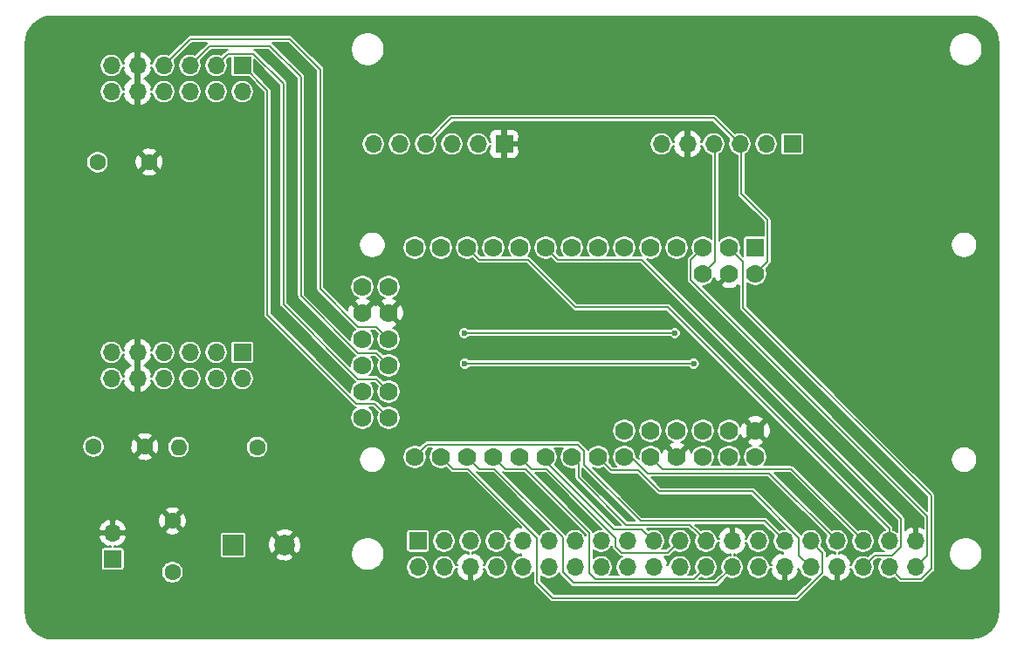
<source format=gbl>
G04 #@! TF.GenerationSoftware,KiCad,Pcbnew,5.1.9-1.fc33*
G04 #@! TF.CreationDate,2021-01-30T14:56:45-05:00*
G04 #@! TF.ProjectId,cyc1000_pidp-11_shim,63796331-3030-4305-9f70-6964702d3131,1*
G04 #@! TF.SameCoordinates,Original*
G04 #@! TF.FileFunction,Copper,L4,Bot*
G04 #@! TF.FilePolarity,Positive*
%FSLAX46Y46*%
G04 Gerber Fmt 4.6, Leading zero omitted, Abs format (unit mm)*
G04 Created by KiCad (PCBNEW 5.1.9-1.fc33) date 2021-01-30 14:56:45*
%MOMM*%
%LPD*%
G01*
G04 APERTURE LIST*
G04 #@! TA.AperFunction,ComponentPad*
%ADD10C,1.778000*%
G04 #@! TD*
G04 #@! TA.AperFunction,ComponentPad*
%ADD11R,1.778000X1.778000*%
G04 #@! TD*
G04 #@! TA.AperFunction,ComponentPad*
%ADD12C,0.600000*%
G04 #@! TD*
G04 #@! TA.AperFunction,ComponentPad*
%ADD13R,1.700000X1.700000*%
G04 #@! TD*
G04 #@! TA.AperFunction,ComponentPad*
%ADD14O,1.700000X1.700000*%
G04 #@! TD*
G04 #@! TA.AperFunction,ComponentPad*
%ADD15R,2.000000X2.000000*%
G04 #@! TD*
G04 #@! TA.AperFunction,ComponentPad*
%ADD16C,2.000000*%
G04 #@! TD*
G04 #@! TA.AperFunction,ComponentPad*
%ADD17C,1.600000*%
G04 #@! TD*
G04 #@! TA.AperFunction,ComponentPad*
%ADD18O,1.600000X1.600000*%
G04 #@! TD*
G04 #@! TA.AperFunction,ViaPad*
%ADD19C,0.600000*%
G04 #@! TD*
G04 #@! TA.AperFunction,Conductor*
%ADD20C,0.200000*%
G04 #@! TD*
G04 #@! TA.AperFunction,Conductor*
%ADD21C,0.160000*%
G04 #@! TD*
G04 #@! TA.AperFunction,Conductor*
%ADD22C,0.150000*%
G04 #@! TD*
G04 APERTURE END LIST*
D10*
X232994566Y-128265894D03*
X232994566Y-125725894D03*
X232994566Y-123185894D03*
X232994566Y-120645894D03*
X232994566Y-118105894D03*
X232994566Y-115565894D03*
X235534566Y-128265894D03*
X235534566Y-125725894D03*
X235534566Y-123185894D03*
X235534566Y-120645894D03*
X235534566Y-118105894D03*
X235534566Y-115565894D03*
X238074566Y-132075894D03*
X240614566Y-132075894D03*
X243154566Y-132075894D03*
X245694566Y-132075894D03*
X248234566Y-132075894D03*
X250774566Y-132075894D03*
X253314566Y-132075894D03*
X255854566Y-132075894D03*
X258394566Y-132075894D03*
X260934566Y-132075894D03*
X263474566Y-132075894D03*
X266014566Y-132075894D03*
X268554566Y-132075894D03*
X271094566Y-132075894D03*
X258394566Y-129535894D03*
X260934566Y-129535894D03*
X263474566Y-129535894D03*
X266014566Y-129535894D03*
X268554566Y-129535894D03*
X271094566Y-129535894D03*
X266014566Y-114295894D03*
X268554566Y-114295894D03*
X271094566Y-114295894D03*
X238074566Y-111755894D03*
X240614566Y-111755894D03*
X243154566Y-111755894D03*
X245694566Y-111755894D03*
X248234566Y-111755894D03*
X250774566Y-111755894D03*
X253314566Y-111755894D03*
X255854566Y-111755894D03*
X258394566Y-111755894D03*
X260934566Y-111755894D03*
X263474566Y-111755894D03*
X266014566Y-111755894D03*
D11*
X271094566Y-111755894D03*
D10*
X268554566Y-111755894D03*
D12*
X255700000Y-134920000D03*
X256270000Y-133710000D03*
X260260000Y-134890000D03*
X237210000Y-133910000D03*
X240560000Y-133900000D03*
X242860000Y-133960000D03*
X245240000Y-119290000D03*
X245790000Y-126840000D03*
X248240000Y-126860000D03*
X247390000Y-119430000D03*
X242050000Y-114070000D03*
X250740000Y-126840000D03*
X253500000Y-126860000D03*
X255930000Y-126860000D03*
X258360000Y-126860000D03*
X260910000Y-126860000D03*
X250090000Y-115880000D03*
X253500000Y-115830000D03*
X255930000Y-115810000D03*
X258460000Y-115810000D03*
X260860000Y-115830000D03*
X257280000Y-141590000D03*
X265040000Y-141490000D03*
X245640000Y-134170000D03*
X248340000Y-134230000D03*
X250840000Y-134250000D03*
X253360000Y-134200000D03*
X268080000Y-136290000D03*
X264800000Y-134410000D03*
X258370000Y-134590000D03*
X270810000Y-137260000D03*
X223600000Y-147590000D03*
X239640000Y-146970000D03*
X254640000Y-146820000D03*
X271850000Y-146900000D03*
X286080000Y-146820000D03*
X286190000Y-127470000D03*
X276640000Y-117340000D03*
X203470000Y-135100000D03*
X286240000Y-117380000D03*
X286280000Y-101250000D03*
X280200000Y-92850000D03*
X267020000Y-92810000D03*
X252770000Y-92810000D03*
X241230000Y-92810000D03*
X224290000Y-121190000D03*
X223700000Y-123000000D03*
X217330000Y-119460000D03*
X228650000Y-127020000D03*
X228560000Y-124440000D03*
X203730000Y-121730000D03*
X203690000Y-91600000D03*
X203730000Y-106240000D03*
X213000000Y-106240000D03*
X220870000Y-106240000D03*
X228500000Y-121750000D03*
X224580000Y-115010000D03*
X224530000Y-108290000D03*
X224530000Y-101820000D03*
X223860000Y-95500000D03*
X224410000Y-93710000D03*
X226230000Y-99570000D03*
X226230000Y-104670000D03*
X226200000Y-111620000D03*
X228100000Y-118730000D03*
X230710000Y-118860000D03*
X227920000Y-113340000D03*
X227920000Y-107320000D03*
X227950000Y-102230000D03*
X228000000Y-97210000D03*
X226170000Y-92960000D03*
X206250000Y-147740000D03*
D13*
X274680000Y-101700000D03*
D14*
X272140000Y-101700000D03*
X269600000Y-101700000D03*
X267060000Y-101700000D03*
X264520000Y-101700000D03*
X261980000Y-101700000D03*
D13*
X221340000Y-121920000D03*
D14*
X221340000Y-124460000D03*
X218800000Y-121920000D03*
X218800000Y-124460000D03*
X216260000Y-121920000D03*
X216260000Y-124460000D03*
X213720000Y-121920000D03*
X213720000Y-124460000D03*
X211180000Y-121920000D03*
X211180000Y-124460000D03*
X208640000Y-121920000D03*
X208640000Y-124460000D03*
D15*
X220440000Y-140620000D03*
D16*
X225440000Y-140620000D03*
D17*
X214570000Y-143280000D03*
X214570000Y-138280000D03*
D13*
X208780000Y-141980000D03*
D14*
X208780000Y-139440000D03*
D13*
X238370000Y-140230000D03*
D14*
X238370000Y-142770000D03*
X240910000Y-140230000D03*
X240910000Y-142770000D03*
X243450000Y-140230000D03*
X243450000Y-142770000D03*
X245990000Y-140230000D03*
X245990000Y-142770000D03*
X248530000Y-140230000D03*
X248530000Y-142770000D03*
X251070000Y-140230000D03*
X251070000Y-142770000D03*
X253610000Y-140230000D03*
X253610000Y-142770000D03*
X256150000Y-140230000D03*
X256150000Y-142770000D03*
X258690000Y-140230000D03*
X258690000Y-142770000D03*
X261230000Y-140230000D03*
X261230000Y-142770000D03*
X263770000Y-140230000D03*
X263770000Y-142770000D03*
X266310000Y-140230000D03*
X266310000Y-142770000D03*
X268850000Y-140230000D03*
X268850000Y-142770000D03*
X271390000Y-140230000D03*
X271390000Y-142770000D03*
X273930000Y-140230000D03*
X273930000Y-142770000D03*
X276470000Y-140230000D03*
X276470000Y-142770000D03*
X279010000Y-140230000D03*
X279010000Y-142770000D03*
X281550000Y-140230000D03*
X281550000Y-142770000D03*
X284090000Y-140230000D03*
X284090000Y-142770000D03*
X286630000Y-140230000D03*
X286630000Y-142770000D03*
D17*
X222780000Y-131130000D03*
D18*
X215160000Y-131130000D03*
D14*
X208640000Y-96620000D03*
X208640000Y-94080000D03*
X211180000Y-96620000D03*
X211180000Y-94080000D03*
X213720000Y-96620000D03*
X213720000Y-94080000D03*
X216260000Y-96620000D03*
X216260000Y-94080000D03*
X218800000Y-96620000D03*
X218800000Y-94080000D03*
X221340000Y-96620000D03*
D13*
X221340000Y-94080000D03*
D14*
X234040000Y-101700000D03*
X236580000Y-101700000D03*
X239120000Y-101700000D03*
X241660000Y-101700000D03*
X244200000Y-101700000D03*
D13*
X246740000Y-101700000D03*
D17*
X207300000Y-103460000D03*
X212300000Y-103460000D03*
X211890000Y-131080000D03*
X206890000Y-131080000D03*
D19*
X242870000Y-120060000D03*
X263300000Y-120060000D03*
X242920000Y-123020000D03*
X265130000Y-123020000D03*
D20*
X267203567Y-113106893D02*
X266014566Y-114295894D01*
X267203567Y-101843567D02*
X267203567Y-113106893D01*
X267060000Y-101700000D02*
X267203567Y-101843567D01*
X242870000Y-120060000D02*
X263300000Y-120060000D01*
X239120000Y-101700000D02*
X241630000Y-99190000D01*
X267090000Y-99190000D02*
X269600000Y-101700000D01*
X241630000Y-99190000D02*
X267090000Y-99190000D01*
X269600000Y-101700000D02*
X269743567Y-101843567D01*
X269743567Y-101843567D02*
X269743567Y-106553567D01*
X272283567Y-113106893D02*
X271094566Y-114295894D01*
X272283567Y-109093567D02*
X272283567Y-113106893D01*
X269743567Y-106553567D02*
X272283567Y-109093567D01*
X242920000Y-123020000D02*
X265130000Y-123020000D01*
X250774566Y-132502568D02*
X257351997Y-139079999D01*
X250774566Y-132075894D02*
X250774566Y-132502568D01*
X260079999Y-139079999D02*
X261230000Y-140230000D01*
X257351997Y-139079999D02*
X260079999Y-139079999D01*
X262619999Y-141380001D02*
X263770000Y-140230000D01*
X258137999Y-141380001D02*
X262619999Y-141380001D01*
X257539999Y-140782001D02*
X258137999Y-141380001D01*
X257539999Y-139917997D02*
X257539999Y-140782001D01*
X250886897Y-133264895D02*
X257539999Y-139917997D01*
X249423567Y-133264895D02*
X250886897Y-133264895D01*
X248234566Y-132075894D02*
X249423567Y-133264895D01*
X265460001Y-139380001D02*
X266310000Y-140230000D01*
X264759988Y-138679988D02*
X265460001Y-139380001D01*
X258571986Y-138679988D02*
X264759988Y-138679988D01*
X253960001Y-134068003D02*
X258571986Y-138679988D01*
X253960001Y-132721329D02*
X253960001Y-134068003D01*
X253314566Y-132075894D02*
X253960001Y-132721329D01*
X265159999Y-143920001D02*
X266310000Y-142770000D01*
X255597999Y-143920001D02*
X265159999Y-143920001D01*
X254999999Y-143322001D02*
X255597999Y-143920001D01*
X254999999Y-139459607D02*
X254999999Y-143322001D01*
X248805287Y-133264895D02*
X254999999Y-139459607D01*
X246883567Y-133264895D02*
X248805287Y-133264895D01*
X245694566Y-132075894D02*
X246883567Y-133264895D01*
X252440000Y-143302002D02*
X253458010Y-144320012D01*
X253458010Y-144320012D02*
X267299988Y-144320012D01*
X252440000Y-139897998D02*
X252440000Y-143302002D01*
X267299988Y-144320012D02*
X268850000Y-142770000D01*
X245806897Y-133264895D02*
X252440000Y-139897998D01*
X244343567Y-133264895D02*
X245806897Y-133264895D01*
X243154566Y-132075894D02*
X244343567Y-133264895D01*
X271979977Y-138279977D02*
X273930000Y-140230000D01*
X259951975Y-138279977D02*
X271979977Y-138279977D01*
X254503567Y-132831569D02*
X259951975Y-138279977D01*
X254503567Y-131505173D02*
X254503567Y-132831569D01*
X253885287Y-130886893D02*
X254503567Y-131505173D01*
X239263567Y-130886893D02*
X253885287Y-130886893D01*
X238074566Y-132075894D02*
X239263567Y-130886893D01*
X243266897Y-133264895D02*
X249919999Y-139917997D01*
X241803567Y-133264895D02*
X243266897Y-133264895D01*
X249919999Y-139917997D02*
X249919999Y-144249999D01*
X240614566Y-132075894D02*
X241803567Y-133264895D01*
X249919999Y-144249999D02*
X251460000Y-145790000D01*
X277620001Y-141380001D02*
X276470000Y-140230000D01*
X277620001Y-143322001D02*
X277620001Y-141380001D01*
X275152002Y-145790000D02*
X277620001Y-143322001D01*
X251460000Y-145790000D02*
X275152002Y-145790000D01*
X257148663Y-133369991D02*
X259775691Y-133369991D01*
X255854566Y-132075894D02*
X257148663Y-133369991D01*
X275319999Y-141619999D02*
X276470000Y-142770000D01*
X275319999Y-139917997D02*
X275319999Y-141619999D01*
X270792002Y-135390000D02*
X275319999Y-139917997D01*
X261795700Y-135390000D02*
X270792002Y-135390000D01*
X259775691Y-133369991D02*
X261795700Y-135390000D01*
X258394566Y-132075894D02*
X259047294Y-132075894D01*
X272444906Y-133664906D02*
X279010000Y-140230000D01*
X260636306Y-133664906D02*
X272444906Y-133664906D01*
X259047294Y-132075894D02*
X260636306Y-133664906D01*
X274584895Y-133264895D02*
X281550000Y-140230000D01*
X262123567Y-133264895D02*
X274584895Y-133264895D01*
X260934566Y-132075894D02*
X262123567Y-133264895D01*
X251963567Y-112944895D02*
X260104895Y-112944895D01*
X250774566Y-111755894D02*
X251963567Y-112944895D01*
X282700001Y-141619999D02*
X281550000Y-142770000D01*
X284402003Y-141619999D02*
X282700001Y-141619999D01*
X285240001Y-140782001D02*
X284402003Y-141619999D01*
X285240001Y-138080001D02*
X285240001Y-140782001D01*
X260104895Y-112944895D02*
X285240001Y-138080001D01*
X284090000Y-139027919D02*
X262622072Y-117559991D01*
X284090000Y-140230000D02*
X284090000Y-139027919D01*
X262622072Y-117559991D02*
X253665691Y-117559991D01*
X253665691Y-117559991D02*
X249050595Y-112944895D01*
X249050595Y-112944895D02*
X244343567Y-112944895D01*
X244343567Y-112944895D02*
X243154566Y-111755894D01*
X269905565Y-113106893D02*
X269905565Y-117575565D01*
X268554566Y-111755894D02*
X269905565Y-113106893D01*
X285240001Y-143920001D02*
X284090000Y-142770000D01*
X287182001Y-143920001D02*
X285240001Y-143920001D01*
X288180012Y-142921990D02*
X287182001Y-143920001D01*
X288180012Y-135850012D02*
X288180012Y-142921990D01*
X269905565Y-117575565D02*
X288180012Y-135850012D01*
X264825565Y-112944895D02*
X266014566Y-111755894D01*
X287780001Y-137821051D02*
X264825565Y-114866615D01*
X264825565Y-114866615D02*
X264825565Y-112944895D01*
X287780001Y-141619999D02*
X287780001Y-137821051D01*
X286630000Y-142770000D02*
X287780001Y-141619999D01*
X232423845Y-126914895D02*
X223790000Y-118281050D01*
X234183567Y-126914895D02*
X232423845Y-126914895D01*
X235534566Y-128265894D02*
X234183567Y-126914895D01*
X223790000Y-96530000D02*
X221340000Y-94080000D01*
X223790000Y-118281050D02*
X223790000Y-96530000D01*
X232585843Y-124536893D02*
X225330000Y-117281050D01*
X234345565Y-124536893D02*
X232585843Y-124536893D01*
X235534566Y-125725894D02*
X234345565Y-124536893D01*
X219950001Y-92929999D02*
X218800000Y-94080000D01*
X222430001Y-92929999D02*
X219950001Y-92929999D01*
X225330000Y-95829998D02*
X222430001Y-92929999D01*
X225330000Y-117281050D02*
X225330000Y-95829998D01*
X234345565Y-121996893D02*
X235534566Y-123185894D01*
X232585843Y-121996893D02*
X234345565Y-121996893D01*
X227050000Y-116461050D02*
X232585843Y-121996893D01*
X224030000Y-92170000D02*
X227050000Y-95190000D01*
X218170000Y-92170000D02*
X224030000Y-92170000D01*
X227050000Y-95190000D02*
X227050000Y-116461050D01*
X216260000Y-94080000D02*
X218170000Y-92170000D01*
X232585843Y-119456893D02*
X228900000Y-115771050D01*
X234345565Y-119456893D02*
X232585843Y-119456893D01*
X235534566Y-120645894D02*
X234345565Y-119456893D01*
X228900000Y-115771050D02*
X228900000Y-94460000D01*
X228900000Y-94460000D02*
X225930000Y-91490000D01*
X216310000Y-91490000D02*
X213720000Y-94080000D01*
X225930000Y-91490000D02*
X216310000Y-91490000D01*
D21*
X292526104Y-89342976D02*
X293032171Y-89495766D01*
X293498920Y-89743940D01*
X293908578Y-90078049D01*
X294245540Y-90485366D01*
X294496965Y-90950369D01*
X294653288Y-91455363D01*
X294709980Y-91994757D01*
X294710001Y-92000724D01*
X294710000Y-146985816D01*
X294657024Y-147526104D01*
X294504234Y-148032171D01*
X294256058Y-148498921D01*
X293921949Y-148908580D01*
X293514634Y-149245540D01*
X293049630Y-149496966D01*
X292544638Y-149653288D01*
X292005243Y-149709980D01*
X291999563Y-149710000D01*
X203014184Y-149710000D01*
X202473896Y-149657024D01*
X201967829Y-149504234D01*
X201501079Y-149256058D01*
X201091420Y-148921949D01*
X200754460Y-148514634D01*
X200503034Y-148049630D01*
X200346712Y-147544638D01*
X200290020Y-147005243D01*
X200290000Y-146999563D01*
X200290000Y-143173629D01*
X213490000Y-143173629D01*
X213490000Y-143386371D01*
X213531503Y-143595024D01*
X213612916Y-143791572D01*
X213731109Y-143968460D01*
X213881540Y-144118891D01*
X214058428Y-144237084D01*
X214254976Y-144318497D01*
X214463629Y-144360000D01*
X214676371Y-144360000D01*
X214885024Y-144318497D01*
X215081572Y-144237084D01*
X215258460Y-144118891D01*
X215408891Y-143968460D01*
X215527084Y-143791572D01*
X215608497Y-143595024D01*
X215650000Y-143386371D01*
X215650000Y-143173629D01*
X215608497Y-142964976D01*
X215527084Y-142768428D01*
X215408891Y-142591540D01*
X215258460Y-142441109D01*
X215081572Y-142322916D01*
X214885024Y-142241503D01*
X214676371Y-142200000D01*
X214463629Y-142200000D01*
X214254976Y-142241503D01*
X214058428Y-142322916D01*
X213881540Y-142441109D01*
X213731109Y-142591540D01*
X213612916Y-142768428D01*
X213531503Y-142964976D01*
X213490000Y-143173629D01*
X200290000Y-143173629D01*
X200290000Y-139835158D01*
X207397360Y-139835158D01*
X207410833Y-139879594D01*
X207522902Y-140138259D01*
X207683280Y-140370090D01*
X207885805Y-140566178D01*
X208122693Y-140718988D01*
X208384841Y-140822647D01*
X208605998Y-140720442D01*
X208605998Y-140848646D01*
X207930000Y-140848646D01*
X207875111Y-140854052D01*
X207822330Y-140870063D01*
X207773688Y-140896063D01*
X207731053Y-140931053D01*
X207696063Y-140973688D01*
X207670063Y-141022330D01*
X207654052Y-141075111D01*
X207648646Y-141130000D01*
X207648646Y-142830000D01*
X207654052Y-142884889D01*
X207670063Y-142937670D01*
X207696063Y-142986312D01*
X207731053Y-143028947D01*
X207773688Y-143063937D01*
X207822330Y-143089937D01*
X207875111Y-143105948D01*
X207930000Y-143111354D01*
X209630000Y-143111354D01*
X209684889Y-143105948D01*
X209737670Y-143089937D01*
X209786312Y-143063937D01*
X209828947Y-143028947D01*
X209863937Y-142986312D01*
X209889937Y-142937670D01*
X209905948Y-142884889D01*
X209911354Y-142830000D01*
X209911354Y-141130000D01*
X209905948Y-141075111D01*
X209889937Y-141022330D01*
X209863937Y-140973688D01*
X209828947Y-140931053D01*
X209786312Y-140896063D01*
X209737670Y-140870063D01*
X209684889Y-140854052D01*
X209630000Y-140848646D01*
X208954002Y-140848646D01*
X208954002Y-140720442D01*
X209175159Y-140822647D01*
X209437307Y-140718988D01*
X209674195Y-140566178D01*
X209876720Y-140370090D01*
X210037098Y-140138259D01*
X210149167Y-139879594D01*
X210162640Y-139835158D01*
X210059220Y-139614000D01*
X208954000Y-139614000D01*
X208954000Y-139634000D01*
X208606000Y-139634000D01*
X208606000Y-139614000D01*
X207500780Y-139614000D01*
X207397360Y-139835158D01*
X200290000Y-139835158D01*
X200290000Y-139276684D01*
X213819389Y-139276684D01*
X213897380Y-139501808D01*
X214148668Y-139609553D01*
X214416146Y-139666204D01*
X214689538Y-139669584D01*
X214955981Y-139620000D01*
X219158646Y-139620000D01*
X219158646Y-141620000D01*
X219164052Y-141674889D01*
X219180063Y-141727670D01*
X219206063Y-141776312D01*
X219241053Y-141818947D01*
X219283688Y-141853937D01*
X219332330Y-141879937D01*
X219385111Y-141895948D01*
X219440000Y-141901354D01*
X221440000Y-141901354D01*
X221494889Y-141895948D01*
X221547670Y-141879937D01*
X221596312Y-141853937D01*
X221638947Y-141818947D01*
X221673937Y-141776312D01*
X221682658Y-141759995D01*
X224546078Y-141759995D01*
X224648442Y-142005512D01*
X224933951Y-142133315D01*
X225238908Y-142202962D01*
X225551592Y-142211777D01*
X225859988Y-142159422D01*
X226152245Y-142047906D01*
X226231558Y-142005512D01*
X226333922Y-141759995D01*
X225440000Y-140866073D01*
X224546078Y-141759995D01*
X221682658Y-141759995D01*
X221699937Y-141727670D01*
X221715948Y-141674889D01*
X221721354Y-141620000D01*
X221721354Y-140731592D01*
X223848223Y-140731592D01*
X223900578Y-141039988D01*
X224012094Y-141332245D01*
X224054488Y-141411558D01*
X224300005Y-141513922D01*
X225193927Y-140620000D01*
X225686073Y-140620000D01*
X226579995Y-141513922D01*
X226825512Y-141411558D01*
X226857785Y-141339459D01*
X231870000Y-141339459D01*
X231870000Y-141660541D01*
X231932640Y-141975453D01*
X232055513Y-142272095D01*
X232233896Y-142539065D01*
X232460935Y-142766104D01*
X232727905Y-142944487D01*
X233024547Y-143067360D01*
X233339459Y-143130000D01*
X233660541Y-143130000D01*
X233975453Y-143067360D01*
X234272095Y-142944487D01*
X234539065Y-142766104D01*
X234646464Y-142658705D01*
X237240000Y-142658705D01*
X237240000Y-142881295D01*
X237283425Y-143099609D01*
X237368607Y-143305256D01*
X237492271Y-143490333D01*
X237649667Y-143647729D01*
X237834744Y-143771393D01*
X238040391Y-143856575D01*
X238258705Y-143900000D01*
X238481295Y-143900000D01*
X238699609Y-143856575D01*
X238905256Y-143771393D01*
X239090333Y-143647729D01*
X239247729Y-143490333D01*
X239371393Y-143305256D01*
X239456575Y-143099609D01*
X239500000Y-142881295D01*
X239500000Y-142658705D01*
X239780000Y-142658705D01*
X239780000Y-142881295D01*
X239823425Y-143099609D01*
X239908607Y-143305256D01*
X240032271Y-143490333D01*
X240189667Y-143647729D01*
X240374744Y-143771393D01*
X240580391Y-143856575D01*
X240798705Y-143900000D01*
X241021295Y-143900000D01*
X241239609Y-143856575D01*
X241445256Y-143771393D01*
X241630333Y-143647729D01*
X241787729Y-143490333D01*
X241911393Y-143305256D01*
X241996575Y-143099609D01*
X242027527Y-142944002D01*
X242169558Y-142944002D01*
X242067353Y-143165159D01*
X242171012Y-143427307D01*
X242323822Y-143664195D01*
X242519910Y-143866720D01*
X242751741Y-144027098D01*
X243010406Y-144139167D01*
X243054842Y-144152640D01*
X243276000Y-144049220D01*
X243276000Y-142944000D01*
X243256000Y-142944000D01*
X243256000Y-142596000D01*
X243276000Y-142596000D01*
X243276000Y-142576000D01*
X243624000Y-142576000D01*
X243624000Y-142596000D01*
X243644000Y-142596000D01*
X243644000Y-142944000D01*
X243624000Y-142944000D01*
X243624000Y-144049220D01*
X243845158Y-144152640D01*
X243889594Y-144139167D01*
X244148259Y-144027098D01*
X244380090Y-143866720D01*
X244576178Y-143664195D01*
X244728988Y-143427307D01*
X244832647Y-143165159D01*
X244730442Y-142944002D01*
X244872473Y-142944002D01*
X244903425Y-143099609D01*
X244988607Y-143305256D01*
X245112271Y-143490333D01*
X245269667Y-143647729D01*
X245454744Y-143771393D01*
X245660391Y-143856575D01*
X245878705Y-143900000D01*
X246101295Y-143900000D01*
X246319609Y-143856575D01*
X246525256Y-143771393D01*
X246710333Y-143647729D01*
X246867729Y-143490333D01*
X246991393Y-143305256D01*
X247076575Y-143099609D01*
X247120000Y-142881295D01*
X247120000Y-142658705D01*
X247076575Y-142440391D01*
X246991393Y-142234744D01*
X246867729Y-142049667D01*
X246710333Y-141892271D01*
X246525256Y-141768607D01*
X246319609Y-141683425D01*
X246101295Y-141640000D01*
X245878705Y-141640000D01*
X245660391Y-141683425D01*
X245454744Y-141768607D01*
X245269667Y-141892271D01*
X245112271Y-142049667D01*
X244988607Y-142234744D01*
X244903425Y-142440391D01*
X244872473Y-142595998D01*
X244730442Y-142595998D01*
X244832647Y-142374841D01*
X244728988Y-142112693D01*
X244576178Y-141875805D01*
X244380090Y-141673280D01*
X244148259Y-141512902D01*
X243889594Y-141400833D01*
X243845158Y-141387360D01*
X243624002Y-141490779D01*
X243624002Y-141347527D01*
X243779609Y-141316575D01*
X243985256Y-141231393D01*
X244170333Y-141107729D01*
X244327729Y-140950333D01*
X244451393Y-140765256D01*
X244536575Y-140559609D01*
X244580000Y-140341295D01*
X244580000Y-140118705D01*
X244536575Y-139900391D01*
X244451393Y-139694744D01*
X244327729Y-139509667D01*
X244170333Y-139352271D01*
X243985256Y-139228607D01*
X243779609Y-139143425D01*
X243561295Y-139100000D01*
X243338705Y-139100000D01*
X243120391Y-139143425D01*
X242914744Y-139228607D01*
X242729667Y-139352271D01*
X242572271Y-139509667D01*
X242448607Y-139694744D01*
X242363425Y-139900391D01*
X242320000Y-140118705D01*
X242320000Y-140341295D01*
X242363425Y-140559609D01*
X242448607Y-140765256D01*
X242572271Y-140950333D01*
X242729667Y-141107729D01*
X242914744Y-141231393D01*
X243120391Y-141316575D01*
X243275998Y-141347527D01*
X243275998Y-141490779D01*
X243054842Y-141387360D01*
X243010406Y-141400833D01*
X242751741Y-141512902D01*
X242519910Y-141673280D01*
X242323822Y-141875805D01*
X242171012Y-142112693D01*
X242067353Y-142374841D01*
X242169558Y-142595998D01*
X242027527Y-142595998D01*
X241996575Y-142440391D01*
X241911393Y-142234744D01*
X241787729Y-142049667D01*
X241630333Y-141892271D01*
X241445256Y-141768607D01*
X241239609Y-141683425D01*
X241021295Y-141640000D01*
X240798705Y-141640000D01*
X240580391Y-141683425D01*
X240374744Y-141768607D01*
X240189667Y-141892271D01*
X240032271Y-142049667D01*
X239908607Y-142234744D01*
X239823425Y-142440391D01*
X239780000Y-142658705D01*
X239500000Y-142658705D01*
X239456575Y-142440391D01*
X239371393Y-142234744D01*
X239247729Y-142049667D01*
X239090333Y-141892271D01*
X238905256Y-141768607D01*
X238699609Y-141683425D01*
X238481295Y-141640000D01*
X238258705Y-141640000D01*
X238040391Y-141683425D01*
X237834744Y-141768607D01*
X237649667Y-141892271D01*
X237492271Y-142049667D01*
X237368607Y-142234744D01*
X237283425Y-142440391D01*
X237240000Y-142658705D01*
X234646464Y-142658705D01*
X234766104Y-142539065D01*
X234944487Y-142272095D01*
X235067360Y-141975453D01*
X235130000Y-141660541D01*
X235130000Y-141339459D01*
X235067360Y-141024547D01*
X234944487Y-140727905D01*
X234766104Y-140460935D01*
X234539065Y-140233896D01*
X234272095Y-140055513D01*
X233975453Y-139932640D01*
X233660541Y-139870000D01*
X233339459Y-139870000D01*
X233024547Y-139932640D01*
X232727905Y-140055513D01*
X232460935Y-140233896D01*
X232233896Y-140460935D01*
X232055513Y-140727905D01*
X231932640Y-141024547D01*
X231870000Y-141339459D01*
X226857785Y-141339459D01*
X226953315Y-141126049D01*
X227022962Y-140821092D01*
X227031777Y-140508408D01*
X226979422Y-140200012D01*
X226867906Y-139907755D01*
X226825512Y-139828442D01*
X226579995Y-139726078D01*
X225686073Y-140620000D01*
X225193927Y-140620000D01*
X224300005Y-139726078D01*
X224054488Y-139828442D01*
X223926685Y-140113951D01*
X223857038Y-140418908D01*
X223848223Y-140731592D01*
X221721354Y-140731592D01*
X221721354Y-139620000D01*
X221715948Y-139565111D01*
X221699937Y-139512330D01*
X221682659Y-139480005D01*
X224546078Y-139480005D01*
X225440000Y-140373927D01*
X226333922Y-139480005D01*
X226292227Y-139380000D01*
X237238646Y-139380000D01*
X237238646Y-141080000D01*
X237244052Y-141134889D01*
X237260063Y-141187670D01*
X237286063Y-141236312D01*
X237321053Y-141278947D01*
X237363688Y-141313937D01*
X237412330Y-141339937D01*
X237465111Y-141355948D01*
X237520000Y-141361354D01*
X239220000Y-141361354D01*
X239274889Y-141355948D01*
X239327670Y-141339937D01*
X239376312Y-141313937D01*
X239418947Y-141278947D01*
X239453937Y-141236312D01*
X239479937Y-141187670D01*
X239495948Y-141134889D01*
X239501354Y-141080000D01*
X239501354Y-140118705D01*
X239780000Y-140118705D01*
X239780000Y-140341295D01*
X239823425Y-140559609D01*
X239908607Y-140765256D01*
X240032271Y-140950333D01*
X240189667Y-141107729D01*
X240374744Y-141231393D01*
X240580391Y-141316575D01*
X240798705Y-141360000D01*
X241021295Y-141360000D01*
X241239609Y-141316575D01*
X241445256Y-141231393D01*
X241630333Y-141107729D01*
X241787729Y-140950333D01*
X241911393Y-140765256D01*
X241996575Y-140559609D01*
X242040000Y-140341295D01*
X242040000Y-140118705D01*
X241996575Y-139900391D01*
X241911393Y-139694744D01*
X241787729Y-139509667D01*
X241630333Y-139352271D01*
X241445256Y-139228607D01*
X241239609Y-139143425D01*
X241021295Y-139100000D01*
X240798705Y-139100000D01*
X240580391Y-139143425D01*
X240374744Y-139228607D01*
X240189667Y-139352271D01*
X240032271Y-139509667D01*
X239908607Y-139694744D01*
X239823425Y-139900391D01*
X239780000Y-140118705D01*
X239501354Y-140118705D01*
X239501354Y-139380000D01*
X239495948Y-139325111D01*
X239479937Y-139272330D01*
X239453937Y-139223688D01*
X239418947Y-139181053D01*
X239376312Y-139146063D01*
X239327670Y-139120063D01*
X239274889Y-139104052D01*
X239220000Y-139098646D01*
X237520000Y-139098646D01*
X237465111Y-139104052D01*
X237412330Y-139120063D01*
X237363688Y-139146063D01*
X237321053Y-139181053D01*
X237286063Y-139223688D01*
X237260063Y-139272330D01*
X237244052Y-139325111D01*
X237238646Y-139380000D01*
X226292227Y-139380000D01*
X226231558Y-139234488D01*
X225946049Y-139106685D01*
X225641092Y-139037038D01*
X225328408Y-139028223D01*
X225020012Y-139080578D01*
X224727755Y-139192094D01*
X224648442Y-139234488D01*
X224546078Y-139480005D01*
X221682659Y-139480005D01*
X221673937Y-139463688D01*
X221638947Y-139421053D01*
X221596312Y-139386063D01*
X221547670Y-139360063D01*
X221494889Y-139344052D01*
X221440000Y-139338646D01*
X219440000Y-139338646D01*
X219385111Y-139344052D01*
X219332330Y-139360063D01*
X219283688Y-139386063D01*
X219241053Y-139421053D01*
X219206063Y-139463688D01*
X219180063Y-139512330D01*
X219164052Y-139565111D01*
X219158646Y-139620000D01*
X214955981Y-139620000D01*
X214958335Y-139619562D01*
X215212209Y-139518063D01*
X215242620Y-139501808D01*
X215320611Y-139276684D01*
X214570000Y-138526073D01*
X213819389Y-139276684D01*
X200290000Y-139276684D01*
X200290000Y-139044842D01*
X207397360Y-139044842D01*
X207500780Y-139266000D01*
X208606000Y-139266000D01*
X208606000Y-138159559D01*
X208954000Y-138159559D01*
X208954000Y-139266000D01*
X210059220Y-139266000D01*
X210162640Y-139044842D01*
X210149167Y-139000406D01*
X210037098Y-138741741D01*
X209876720Y-138509910D01*
X209762725Y-138399538D01*
X213180416Y-138399538D01*
X213230438Y-138668335D01*
X213331937Y-138922209D01*
X213348192Y-138952620D01*
X213573316Y-139030611D01*
X214323927Y-138280000D01*
X214816073Y-138280000D01*
X215566684Y-139030611D01*
X215791808Y-138952620D01*
X215899553Y-138701332D01*
X215956204Y-138433854D01*
X215959584Y-138160462D01*
X215909562Y-137891665D01*
X215808063Y-137637791D01*
X215791808Y-137607380D01*
X215566684Y-137529389D01*
X214816073Y-138280000D01*
X214323927Y-138280000D01*
X213573316Y-137529389D01*
X213348192Y-137607380D01*
X213240447Y-137858668D01*
X213183796Y-138126146D01*
X213180416Y-138399538D01*
X209762725Y-138399538D01*
X209674195Y-138313822D01*
X209437307Y-138161012D01*
X209175159Y-138057353D01*
X208954000Y-138159559D01*
X208606000Y-138159559D01*
X208384841Y-138057353D01*
X208122693Y-138161012D01*
X207885805Y-138313822D01*
X207683280Y-138509910D01*
X207522902Y-138741741D01*
X207410833Y-139000406D01*
X207397360Y-139044842D01*
X200290000Y-139044842D01*
X200290000Y-137283316D01*
X213819389Y-137283316D01*
X214570000Y-138033927D01*
X215320611Y-137283316D01*
X215242620Y-137058192D01*
X214991332Y-136950447D01*
X214723854Y-136893796D01*
X214450462Y-136890416D01*
X214181665Y-136940438D01*
X213927791Y-137041937D01*
X213897380Y-137058192D01*
X213819389Y-137283316D01*
X200290000Y-137283316D01*
X200290000Y-130973629D01*
X205810000Y-130973629D01*
X205810000Y-131186371D01*
X205851503Y-131395024D01*
X205932916Y-131591572D01*
X206051109Y-131768460D01*
X206201540Y-131918891D01*
X206378428Y-132037084D01*
X206574976Y-132118497D01*
X206783629Y-132160000D01*
X206996371Y-132160000D01*
X207205024Y-132118497D01*
X207305969Y-132076684D01*
X211139389Y-132076684D01*
X211217380Y-132301808D01*
X211468668Y-132409553D01*
X211736146Y-132466204D01*
X212009538Y-132469584D01*
X212278335Y-132419562D01*
X212532209Y-132318063D01*
X212562620Y-132301808D01*
X212592957Y-132214239D01*
X232679766Y-132214239D01*
X232679766Y-132466377D01*
X232728956Y-132713670D01*
X232825445Y-132946615D01*
X232965525Y-133156260D01*
X233143814Y-133334549D01*
X233353459Y-133474629D01*
X233586404Y-133571118D01*
X233833697Y-133620308D01*
X234085835Y-133620308D01*
X234333128Y-133571118D01*
X234566073Y-133474629D01*
X234775718Y-133334549D01*
X234954007Y-133156260D01*
X235094087Y-132946615D01*
X235190576Y-132713670D01*
X235239766Y-132466377D01*
X235239766Y-132214239D01*
X235190576Y-131966946D01*
X235188013Y-131960758D01*
X236905566Y-131960758D01*
X236905566Y-132191030D01*
X236950490Y-132416879D01*
X237038612Y-132629623D01*
X237166545Y-132821088D01*
X237329372Y-132983915D01*
X237520837Y-133111848D01*
X237733581Y-133199970D01*
X237959430Y-133244894D01*
X238189702Y-133244894D01*
X238415551Y-133199970D01*
X238628295Y-133111848D01*
X238819760Y-132983915D01*
X238982587Y-132821088D01*
X239110520Y-132629623D01*
X239198642Y-132416879D01*
X239243566Y-132191030D01*
X239243566Y-131960758D01*
X239198642Y-131734909D01*
X239126681Y-131561180D01*
X239420968Y-131266893D01*
X239770352Y-131266893D01*
X239706545Y-131330700D01*
X239578612Y-131522165D01*
X239490490Y-131734909D01*
X239445566Y-131960758D01*
X239445566Y-132191030D01*
X239490490Y-132416879D01*
X239578612Y-132629623D01*
X239706545Y-132821088D01*
X239869372Y-132983915D01*
X240060837Y-133111848D01*
X240273581Y-133199970D01*
X240499430Y-133244894D01*
X240729702Y-133244894D01*
X240955551Y-133199970D01*
X241129280Y-133128009D01*
X241521671Y-133520400D01*
X241533567Y-133534895D01*
X241591429Y-133582382D01*
X241657444Y-133617667D01*
X241707344Y-133632804D01*
X241729073Y-133639396D01*
X241735115Y-133639991D01*
X241784906Y-133644895D01*
X241784912Y-133644895D01*
X241803566Y-133646732D01*
X241822220Y-133644895D01*
X243109497Y-133644895D01*
X248355998Y-138891397D01*
X248355998Y-138950779D01*
X248134842Y-138847360D01*
X248090406Y-138860833D01*
X247831741Y-138972902D01*
X247599910Y-139133280D01*
X247403822Y-139335805D01*
X247251012Y-139572693D01*
X247147353Y-139834841D01*
X247249558Y-140055998D01*
X247107527Y-140055998D01*
X247076575Y-139900391D01*
X246991393Y-139694744D01*
X246867729Y-139509667D01*
X246710333Y-139352271D01*
X246525256Y-139228607D01*
X246319609Y-139143425D01*
X246101295Y-139100000D01*
X245878705Y-139100000D01*
X245660391Y-139143425D01*
X245454744Y-139228607D01*
X245269667Y-139352271D01*
X245112271Y-139509667D01*
X244988607Y-139694744D01*
X244903425Y-139900391D01*
X244860000Y-140118705D01*
X244860000Y-140341295D01*
X244903425Y-140559609D01*
X244988607Y-140765256D01*
X245112271Y-140950333D01*
X245269667Y-141107729D01*
X245454744Y-141231393D01*
X245660391Y-141316575D01*
X245878705Y-141360000D01*
X246101295Y-141360000D01*
X246319609Y-141316575D01*
X246525256Y-141231393D01*
X246710333Y-141107729D01*
X246867729Y-140950333D01*
X246991393Y-140765256D01*
X247076575Y-140559609D01*
X247107527Y-140404002D01*
X247249558Y-140404002D01*
X247147353Y-140625159D01*
X247251012Y-140887307D01*
X247403822Y-141124195D01*
X247599910Y-141326720D01*
X247831741Y-141487098D01*
X248090406Y-141599167D01*
X248134842Y-141612640D01*
X248355998Y-141509221D01*
X248355998Y-141652473D01*
X248200391Y-141683425D01*
X247994744Y-141768607D01*
X247809667Y-141892271D01*
X247652271Y-142049667D01*
X247528607Y-142234744D01*
X247443425Y-142440391D01*
X247400000Y-142658705D01*
X247400000Y-142881295D01*
X247443425Y-143099609D01*
X247528607Y-143305256D01*
X247652271Y-143490333D01*
X247809667Y-143647729D01*
X247994744Y-143771393D01*
X248200391Y-143856575D01*
X248418705Y-143900000D01*
X248641295Y-143900000D01*
X248859609Y-143856575D01*
X249065256Y-143771393D01*
X249250333Y-143647729D01*
X249407729Y-143490333D01*
X249531393Y-143305256D01*
X249540000Y-143284477D01*
X249540000Y-144231335D01*
X249538162Y-144249999D01*
X249545498Y-144324491D01*
X249567227Y-144396121D01*
X249567228Y-144396122D01*
X249602513Y-144462137D01*
X249650000Y-144519999D01*
X249664495Y-144531895D01*
X251178104Y-146045505D01*
X251190000Y-146060000D01*
X251247862Y-146107487D01*
X251313877Y-146142772D01*
X251363777Y-146157909D01*
X251385506Y-146164501D01*
X251393169Y-146165256D01*
X251441339Y-146170000D01*
X251441345Y-146170000D01*
X251459999Y-146171837D01*
X251478653Y-146170000D01*
X275133349Y-146170000D01*
X275152002Y-146171837D01*
X275170655Y-146170000D01*
X275170663Y-146170000D01*
X275226495Y-146164501D01*
X275298125Y-146142772D01*
X275364140Y-146107487D01*
X275422002Y-146060000D01*
X275433902Y-146045500D01*
X277856917Y-143622487D01*
X277883822Y-143664195D01*
X278079910Y-143866720D01*
X278311741Y-144027098D01*
X278570406Y-144139167D01*
X278614842Y-144152640D01*
X278836000Y-144049220D01*
X278836000Y-142944000D01*
X278816000Y-142944000D01*
X278816000Y-142596000D01*
X278836000Y-142596000D01*
X278836000Y-142576000D01*
X279184000Y-142576000D01*
X279184000Y-142596000D01*
X279204000Y-142596000D01*
X279204000Y-142944000D01*
X279184000Y-142944000D01*
X279184000Y-144049220D01*
X279405158Y-144152640D01*
X279449594Y-144139167D01*
X279708259Y-144027098D01*
X279940090Y-143866720D01*
X280136178Y-143664195D01*
X280288988Y-143427307D01*
X280392647Y-143165159D01*
X280290442Y-142944002D01*
X280432473Y-142944002D01*
X280463425Y-143099609D01*
X280548607Y-143305256D01*
X280672271Y-143490333D01*
X280829667Y-143647729D01*
X281014744Y-143771393D01*
X281220391Y-143856575D01*
X281438705Y-143900000D01*
X281661295Y-143900000D01*
X281879609Y-143856575D01*
X282085256Y-143771393D01*
X282270333Y-143647729D01*
X282427729Y-143490333D01*
X282551393Y-143305256D01*
X282636575Y-143099609D01*
X282680000Y-142881295D01*
X282680000Y-142658705D01*
X282636575Y-142440391D01*
X282572266Y-142285135D01*
X282857402Y-141999999D01*
X283261939Y-141999999D01*
X283212271Y-142049667D01*
X283088607Y-142234744D01*
X283003425Y-142440391D01*
X282960000Y-142658705D01*
X282960000Y-142881295D01*
X283003425Y-143099609D01*
X283088607Y-143305256D01*
X283212271Y-143490333D01*
X283369667Y-143647729D01*
X283554744Y-143771393D01*
X283760391Y-143856575D01*
X283978705Y-143900000D01*
X284201295Y-143900000D01*
X284419609Y-143856575D01*
X284574865Y-143792266D01*
X284958105Y-144175506D01*
X284970001Y-144190001D01*
X285027863Y-144237488D01*
X285086183Y-144268660D01*
X285093878Y-144272773D01*
X285165507Y-144294502D01*
X285173170Y-144295257D01*
X285221340Y-144300001D01*
X285221346Y-144300001D01*
X285240000Y-144301838D01*
X285258654Y-144300001D01*
X287163348Y-144300001D01*
X287182001Y-144301838D01*
X287200654Y-144300001D01*
X287200662Y-144300001D01*
X287256494Y-144294502D01*
X287328124Y-144272773D01*
X287394139Y-144237488D01*
X287452001Y-144190001D01*
X287463901Y-144175501D01*
X288435523Y-143203881D01*
X288450012Y-143191990D01*
X288461903Y-143177501D01*
X288461908Y-143177496D01*
X288482965Y-143151837D01*
X288497499Y-143134128D01*
X288532784Y-143068113D01*
X288554513Y-142996483D01*
X288560012Y-142940651D01*
X288560012Y-142940644D01*
X288561849Y-142921990D01*
X288560012Y-142903336D01*
X288560012Y-141339459D01*
X289870000Y-141339459D01*
X289870000Y-141660541D01*
X289932640Y-141975453D01*
X290055513Y-142272095D01*
X290233896Y-142539065D01*
X290460935Y-142766104D01*
X290727905Y-142944487D01*
X291024547Y-143067360D01*
X291339459Y-143130000D01*
X291660541Y-143130000D01*
X291975453Y-143067360D01*
X292272095Y-142944487D01*
X292539065Y-142766104D01*
X292766104Y-142539065D01*
X292944487Y-142272095D01*
X293067360Y-141975453D01*
X293130000Y-141660541D01*
X293130000Y-141339459D01*
X293067360Y-141024547D01*
X292944487Y-140727905D01*
X292766104Y-140460935D01*
X292539065Y-140233896D01*
X292272095Y-140055513D01*
X291975453Y-139932640D01*
X291660541Y-139870000D01*
X291339459Y-139870000D01*
X291024547Y-139932640D01*
X290727905Y-140055513D01*
X290460935Y-140233896D01*
X290233896Y-140460935D01*
X290055513Y-140727905D01*
X289932640Y-141024547D01*
X289870000Y-141339459D01*
X288560012Y-141339459D01*
X288560012Y-135868666D01*
X288561849Y-135850012D01*
X288560012Y-135831358D01*
X288560012Y-135831351D01*
X288554513Y-135775519D01*
X288532784Y-135703889D01*
X288497499Y-135637874D01*
X288468170Y-135602137D01*
X288461908Y-135594506D01*
X288461903Y-135594501D01*
X288450012Y-135580012D01*
X288435524Y-135568122D01*
X285081641Y-132214239D01*
X290058366Y-132214239D01*
X290058366Y-132466377D01*
X290107556Y-132713670D01*
X290204045Y-132946615D01*
X290344125Y-133156260D01*
X290522414Y-133334549D01*
X290732059Y-133474629D01*
X290965004Y-133571118D01*
X291212297Y-133620308D01*
X291464435Y-133620308D01*
X291711728Y-133571118D01*
X291944673Y-133474629D01*
X292154318Y-133334549D01*
X292332607Y-133156260D01*
X292472687Y-132946615D01*
X292569176Y-132713670D01*
X292618366Y-132466377D01*
X292618366Y-132214239D01*
X292569176Y-131966946D01*
X292472687Y-131734001D01*
X292332607Y-131524356D01*
X292154318Y-131346067D01*
X291944673Y-131205987D01*
X291711728Y-131109498D01*
X291464435Y-131060308D01*
X291212297Y-131060308D01*
X290965004Y-131109498D01*
X290732059Y-131205987D01*
X290522414Y-131346067D01*
X290344125Y-131524356D01*
X290204045Y-131734001D01*
X290107556Y-131966946D01*
X290058366Y-132214239D01*
X285081641Y-132214239D01*
X270285565Y-117418165D01*
X270285565Y-115140108D01*
X270349372Y-115203915D01*
X270540837Y-115331848D01*
X270753581Y-115419970D01*
X270979430Y-115464894D01*
X271209702Y-115464894D01*
X271435551Y-115419970D01*
X271648295Y-115331848D01*
X271839760Y-115203915D01*
X272002587Y-115041088D01*
X272130520Y-114849623D01*
X272218642Y-114636879D01*
X272263566Y-114411030D01*
X272263566Y-114180758D01*
X272218642Y-113954909D01*
X272146681Y-113781180D01*
X272539073Y-113388788D01*
X272553567Y-113376893D01*
X272601054Y-113319031D01*
X272636339Y-113253016D01*
X272658068Y-113181386D01*
X272663567Y-113125554D01*
X272663567Y-113125548D01*
X272665404Y-113106894D01*
X272663567Y-113088240D01*
X272663567Y-111375825D01*
X290058366Y-111375825D01*
X290058366Y-111627963D01*
X290107556Y-111875256D01*
X290204045Y-112108201D01*
X290344125Y-112317846D01*
X290522414Y-112496135D01*
X290732059Y-112636215D01*
X290965004Y-112732704D01*
X291212297Y-112781894D01*
X291464435Y-112781894D01*
X291711728Y-112732704D01*
X291944673Y-112636215D01*
X292154318Y-112496135D01*
X292332607Y-112317846D01*
X292472687Y-112108201D01*
X292569176Y-111875256D01*
X292618366Y-111627963D01*
X292618366Y-111375825D01*
X292569176Y-111128532D01*
X292472687Y-110895587D01*
X292332607Y-110685942D01*
X292154318Y-110507653D01*
X291944673Y-110367573D01*
X291711728Y-110271084D01*
X291464435Y-110221894D01*
X291212297Y-110221894D01*
X290965004Y-110271084D01*
X290732059Y-110367573D01*
X290522414Y-110507653D01*
X290344125Y-110685942D01*
X290204045Y-110895587D01*
X290107556Y-111128532D01*
X290058366Y-111375825D01*
X272663567Y-111375825D01*
X272663567Y-109112220D01*
X272665404Y-109093566D01*
X272663567Y-109074912D01*
X272663567Y-109074906D01*
X272658068Y-109019074D01*
X272636339Y-108947444D01*
X272601054Y-108881429D01*
X272553567Y-108823567D01*
X272539073Y-108811672D01*
X270123567Y-106396167D01*
X270123567Y-102706235D01*
X270135256Y-102701393D01*
X270320333Y-102577729D01*
X270477729Y-102420333D01*
X270601393Y-102235256D01*
X270686575Y-102029609D01*
X270730000Y-101811295D01*
X270730000Y-101588705D01*
X271010000Y-101588705D01*
X271010000Y-101811295D01*
X271053425Y-102029609D01*
X271138607Y-102235256D01*
X271262271Y-102420333D01*
X271419667Y-102577729D01*
X271604744Y-102701393D01*
X271810391Y-102786575D01*
X272028705Y-102830000D01*
X272251295Y-102830000D01*
X272469609Y-102786575D01*
X272675256Y-102701393D01*
X272860333Y-102577729D01*
X273017729Y-102420333D01*
X273141393Y-102235256D01*
X273226575Y-102029609D01*
X273270000Y-101811295D01*
X273270000Y-101588705D01*
X273226575Y-101370391D01*
X273141393Y-101164744D01*
X273017729Y-100979667D01*
X272888062Y-100850000D01*
X273548646Y-100850000D01*
X273548646Y-102550000D01*
X273554052Y-102604889D01*
X273570063Y-102657670D01*
X273596063Y-102706312D01*
X273631053Y-102748947D01*
X273673688Y-102783937D01*
X273722330Y-102809937D01*
X273775111Y-102825948D01*
X273830000Y-102831354D01*
X275530000Y-102831354D01*
X275584889Y-102825948D01*
X275637670Y-102809937D01*
X275686312Y-102783937D01*
X275728947Y-102748947D01*
X275763937Y-102706312D01*
X275789937Y-102657670D01*
X275805948Y-102604889D01*
X275811354Y-102550000D01*
X275811354Y-100850000D01*
X275805948Y-100795111D01*
X275789937Y-100742330D01*
X275763937Y-100693688D01*
X275728947Y-100651053D01*
X275686312Y-100616063D01*
X275637670Y-100590063D01*
X275584889Y-100574052D01*
X275530000Y-100568646D01*
X273830000Y-100568646D01*
X273775111Y-100574052D01*
X273722330Y-100590063D01*
X273673688Y-100616063D01*
X273631053Y-100651053D01*
X273596063Y-100693688D01*
X273570063Y-100742330D01*
X273554052Y-100795111D01*
X273548646Y-100850000D01*
X272888062Y-100850000D01*
X272860333Y-100822271D01*
X272675256Y-100698607D01*
X272469609Y-100613425D01*
X272251295Y-100570000D01*
X272028705Y-100570000D01*
X271810391Y-100613425D01*
X271604744Y-100698607D01*
X271419667Y-100822271D01*
X271262271Y-100979667D01*
X271138607Y-101164744D01*
X271053425Y-101370391D01*
X271010000Y-101588705D01*
X270730000Y-101588705D01*
X270686575Y-101370391D01*
X270601393Y-101164744D01*
X270477729Y-100979667D01*
X270320333Y-100822271D01*
X270135256Y-100698607D01*
X269929609Y-100613425D01*
X269711295Y-100570000D01*
X269488705Y-100570000D01*
X269270391Y-100613425D01*
X269115135Y-100677734D01*
X267371900Y-98934500D01*
X267360000Y-98920000D01*
X267302138Y-98872513D01*
X267236123Y-98837228D01*
X267164493Y-98815499D01*
X267108661Y-98810000D01*
X267108653Y-98810000D01*
X267090000Y-98808163D01*
X267071347Y-98810000D01*
X241648653Y-98810000D01*
X241629999Y-98808163D01*
X241611345Y-98810000D01*
X241611339Y-98810000D01*
X241563169Y-98814744D01*
X241555506Y-98815499D01*
X241483877Y-98837228D01*
X241417862Y-98872513D01*
X241360000Y-98920000D01*
X241348104Y-98934495D01*
X239604865Y-100677734D01*
X239449609Y-100613425D01*
X239231295Y-100570000D01*
X239008705Y-100570000D01*
X238790391Y-100613425D01*
X238584744Y-100698607D01*
X238399667Y-100822271D01*
X238242271Y-100979667D01*
X238118607Y-101164744D01*
X238033425Y-101370391D01*
X237990000Y-101588705D01*
X237990000Y-101811295D01*
X238033425Y-102029609D01*
X238118607Y-102235256D01*
X238242271Y-102420333D01*
X238399667Y-102577729D01*
X238584744Y-102701393D01*
X238790391Y-102786575D01*
X239008705Y-102830000D01*
X239231295Y-102830000D01*
X239449609Y-102786575D01*
X239655256Y-102701393D01*
X239840333Y-102577729D01*
X239997729Y-102420333D01*
X240121393Y-102235256D01*
X240206575Y-102029609D01*
X240250000Y-101811295D01*
X240250000Y-101588705D01*
X240530000Y-101588705D01*
X240530000Y-101811295D01*
X240573425Y-102029609D01*
X240658607Y-102235256D01*
X240782271Y-102420333D01*
X240939667Y-102577729D01*
X241124744Y-102701393D01*
X241330391Y-102786575D01*
X241548705Y-102830000D01*
X241771295Y-102830000D01*
X241989609Y-102786575D01*
X242195256Y-102701393D01*
X242380333Y-102577729D01*
X242537729Y-102420333D01*
X242661393Y-102235256D01*
X242746575Y-102029609D01*
X242790000Y-101811295D01*
X242790000Y-101588705D01*
X243070000Y-101588705D01*
X243070000Y-101811295D01*
X243113425Y-102029609D01*
X243198607Y-102235256D01*
X243322271Y-102420333D01*
X243479667Y-102577729D01*
X243664744Y-102701393D01*
X243870391Y-102786575D01*
X244088705Y-102830000D01*
X244311295Y-102830000D01*
X244529609Y-102786575D01*
X244735256Y-102701393D01*
X244920333Y-102577729D01*
X245077729Y-102420333D01*
X245201393Y-102235256D01*
X245286575Y-102029609D01*
X245317527Y-101874002D01*
X245448998Y-101874002D01*
X245302000Y-102021000D01*
X245299155Y-102550000D01*
X245310508Y-102665268D01*
X245344130Y-102776107D01*
X245398730Y-102878256D01*
X245472209Y-102967791D01*
X245561744Y-103041270D01*
X245663893Y-103095870D01*
X245774732Y-103129492D01*
X245890000Y-103140845D01*
X246419000Y-103138000D01*
X246566000Y-102991000D01*
X246566000Y-101874000D01*
X246914000Y-101874000D01*
X246914000Y-102991000D01*
X247061000Y-103138000D01*
X247590000Y-103140845D01*
X247705268Y-103129492D01*
X247816107Y-103095870D01*
X247918256Y-103041270D01*
X248007791Y-102967791D01*
X248081270Y-102878256D01*
X248135870Y-102776107D01*
X248169492Y-102665268D01*
X248180845Y-102550000D01*
X248178000Y-102021000D01*
X248031000Y-101874000D01*
X246914000Y-101874000D01*
X246566000Y-101874000D01*
X246546000Y-101874000D01*
X246546000Y-101588705D01*
X260850000Y-101588705D01*
X260850000Y-101811295D01*
X260893425Y-102029609D01*
X260978607Y-102235256D01*
X261102271Y-102420333D01*
X261259667Y-102577729D01*
X261444744Y-102701393D01*
X261650391Y-102786575D01*
X261868705Y-102830000D01*
X262091295Y-102830000D01*
X262309609Y-102786575D01*
X262515256Y-102701393D01*
X262700333Y-102577729D01*
X262857729Y-102420333D01*
X262981393Y-102235256D01*
X263066575Y-102029609D01*
X263097527Y-101874002D01*
X263239558Y-101874002D01*
X263137353Y-102095159D01*
X263241012Y-102357307D01*
X263393822Y-102594195D01*
X263589910Y-102796720D01*
X263821741Y-102957098D01*
X264080406Y-103069167D01*
X264124842Y-103082640D01*
X264346000Y-102979220D01*
X264346000Y-101874000D01*
X264326000Y-101874000D01*
X264326000Y-101526000D01*
X264346000Y-101526000D01*
X264346000Y-100420780D01*
X264124842Y-100317360D01*
X264080406Y-100330833D01*
X263821741Y-100442902D01*
X263589910Y-100603280D01*
X263393822Y-100805805D01*
X263241012Y-101042693D01*
X263137353Y-101304841D01*
X263239558Y-101525998D01*
X263097527Y-101525998D01*
X263066575Y-101370391D01*
X262981393Y-101164744D01*
X262857729Y-100979667D01*
X262700333Y-100822271D01*
X262515256Y-100698607D01*
X262309609Y-100613425D01*
X262091295Y-100570000D01*
X261868705Y-100570000D01*
X261650391Y-100613425D01*
X261444744Y-100698607D01*
X261259667Y-100822271D01*
X261102271Y-100979667D01*
X260978607Y-101164744D01*
X260893425Y-101370391D01*
X260850000Y-101588705D01*
X246546000Y-101588705D01*
X246546000Y-101526000D01*
X246566000Y-101526000D01*
X246566000Y-100409000D01*
X246914000Y-100409000D01*
X246914000Y-101526000D01*
X248031000Y-101526000D01*
X248178000Y-101379000D01*
X248180845Y-100850000D01*
X248169492Y-100734732D01*
X248135870Y-100623893D01*
X248081270Y-100521744D01*
X248007791Y-100432209D01*
X247918256Y-100358730D01*
X247816107Y-100304130D01*
X247705268Y-100270508D01*
X247590000Y-100259155D01*
X247061000Y-100262000D01*
X246914000Y-100409000D01*
X246566000Y-100409000D01*
X246419000Y-100262000D01*
X245890000Y-100259155D01*
X245774732Y-100270508D01*
X245663893Y-100304130D01*
X245561744Y-100358730D01*
X245472209Y-100432209D01*
X245398730Y-100521744D01*
X245344130Y-100623893D01*
X245310508Y-100734732D01*
X245299155Y-100850000D01*
X245302000Y-101379000D01*
X245448998Y-101525998D01*
X245317527Y-101525998D01*
X245286575Y-101370391D01*
X245201393Y-101164744D01*
X245077729Y-100979667D01*
X244920333Y-100822271D01*
X244735256Y-100698607D01*
X244529609Y-100613425D01*
X244311295Y-100570000D01*
X244088705Y-100570000D01*
X243870391Y-100613425D01*
X243664744Y-100698607D01*
X243479667Y-100822271D01*
X243322271Y-100979667D01*
X243198607Y-101164744D01*
X243113425Y-101370391D01*
X243070000Y-101588705D01*
X242790000Y-101588705D01*
X242746575Y-101370391D01*
X242661393Y-101164744D01*
X242537729Y-100979667D01*
X242380333Y-100822271D01*
X242195256Y-100698607D01*
X241989609Y-100613425D01*
X241771295Y-100570000D01*
X241548705Y-100570000D01*
X241330391Y-100613425D01*
X241124744Y-100698607D01*
X240939667Y-100822271D01*
X240782271Y-100979667D01*
X240658607Y-101164744D01*
X240573425Y-101370391D01*
X240530000Y-101588705D01*
X240250000Y-101588705D01*
X240206575Y-101370391D01*
X240142266Y-101215135D01*
X241787401Y-99570000D01*
X266932600Y-99570000D01*
X268577734Y-101215135D01*
X268513425Y-101370391D01*
X268470000Y-101588705D01*
X268470000Y-101811295D01*
X268513425Y-102029609D01*
X268598607Y-102235256D01*
X268722271Y-102420333D01*
X268879667Y-102577729D01*
X269064744Y-102701393D01*
X269270391Y-102786575D01*
X269363567Y-102805109D01*
X269363568Y-106534903D01*
X269361730Y-106553567D01*
X269369066Y-106628059D01*
X269390795Y-106699689D01*
X269390796Y-106699690D01*
X269426081Y-106765705D01*
X269473568Y-106823567D01*
X269488063Y-106835463D01*
X271903567Y-109250968D01*
X271903567Y-110585540D01*
X270205566Y-110585540D01*
X270150677Y-110590946D01*
X270097896Y-110606957D01*
X270049254Y-110632957D01*
X270006619Y-110667947D01*
X269971629Y-110710582D01*
X269945629Y-110759224D01*
X269929618Y-110812005D01*
X269924212Y-110866894D01*
X269924212Y-112588139D01*
X269606681Y-112270608D01*
X269678642Y-112096879D01*
X269723566Y-111871030D01*
X269723566Y-111640758D01*
X269678642Y-111414909D01*
X269590520Y-111202165D01*
X269462587Y-111010700D01*
X269299760Y-110847873D01*
X269108295Y-110719940D01*
X268895551Y-110631818D01*
X268669702Y-110586894D01*
X268439430Y-110586894D01*
X268213581Y-110631818D01*
X268000837Y-110719940D01*
X267809372Y-110847873D01*
X267646545Y-111010700D01*
X267583567Y-111104953D01*
X267583567Y-102706235D01*
X267595256Y-102701393D01*
X267780333Y-102577729D01*
X267937729Y-102420333D01*
X268061393Y-102235256D01*
X268146575Y-102029609D01*
X268190000Y-101811295D01*
X268190000Y-101588705D01*
X268146575Y-101370391D01*
X268061393Y-101164744D01*
X267937729Y-100979667D01*
X267780333Y-100822271D01*
X267595256Y-100698607D01*
X267389609Y-100613425D01*
X267171295Y-100570000D01*
X266948705Y-100570000D01*
X266730391Y-100613425D01*
X266524744Y-100698607D01*
X266339667Y-100822271D01*
X266182271Y-100979667D01*
X266058607Y-101164744D01*
X265973425Y-101370391D01*
X265942473Y-101525998D01*
X265800442Y-101525998D01*
X265902647Y-101304841D01*
X265798988Y-101042693D01*
X265646178Y-100805805D01*
X265450090Y-100603280D01*
X265218259Y-100442902D01*
X264959594Y-100330833D01*
X264915158Y-100317360D01*
X264694000Y-100420780D01*
X264694000Y-101526000D01*
X264714000Y-101526000D01*
X264714000Y-101874000D01*
X264694000Y-101874000D01*
X264694000Y-102979220D01*
X264915158Y-103082640D01*
X264959594Y-103069167D01*
X265218259Y-102957098D01*
X265450090Y-102796720D01*
X265646178Y-102594195D01*
X265798988Y-102357307D01*
X265902647Y-102095159D01*
X265800442Y-101874002D01*
X265942473Y-101874002D01*
X265973425Y-102029609D01*
X266058607Y-102235256D01*
X266182271Y-102420333D01*
X266339667Y-102577729D01*
X266524744Y-102701393D01*
X266730391Y-102786575D01*
X266823567Y-102805109D01*
X266823568Y-110911681D01*
X266759760Y-110847873D01*
X266568295Y-110719940D01*
X266355551Y-110631818D01*
X266129702Y-110586894D01*
X265899430Y-110586894D01*
X265673581Y-110631818D01*
X265460837Y-110719940D01*
X265269372Y-110847873D01*
X265106545Y-111010700D01*
X264978612Y-111202165D01*
X264890490Y-111414909D01*
X264845566Y-111640758D01*
X264845566Y-111871030D01*
X264890490Y-112096879D01*
X264962451Y-112270608D01*
X264570061Y-112662999D01*
X264555566Y-112674895D01*
X264508079Y-112732757D01*
X264489219Y-112768043D01*
X264472793Y-112798773D01*
X264451064Y-112870403D01*
X264443728Y-112944895D01*
X264445566Y-112963558D01*
X264445565Y-114847961D01*
X264443728Y-114866615D01*
X264445565Y-114885268D01*
X264445565Y-114885275D01*
X264451064Y-114941107D01*
X264472793Y-115012737D01*
X264508078Y-115078752D01*
X264555565Y-115136615D01*
X264570065Y-115148515D01*
X287400002Y-137978454D01*
X287400002Y-139022533D01*
X287328259Y-138972902D01*
X287069594Y-138860833D01*
X287025158Y-138847360D01*
X286804000Y-138950780D01*
X286804000Y-140056000D01*
X286824000Y-140056000D01*
X286824000Y-140404000D01*
X286804000Y-140404000D01*
X286804000Y-140424000D01*
X286456000Y-140424000D01*
X286456000Y-140404000D01*
X286436000Y-140404000D01*
X286436000Y-140056000D01*
X286456000Y-140056000D01*
X286456000Y-138950780D01*
X286234842Y-138847360D01*
X286190406Y-138860833D01*
X285931741Y-138972902D01*
X285699910Y-139133280D01*
X285620001Y-139215812D01*
X285620001Y-138098655D01*
X285621838Y-138080001D01*
X285620001Y-138061347D01*
X285620001Y-138061340D01*
X285614502Y-138005508D01*
X285592773Y-137933878D01*
X285557488Y-137867863D01*
X285538355Y-137844550D01*
X285521897Y-137824495D01*
X285521892Y-137824490D01*
X285510001Y-137810001D01*
X285495513Y-137798111D01*
X260565907Y-112868507D01*
X260593581Y-112879970D01*
X260819430Y-112924894D01*
X261049702Y-112924894D01*
X261275551Y-112879970D01*
X261488295Y-112791848D01*
X261679760Y-112663915D01*
X261842587Y-112501088D01*
X261970520Y-112309623D01*
X262058642Y-112096879D01*
X262103566Y-111871030D01*
X262103566Y-111640758D01*
X262305566Y-111640758D01*
X262305566Y-111871030D01*
X262350490Y-112096879D01*
X262438612Y-112309623D01*
X262566545Y-112501088D01*
X262729372Y-112663915D01*
X262920837Y-112791848D01*
X263133581Y-112879970D01*
X263359430Y-112924894D01*
X263589702Y-112924894D01*
X263815551Y-112879970D01*
X264028295Y-112791848D01*
X264219760Y-112663915D01*
X264382587Y-112501088D01*
X264510520Y-112309623D01*
X264598642Y-112096879D01*
X264643566Y-111871030D01*
X264643566Y-111640758D01*
X264598642Y-111414909D01*
X264510520Y-111202165D01*
X264382587Y-111010700D01*
X264219760Y-110847873D01*
X264028295Y-110719940D01*
X263815551Y-110631818D01*
X263589702Y-110586894D01*
X263359430Y-110586894D01*
X263133581Y-110631818D01*
X262920837Y-110719940D01*
X262729372Y-110847873D01*
X262566545Y-111010700D01*
X262438612Y-111202165D01*
X262350490Y-111414909D01*
X262305566Y-111640758D01*
X262103566Y-111640758D01*
X262058642Y-111414909D01*
X261970520Y-111202165D01*
X261842587Y-111010700D01*
X261679760Y-110847873D01*
X261488295Y-110719940D01*
X261275551Y-110631818D01*
X261049702Y-110586894D01*
X260819430Y-110586894D01*
X260593581Y-110631818D01*
X260380837Y-110719940D01*
X260189372Y-110847873D01*
X260026545Y-111010700D01*
X259898612Y-111202165D01*
X259810490Y-111414909D01*
X259765566Y-111640758D01*
X259765566Y-111871030D01*
X259810490Y-112096879D01*
X259898612Y-112309623D01*
X260026545Y-112501088D01*
X260089983Y-112564526D01*
X260086242Y-112564895D01*
X259238780Y-112564895D01*
X259302587Y-112501088D01*
X259430520Y-112309623D01*
X259518642Y-112096879D01*
X259563566Y-111871030D01*
X259563566Y-111640758D01*
X259518642Y-111414909D01*
X259430520Y-111202165D01*
X259302587Y-111010700D01*
X259139760Y-110847873D01*
X258948295Y-110719940D01*
X258735551Y-110631818D01*
X258509702Y-110586894D01*
X258279430Y-110586894D01*
X258053581Y-110631818D01*
X257840837Y-110719940D01*
X257649372Y-110847873D01*
X257486545Y-111010700D01*
X257358612Y-111202165D01*
X257270490Y-111414909D01*
X257225566Y-111640758D01*
X257225566Y-111871030D01*
X257270490Y-112096879D01*
X257358612Y-112309623D01*
X257486545Y-112501088D01*
X257550352Y-112564895D01*
X256698780Y-112564895D01*
X256762587Y-112501088D01*
X256890520Y-112309623D01*
X256978642Y-112096879D01*
X257023566Y-111871030D01*
X257023566Y-111640758D01*
X256978642Y-111414909D01*
X256890520Y-111202165D01*
X256762587Y-111010700D01*
X256599760Y-110847873D01*
X256408295Y-110719940D01*
X256195551Y-110631818D01*
X255969702Y-110586894D01*
X255739430Y-110586894D01*
X255513581Y-110631818D01*
X255300837Y-110719940D01*
X255109372Y-110847873D01*
X254946545Y-111010700D01*
X254818612Y-111202165D01*
X254730490Y-111414909D01*
X254685566Y-111640758D01*
X254685566Y-111871030D01*
X254730490Y-112096879D01*
X254818612Y-112309623D01*
X254946545Y-112501088D01*
X255010352Y-112564895D01*
X254158780Y-112564895D01*
X254222587Y-112501088D01*
X254350520Y-112309623D01*
X254438642Y-112096879D01*
X254483566Y-111871030D01*
X254483566Y-111640758D01*
X254438642Y-111414909D01*
X254350520Y-111202165D01*
X254222587Y-111010700D01*
X254059760Y-110847873D01*
X253868295Y-110719940D01*
X253655551Y-110631818D01*
X253429702Y-110586894D01*
X253199430Y-110586894D01*
X252973581Y-110631818D01*
X252760837Y-110719940D01*
X252569372Y-110847873D01*
X252406545Y-111010700D01*
X252278612Y-111202165D01*
X252190490Y-111414909D01*
X252145566Y-111640758D01*
X252145566Y-111871030D01*
X252190490Y-112096879D01*
X252278612Y-112309623D01*
X252406545Y-112501088D01*
X252470352Y-112564895D01*
X252120968Y-112564895D01*
X251826681Y-112270608D01*
X251898642Y-112096879D01*
X251943566Y-111871030D01*
X251943566Y-111640758D01*
X251898642Y-111414909D01*
X251810520Y-111202165D01*
X251682587Y-111010700D01*
X251519760Y-110847873D01*
X251328295Y-110719940D01*
X251115551Y-110631818D01*
X250889702Y-110586894D01*
X250659430Y-110586894D01*
X250433581Y-110631818D01*
X250220837Y-110719940D01*
X250029372Y-110847873D01*
X249866545Y-111010700D01*
X249738612Y-111202165D01*
X249650490Y-111414909D01*
X249605566Y-111640758D01*
X249605566Y-111871030D01*
X249650490Y-112096879D01*
X249738612Y-112309623D01*
X249866545Y-112501088D01*
X250029372Y-112663915D01*
X250220837Y-112791848D01*
X250433581Y-112879970D01*
X250659430Y-112924894D01*
X250889702Y-112924894D01*
X251115551Y-112879970D01*
X251289280Y-112808009D01*
X251681671Y-113200400D01*
X251693567Y-113214895D01*
X251751429Y-113262382D01*
X251817444Y-113297667D01*
X251867344Y-113312804D01*
X251889073Y-113319396D01*
X251896736Y-113320151D01*
X251944906Y-113324895D01*
X251944912Y-113324895D01*
X251963566Y-113326732D01*
X251982220Y-113324895D01*
X259947495Y-113324895D01*
X284860001Y-138237403D01*
X284860001Y-139401939D01*
X284810333Y-139352271D01*
X284625256Y-139228607D01*
X284470000Y-139164298D01*
X284470000Y-139046573D01*
X284471837Y-139027919D01*
X284470000Y-139009265D01*
X284470000Y-139009258D01*
X284464501Y-138953426D01*
X284442772Y-138881796D01*
X284407487Y-138815781D01*
X284360000Y-138757919D01*
X284345505Y-138746023D01*
X262903972Y-117304491D01*
X262892072Y-117289991D01*
X262834210Y-117242504D01*
X262768195Y-117207219D01*
X262696565Y-117185490D01*
X262640733Y-117179991D01*
X262640725Y-117179991D01*
X262622072Y-117178154D01*
X262603419Y-117179991D01*
X253823092Y-117179991D01*
X249332495Y-112689395D01*
X249320595Y-112674895D01*
X249262733Y-112627408D01*
X249196718Y-112592123D01*
X249125088Y-112570394D01*
X249077926Y-112565749D01*
X249142587Y-112501088D01*
X249270520Y-112309623D01*
X249358642Y-112096879D01*
X249403566Y-111871030D01*
X249403566Y-111640758D01*
X249358642Y-111414909D01*
X249270520Y-111202165D01*
X249142587Y-111010700D01*
X248979760Y-110847873D01*
X248788295Y-110719940D01*
X248575551Y-110631818D01*
X248349702Y-110586894D01*
X248119430Y-110586894D01*
X247893581Y-110631818D01*
X247680837Y-110719940D01*
X247489372Y-110847873D01*
X247326545Y-111010700D01*
X247198612Y-111202165D01*
X247110490Y-111414909D01*
X247065566Y-111640758D01*
X247065566Y-111871030D01*
X247110490Y-112096879D01*
X247198612Y-112309623D01*
X247326545Y-112501088D01*
X247390352Y-112564895D01*
X246538780Y-112564895D01*
X246602587Y-112501088D01*
X246730520Y-112309623D01*
X246818642Y-112096879D01*
X246863566Y-111871030D01*
X246863566Y-111640758D01*
X246818642Y-111414909D01*
X246730520Y-111202165D01*
X246602587Y-111010700D01*
X246439760Y-110847873D01*
X246248295Y-110719940D01*
X246035551Y-110631818D01*
X245809702Y-110586894D01*
X245579430Y-110586894D01*
X245353581Y-110631818D01*
X245140837Y-110719940D01*
X244949372Y-110847873D01*
X244786545Y-111010700D01*
X244658612Y-111202165D01*
X244570490Y-111414909D01*
X244525566Y-111640758D01*
X244525566Y-111871030D01*
X244570490Y-112096879D01*
X244658612Y-112309623D01*
X244786545Y-112501088D01*
X244850352Y-112564895D01*
X244500968Y-112564895D01*
X244206681Y-112270608D01*
X244278642Y-112096879D01*
X244323566Y-111871030D01*
X244323566Y-111640758D01*
X244278642Y-111414909D01*
X244190520Y-111202165D01*
X244062587Y-111010700D01*
X243899760Y-110847873D01*
X243708295Y-110719940D01*
X243495551Y-110631818D01*
X243269702Y-110586894D01*
X243039430Y-110586894D01*
X242813581Y-110631818D01*
X242600837Y-110719940D01*
X242409372Y-110847873D01*
X242246545Y-111010700D01*
X242118612Y-111202165D01*
X242030490Y-111414909D01*
X241985566Y-111640758D01*
X241985566Y-111871030D01*
X242030490Y-112096879D01*
X242118612Y-112309623D01*
X242246545Y-112501088D01*
X242409372Y-112663915D01*
X242600837Y-112791848D01*
X242813581Y-112879970D01*
X243039430Y-112924894D01*
X243269702Y-112924894D01*
X243495551Y-112879970D01*
X243669280Y-112808009D01*
X244061671Y-113200400D01*
X244073567Y-113214895D01*
X244131429Y-113262382D01*
X244197444Y-113297667D01*
X244247344Y-113312804D01*
X244269073Y-113319396D01*
X244276736Y-113320151D01*
X244324906Y-113324895D01*
X244324912Y-113324895D01*
X244343566Y-113326732D01*
X244362220Y-113324895D01*
X248893195Y-113324895D01*
X253383795Y-117815496D01*
X253395691Y-117829991D01*
X253453553Y-117877478D01*
X253519568Y-117912763D01*
X253569468Y-117927900D01*
X253591197Y-117934492D01*
X253598860Y-117935247D01*
X253647030Y-117939991D01*
X253647036Y-117939991D01*
X253665690Y-117941828D01*
X253684344Y-117939991D01*
X262464672Y-117939991D01*
X283695135Y-139170455D01*
X283554744Y-139228607D01*
X283369667Y-139352271D01*
X283212271Y-139509667D01*
X283088607Y-139694744D01*
X283003425Y-139900391D01*
X282960000Y-140118705D01*
X282960000Y-140341295D01*
X283003425Y-140559609D01*
X283088607Y-140765256D01*
X283212271Y-140950333D01*
X283369667Y-141107729D01*
X283554744Y-141231393D01*
X283575521Y-141239999D01*
X282718654Y-141239999D01*
X282700000Y-141238162D01*
X282681346Y-141239999D01*
X282681340Y-141239999D01*
X282633170Y-141244743D01*
X282625507Y-141245498D01*
X282553878Y-141267227D01*
X282487863Y-141302512D01*
X282430001Y-141349999D01*
X282418105Y-141364494D01*
X282034865Y-141747734D01*
X281879609Y-141683425D01*
X281661295Y-141640000D01*
X281438705Y-141640000D01*
X281220391Y-141683425D01*
X281014744Y-141768607D01*
X280829667Y-141892271D01*
X280672271Y-142049667D01*
X280548607Y-142234744D01*
X280463425Y-142440391D01*
X280432473Y-142595998D01*
X280290442Y-142595998D01*
X280392647Y-142374841D01*
X280288988Y-142112693D01*
X280136178Y-141875805D01*
X279940090Y-141673280D01*
X279708259Y-141512902D01*
X279449594Y-141400833D01*
X279405158Y-141387360D01*
X279184002Y-141490779D01*
X279184002Y-141347527D01*
X279339609Y-141316575D01*
X279545256Y-141231393D01*
X279730333Y-141107729D01*
X279887729Y-140950333D01*
X280011393Y-140765256D01*
X280096575Y-140559609D01*
X280140000Y-140341295D01*
X280140000Y-140118705D01*
X280096575Y-139900391D01*
X280011393Y-139694744D01*
X279887729Y-139509667D01*
X279730333Y-139352271D01*
X279545256Y-139228607D01*
X279339609Y-139143425D01*
X279121295Y-139100000D01*
X278898705Y-139100000D01*
X278680391Y-139143425D01*
X278525135Y-139207734D01*
X272962295Y-133644895D01*
X274427495Y-133644895D01*
X280527734Y-139745135D01*
X280463425Y-139900391D01*
X280420000Y-140118705D01*
X280420000Y-140341295D01*
X280463425Y-140559609D01*
X280548607Y-140765256D01*
X280672271Y-140950333D01*
X280829667Y-141107729D01*
X281014744Y-141231393D01*
X281220391Y-141316575D01*
X281438705Y-141360000D01*
X281661295Y-141360000D01*
X281879609Y-141316575D01*
X282085256Y-141231393D01*
X282270333Y-141107729D01*
X282427729Y-140950333D01*
X282551393Y-140765256D01*
X282636575Y-140559609D01*
X282680000Y-140341295D01*
X282680000Y-140118705D01*
X282636575Y-139900391D01*
X282551393Y-139694744D01*
X282427729Y-139509667D01*
X282270333Y-139352271D01*
X282085256Y-139228607D01*
X281879609Y-139143425D01*
X281661295Y-139100000D01*
X281438705Y-139100000D01*
X281220391Y-139143425D01*
X281065135Y-139207734D01*
X274866795Y-133009395D01*
X274854895Y-132994895D01*
X274797033Y-132947408D01*
X274731018Y-132912123D01*
X274659388Y-132890394D01*
X274603556Y-132884895D01*
X274603548Y-132884895D01*
X274584895Y-132883058D01*
X274566242Y-132884895D01*
X271938780Y-132884895D01*
X272002587Y-132821088D01*
X272130520Y-132629623D01*
X272218642Y-132416879D01*
X272263566Y-132191030D01*
X272263566Y-131960758D01*
X272218642Y-131734909D01*
X272130520Y-131522165D01*
X272002587Y-131330700D01*
X271839760Y-131167873D01*
X271648295Y-131039940D01*
X271475342Y-130968300D01*
X271496994Y-130964440D01*
X271767957Y-130858481D01*
X271820141Y-130830588D01*
X271908996Y-130596397D01*
X271094566Y-129781967D01*
X270280136Y-130596397D01*
X270368991Y-130830588D01*
X270635515Y-130947264D01*
X270719843Y-130965793D01*
X270540837Y-131039940D01*
X270349372Y-131167873D01*
X270186545Y-131330700D01*
X270058612Y-131522165D01*
X269970490Y-131734909D01*
X269925566Y-131960758D01*
X269925566Y-132191030D01*
X269970490Y-132416879D01*
X270058612Y-132629623D01*
X270186545Y-132821088D01*
X270250352Y-132884895D01*
X269398780Y-132884895D01*
X269462587Y-132821088D01*
X269590520Y-132629623D01*
X269678642Y-132416879D01*
X269723566Y-132191030D01*
X269723566Y-131960758D01*
X269678642Y-131734909D01*
X269590520Y-131522165D01*
X269462587Y-131330700D01*
X269299760Y-131167873D01*
X269108295Y-131039940D01*
X268895551Y-130951818D01*
X268669702Y-130906894D01*
X268439430Y-130906894D01*
X268213581Y-130951818D01*
X268000837Y-131039940D01*
X267809372Y-131167873D01*
X267646545Y-131330700D01*
X267518612Y-131522165D01*
X267430490Y-131734909D01*
X267385566Y-131960758D01*
X267385566Y-132191030D01*
X267430490Y-132416879D01*
X267518612Y-132629623D01*
X267646545Y-132821088D01*
X267710352Y-132884895D01*
X266858780Y-132884895D01*
X266922587Y-132821088D01*
X267050520Y-132629623D01*
X267138642Y-132416879D01*
X267183566Y-132191030D01*
X267183566Y-131960758D01*
X267138642Y-131734909D01*
X267050520Y-131522165D01*
X266922587Y-131330700D01*
X266759760Y-131167873D01*
X266568295Y-131039940D01*
X266355551Y-130951818D01*
X266129702Y-130906894D01*
X265899430Y-130906894D01*
X265673581Y-130951818D01*
X265460837Y-131039940D01*
X265269372Y-131167873D01*
X265106545Y-131330700D01*
X264978612Y-131522165D01*
X264906972Y-131695118D01*
X264903112Y-131673466D01*
X264797153Y-131402503D01*
X264769260Y-131350319D01*
X264535069Y-131261464D01*
X263720639Y-132075894D01*
X263734782Y-132090037D01*
X263488709Y-132336110D01*
X263474566Y-132321967D01*
X263460424Y-132336110D01*
X263214351Y-132090037D01*
X263228493Y-132075894D01*
X262414063Y-131261464D01*
X262179872Y-131350319D01*
X262063196Y-131616843D01*
X262044667Y-131701171D01*
X261970520Y-131522165D01*
X261842587Y-131330700D01*
X261679760Y-131167873D01*
X261488295Y-131039940D01*
X261275551Y-130951818D01*
X261049702Y-130906894D01*
X260819430Y-130906894D01*
X260593581Y-130951818D01*
X260380837Y-131039940D01*
X260189372Y-131167873D01*
X260026545Y-131330700D01*
X259898612Y-131522165D01*
X259810490Y-131734909D01*
X259765566Y-131960758D01*
X259765566Y-132191030D01*
X259781888Y-132273088D01*
X259563566Y-132054766D01*
X259563566Y-131960758D01*
X259518642Y-131734909D01*
X259430520Y-131522165D01*
X259302587Y-131330700D01*
X259139760Y-131167873D01*
X258948295Y-131039940D01*
X258735551Y-130951818D01*
X258509702Y-130906894D01*
X258279430Y-130906894D01*
X258053581Y-130951818D01*
X257840837Y-131039940D01*
X257649372Y-131167873D01*
X257486545Y-131330700D01*
X257358612Y-131522165D01*
X257270490Y-131734909D01*
X257225566Y-131960758D01*
X257225566Y-132191030D01*
X257270490Y-132416879D01*
X257358612Y-132629623D01*
X257486545Y-132821088D01*
X257649372Y-132983915D01*
X257658465Y-132989991D01*
X257306064Y-132989991D01*
X256906681Y-132590608D01*
X256978642Y-132416879D01*
X257023566Y-132191030D01*
X257023566Y-131960758D01*
X256978642Y-131734909D01*
X256890520Y-131522165D01*
X256762587Y-131330700D01*
X256599760Y-131167873D01*
X256408295Y-131039940D01*
X256195551Y-130951818D01*
X255969702Y-130906894D01*
X255739430Y-130906894D01*
X255513581Y-130951818D01*
X255300837Y-131039940D01*
X255109372Y-131167873D01*
X254946545Y-131330700D01*
X254878283Y-131432861D01*
X254878068Y-131430680D01*
X254856339Y-131359050D01*
X254821054Y-131293035D01*
X254773567Y-131235173D01*
X254759073Y-131223278D01*
X254167187Y-130631393D01*
X254155287Y-130616893D01*
X254097425Y-130569406D01*
X254031410Y-130534121D01*
X253959780Y-130512392D01*
X253903948Y-130506893D01*
X253903940Y-130506893D01*
X253885287Y-130505056D01*
X253866634Y-130506893D01*
X239282220Y-130506893D01*
X239263566Y-130505056D01*
X239244912Y-130506893D01*
X239244906Y-130506893D01*
X239196736Y-130511637D01*
X239189073Y-130512392D01*
X239167344Y-130518984D01*
X239117444Y-130534121D01*
X239051429Y-130569406D01*
X238993567Y-130616893D01*
X238981671Y-130631388D01*
X238589280Y-131023779D01*
X238415551Y-130951818D01*
X238189702Y-130906894D01*
X237959430Y-130906894D01*
X237733581Y-130951818D01*
X237520837Y-131039940D01*
X237329372Y-131167873D01*
X237166545Y-131330700D01*
X237038612Y-131522165D01*
X236950490Y-131734909D01*
X236905566Y-131960758D01*
X235188013Y-131960758D01*
X235094087Y-131734001D01*
X234954007Y-131524356D01*
X234775718Y-131346067D01*
X234566073Y-131205987D01*
X234333128Y-131109498D01*
X234085835Y-131060308D01*
X233833697Y-131060308D01*
X233586404Y-131109498D01*
X233353459Y-131205987D01*
X233143814Y-131346067D01*
X232965525Y-131524356D01*
X232825445Y-131734001D01*
X232728956Y-131966946D01*
X232679766Y-132214239D01*
X212592957Y-132214239D01*
X212640611Y-132076684D01*
X211890000Y-131326073D01*
X211139389Y-132076684D01*
X207305969Y-132076684D01*
X207401572Y-132037084D01*
X207578460Y-131918891D01*
X207728891Y-131768460D01*
X207847084Y-131591572D01*
X207928497Y-131395024D01*
X207967380Y-131199538D01*
X210500416Y-131199538D01*
X210550438Y-131468335D01*
X210651937Y-131722209D01*
X210668192Y-131752620D01*
X210893316Y-131830611D01*
X211643927Y-131080000D01*
X212136073Y-131080000D01*
X212886684Y-131830611D01*
X213111808Y-131752620D01*
X213219553Y-131501332D01*
X213276204Y-131233854D01*
X213278803Y-131023629D01*
X214080000Y-131023629D01*
X214080000Y-131236371D01*
X214121503Y-131445024D01*
X214202916Y-131641572D01*
X214321109Y-131818460D01*
X214471540Y-131968891D01*
X214648428Y-132087084D01*
X214844976Y-132168497D01*
X215053629Y-132210000D01*
X215266371Y-132210000D01*
X215475024Y-132168497D01*
X215671572Y-132087084D01*
X215848460Y-131968891D01*
X215998891Y-131818460D01*
X216117084Y-131641572D01*
X216198497Y-131445024D01*
X216240000Y-131236371D01*
X216240000Y-131023629D01*
X221700000Y-131023629D01*
X221700000Y-131236371D01*
X221741503Y-131445024D01*
X221822916Y-131641572D01*
X221941109Y-131818460D01*
X222091540Y-131968891D01*
X222268428Y-132087084D01*
X222464976Y-132168497D01*
X222673629Y-132210000D01*
X222886371Y-132210000D01*
X223095024Y-132168497D01*
X223291572Y-132087084D01*
X223468460Y-131968891D01*
X223618891Y-131818460D01*
X223737084Y-131641572D01*
X223818497Y-131445024D01*
X223860000Y-131236371D01*
X223860000Y-131023629D01*
X223818497Y-130814976D01*
X223737084Y-130618428D01*
X223618891Y-130441540D01*
X223468460Y-130291109D01*
X223291572Y-130172916D01*
X223095024Y-130091503D01*
X222886371Y-130050000D01*
X222673629Y-130050000D01*
X222464976Y-130091503D01*
X222268428Y-130172916D01*
X222091540Y-130291109D01*
X221941109Y-130441540D01*
X221822916Y-130618428D01*
X221741503Y-130814976D01*
X221700000Y-131023629D01*
X216240000Y-131023629D01*
X216198497Y-130814976D01*
X216117084Y-130618428D01*
X215998891Y-130441540D01*
X215848460Y-130291109D01*
X215671572Y-130172916D01*
X215475024Y-130091503D01*
X215266371Y-130050000D01*
X215053629Y-130050000D01*
X214844976Y-130091503D01*
X214648428Y-130172916D01*
X214471540Y-130291109D01*
X214321109Y-130441540D01*
X214202916Y-130618428D01*
X214121503Y-130814976D01*
X214080000Y-131023629D01*
X213278803Y-131023629D01*
X213279584Y-130960462D01*
X213229562Y-130691665D01*
X213128063Y-130437791D01*
X213111808Y-130407380D01*
X212886684Y-130329389D01*
X212136073Y-131080000D01*
X211643927Y-131080000D01*
X210893316Y-130329389D01*
X210668192Y-130407380D01*
X210560447Y-130658668D01*
X210503796Y-130926146D01*
X210500416Y-131199538D01*
X207967380Y-131199538D01*
X207970000Y-131186371D01*
X207970000Y-130973629D01*
X207928497Y-130764976D01*
X207847084Y-130568428D01*
X207728891Y-130391540D01*
X207578460Y-130241109D01*
X207401572Y-130122916D01*
X207305970Y-130083316D01*
X211139389Y-130083316D01*
X211890000Y-130833927D01*
X212640611Y-130083316D01*
X212562620Y-129858192D01*
X212311332Y-129750447D01*
X212043854Y-129693796D01*
X211770462Y-129690416D01*
X211501665Y-129740438D01*
X211247791Y-129841937D01*
X211217380Y-129858192D01*
X211139389Y-130083316D01*
X207305970Y-130083316D01*
X207205024Y-130041503D01*
X206996371Y-130000000D01*
X206783629Y-130000000D01*
X206574976Y-130041503D01*
X206378428Y-130122916D01*
X206201540Y-130241109D01*
X206051109Y-130391540D01*
X205932916Y-130568428D01*
X205851503Y-130764976D01*
X205810000Y-130973629D01*
X200290000Y-130973629D01*
X200290000Y-121808705D01*
X207510000Y-121808705D01*
X207510000Y-122031295D01*
X207553425Y-122249609D01*
X207638607Y-122455256D01*
X207762271Y-122640333D01*
X207919667Y-122797729D01*
X208104744Y-122921393D01*
X208310391Y-123006575D01*
X208528705Y-123050000D01*
X208751295Y-123050000D01*
X208969609Y-123006575D01*
X209175256Y-122921393D01*
X209360333Y-122797729D01*
X209517729Y-122640333D01*
X209641393Y-122455256D01*
X209726575Y-122249609D01*
X209757527Y-122094002D01*
X209899558Y-122094002D01*
X209797353Y-122315159D01*
X209901012Y-122577307D01*
X210053822Y-122814195D01*
X210249910Y-123016720D01*
X210481741Y-123177098D01*
X210511520Y-123190000D01*
X210481741Y-123202902D01*
X210249910Y-123363280D01*
X210053822Y-123565805D01*
X209901012Y-123802693D01*
X209797353Y-124064841D01*
X209899558Y-124285998D01*
X209757527Y-124285998D01*
X209726575Y-124130391D01*
X209641393Y-123924744D01*
X209517729Y-123739667D01*
X209360333Y-123582271D01*
X209175256Y-123458607D01*
X208969609Y-123373425D01*
X208751295Y-123330000D01*
X208528705Y-123330000D01*
X208310391Y-123373425D01*
X208104744Y-123458607D01*
X207919667Y-123582271D01*
X207762271Y-123739667D01*
X207638607Y-123924744D01*
X207553425Y-124130391D01*
X207510000Y-124348705D01*
X207510000Y-124571295D01*
X207553425Y-124789609D01*
X207638607Y-124995256D01*
X207762271Y-125180333D01*
X207919667Y-125337729D01*
X208104744Y-125461393D01*
X208310391Y-125546575D01*
X208528705Y-125590000D01*
X208751295Y-125590000D01*
X208969609Y-125546575D01*
X209175256Y-125461393D01*
X209360333Y-125337729D01*
X209517729Y-125180333D01*
X209641393Y-124995256D01*
X209726575Y-124789609D01*
X209757527Y-124634002D01*
X209899558Y-124634002D01*
X209797353Y-124855159D01*
X209901012Y-125117307D01*
X210053822Y-125354195D01*
X210249910Y-125556720D01*
X210481741Y-125717098D01*
X210740406Y-125829167D01*
X210784842Y-125842640D01*
X211006000Y-125739220D01*
X211006000Y-124634000D01*
X210986000Y-124634000D01*
X210986000Y-124286000D01*
X211006000Y-124286000D01*
X211006000Y-122094000D01*
X210986000Y-122094000D01*
X210986000Y-121746000D01*
X211006000Y-121746000D01*
X211006000Y-120640780D01*
X211354000Y-120640780D01*
X211354000Y-121746000D01*
X211374000Y-121746000D01*
X211374000Y-122094000D01*
X211354000Y-122094000D01*
X211354000Y-124286000D01*
X211374000Y-124286000D01*
X211374000Y-124634000D01*
X211354000Y-124634000D01*
X211354000Y-125739220D01*
X211575158Y-125842640D01*
X211619594Y-125829167D01*
X211878259Y-125717098D01*
X212110090Y-125556720D01*
X212306178Y-125354195D01*
X212458988Y-125117307D01*
X212562647Y-124855159D01*
X212460442Y-124634002D01*
X212602473Y-124634002D01*
X212633425Y-124789609D01*
X212718607Y-124995256D01*
X212842271Y-125180333D01*
X212999667Y-125337729D01*
X213184744Y-125461393D01*
X213390391Y-125546575D01*
X213608705Y-125590000D01*
X213831295Y-125590000D01*
X214049609Y-125546575D01*
X214255256Y-125461393D01*
X214440333Y-125337729D01*
X214597729Y-125180333D01*
X214721393Y-124995256D01*
X214806575Y-124789609D01*
X214850000Y-124571295D01*
X214850000Y-124348705D01*
X215130000Y-124348705D01*
X215130000Y-124571295D01*
X215173425Y-124789609D01*
X215258607Y-124995256D01*
X215382271Y-125180333D01*
X215539667Y-125337729D01*
X215724744Y-125461393D01*
X215930391Y-125546575D01*
X216148705Y-125590000D01*
X216371295Y-125590000D01*
X216589609Y-125546575D01*
X216795256Y-125461393D01*
X216980333Y-125337729D01*
X217137729Y-125180333D01*
X217261393Y-124995256D01*
X217346575Y-124789609D01*
X217390000Y-124571295D01*
X217390000Y-124348705D01*
X217670000Y-124348705D01*
X217670000Y-124571295D01*
X217713425Y-124789609D01*
X217798607Y-124995256D01*
X217922271Y-125180333D01*
X218079667Y-125337729D01*
X218264744Y-125461393D01*
X218470391Y-125546575D01*
X218688705Y-125590000D01*
X218911295Y-125590000D01*
X219129609Y-125546575D01*
X219335256Y-125461393D01*
X219520333Y-125337729D01*
X219677729Y-125180333D01*
X219801393Y-124995256D01*
X219886575Y-124789609D01*
X219930000Y-124571295D01*
X219930000Y-124348705D01*
X220210000Y-124348705D01*
X220210000Y-124571295D01*
X220253425Y-124789609D01*
X220338607Y-124995256D01*
X220462271Y-125180333D01*
X220619667Y-125337729D01*
X220804744Y-125461393D01*
X221010391Y-125546575D01*
X221228705Y-125590000D01*
X221451295Y-125590000D01*
X221669609Y-125546575D01*
X221875256Y-125461393D01*
X222060333Y-125337729D01*
X222217729Y-125180333D01*
X222341393Y-124995256D01*
X222426575Y-124789609D01*
X222470000Y-124571295D01*
X222470000Y-124348705D01*
X222426575Y-124130391D01*
X222341393Y-123924744D01*
X222217729Y-123739667D01*
X222060333Y-123582271D01*
X221875256Y-123458607D01*
X221669609Y-123373425D01*
X221451295Y-123330000D01*
X221228705Y-123330000D01*
X221010391Y-123373425D01*
X220804744Y-123458607D01*
X220619667Y-123582271D01*
X220462271Y-123739667D01*
X220338607Y-123924744D01*
X220253425Y-124130391D01*
X220210000Y-124348705D01*
X219930000Y-124348705D01*
X219886575Y-124130391D01*
X219801393Y-123924744D01*
X219677729Y-123739667D01*
X219520333Y-123582271D01*
X219335256Y-123458607D01*
X219129609Y-123373425D01*
X218911295Y-123330000D01*
X218688705Y-123330000D01*
X218470391Y-123373425D01*
X218264744Y-123458607D01*
X218079667Y-123582271D01*
X217922271Y-123739667D01*
X217798607Y-123924744D01*
X217713425Y-124130391D01*
X217670000Y-124348705D01*
X217390000Y-124348705D01*
X217346575Y-124130391D01*
X217261393Y-123924744D01*
X217137729Y-123739667D01*
X216980333Y-123582271D01*
X216795256Y-123458607D01*
X216589609Y-123373425D01*
X216371295Y-123330000D01*
X216148705Y-123330000D01*
X215930391Y-123373425D01*
X215724744Y-123458607D01*
X215539667Y-123582271D01*
X215382271Y-123739667D01*
X215258607Y-123924744D01*
X215173425Y-124130391D01*
X215130000Y-124348705D01*
X214850000Y-124348705D01*
X214806575Y-124130391D01*
X214721393Y-123924744D01*
X214597729Y-123739667D01*
X214440333Y-123582271D01*
X214255256Y-123458607D01*
X214049609Y-123373425D01*
X213831295Y-123330000D01*
X213608705Y-123330000D01*
X213390391Y-123373425D01*
X213184744Y-123458607D01*
X212999667Y-123582271D01*
X212842271Y-123739667D01*
X212718607Y-123924744D01*
X212633425Y-124130391D01*
X212602473Y-124285998D01*
X212460442Y-124285998D01*
X212562647Y-124064841D01*
X212458988Y-123802693D01*
X212306178Y-123565805D01*
X212110090Y-123363280D01*
X211878259Y-123202902D01*
X211848480Y-123190000D01*
X211878259Y-123177098D01*
X212110090Y-123016720D01*
X212306178Y-122814195D01*
X212458988Y-122577307D01*
X212562647Y-122315159D01*
X212460442Y-122094002D01*
X212602473Y-122094002D01*
X212633425Y-122249609D01*
X212718607Y-122455256D01*
X212842271Y-122640333D01*
X212999667Y-122797729D01*
X213184744Y-122921393D01*
X213390391Y-123006575D01*
X213608705Y-123050000D01*
X213831295Y-123050000D01*
X214049609Y-123006575D01*
X214255256Y-122921393D01*
X214440333Y-122797729D01*
X214597729Y-122640333D01*
X214721393Y-122455256D01*
X214806575Y-122249609D01*
X214850000Y-122031295D01*
X214850000Y-121808705D01*
X215130000Y-121808705D01*
X215130000Y-122031295D01*
X215173425Y-122249609D01*
X215258607Y-122455256D01*
X215382271Y-122640333D01*
X215539667Y-122797729D01*
X215724744Y-122921393D01*
X215930391Y-123006575D01*
X216148705Y-123050000D01*
X216371295Y-123050000D01*
X216589609Y-123006575D01*
X216795256Y-122921393D01*
X216980333Y-122797729D01*
X217137729Y-122640333D01*
X217261393Y-122455256D01*
X217346575Y-122249609D01*
X217390000Y-122031295D01*
X217390000Y-121808705D01*
X217670000Y-121808705D01*
X217670000Y-122031295D01*
X217713425Y-122249609D01*
X217798607Y-122455256D01*
X217922271Y-122640333D01*
X218079667Y-122797729D01*
X218264744Y-122921393D01*
X218470391Y-123006575D01*
X218688705Y-123050000D01*
X218911295Y-123050000D01*
X219129609Y-123006575D01*
X219335256Y-122921393D01*
X219520333Y-122797729D01*
X219677729Y-122640333D01*
X219801393Y-122455256D01*
X219886575Y-122249609D01*
X219930000Y-122031295D01*
X219930000Y-121808705D01*
X219886575Y-121590391D01*
X219801393Y-121384744D01*
X219677729Y-121199667D01*
X219548062Y-121070000D01*
X220208646Y-121070000D01*
X220208646Y-122770000D01*
X220214052Y-122824889D01*
X220230063Y-122877670D01*
X220256063Y-122926312D01*
X220291053Y-122968947D01*
X220333688Y-123003937D01*
X220382330Y-123029937D01*
X220435111Y-123045948D01*
X220490000Y-123051354D01*
X222190000Y-123051354D01*
X222244889Y-123045948D01*
X222297670Y-123029937D01*
X222346312Y-123003937D01*
X222388947Y-122968947D01*
X222423937Y-122926312D01*
X222449937Y-122877670D01*
X222465948Y-122824889D01*
X222471354Y-122770000D01*
X222471354Y-121070000D01*
X222465948Y-121015111D01*
X222449937Y-120962330D01*
X222423937Y-120913688D01*
X222388947Y-120871053D01*
X222346312Y-120836063D01*
X222297670Y-120810063D01*
X222244889Y-120794052D01*
X222190000Y-120788646D01*
X220490000Y-120788646D01*
X220435111Y-120794052D01*
X220382330Y-120810063D01*
X220333688Y-120836063D01*
X220291053Y-120871053D01*
X220256063Y-120913688D01*
X220230063Y-120962330D01*
X220214052Y-121015111D01*
X220208646Y-121070000D01*
X219548062Y-121070000D01*
X219520333Y-121042271D01*
X219335256Y-120918607D01*
X219129609Y-120833425D01*
X218911295Y-120790000D01*
X218688705Y-120790000D01*
X218470391Y-120833425D01*
X218264744Y-120918607D01*
X218079667Y-121042271D01*
X217922271Y-121199667D01*
X217798607Y-121384744D01*
X217713425Y-121590391D01*
X217670000Y-121808705D01*
X217390000Y-121808705D01*
X217346575Y-121590391D01*
X217261393Y-121384744D01*
X217137729Y-121199667D01*
X216980333Y-121042271D01*
X216795256Y-120918607D01*
X216589609Y-120833425D01*
X216371295Y-120790000D01*
X216148705Y-120790000D01*
X215930391Y-120833425D01*
X215724744Y-120918607D01*
X215539667Y-121042271D01*
X215382271Y-121199667D01*
X215258607Y-121384744D01*
X215173425Y-121590391D01*
X215130000Y-121808705D01*
X214850000Y-121808705D01*
X214806575Y-121590391D01*
X214721393Y-121384744D01*
X214597729Y-121199667D01*
X214440333Y-121042271D01*
X214255256Y-120918607D01*
X214049609Y-120833425D01*
X213831295Y-120790000D01*
X213608705Y-120790000D01*
X213390391Y-120833425D01*
X213184744Y-120918607D01*
X212999667Y-121042271D01*
X212842271Y-121199667D01*
X212718607Y-121384744D01*
X212633425Y-121590391D01*
X212602473Y-121745998D01*
X212460442Y-121745998D01*
X212562647Y-121524841D01*
X212458988Y-121262693D01*
X212306178Y-121025805D01*
X212110090Y-120823280D01*
X211878259Y-120662902D01*
X211619594Y-120550833D01*
X211575158Y-120537360D01*
X211354000Y-120640780D01*
X211006000Y-120640780D01*
X210784842Y-120537360D01*
X210740406Y-120550833D01*
X210481741Y-120662902D01*
X210249910Y-120823280D01*
X210053822Y-121025805D01*
X209901012Y-121262693D01*
X209797353Y-121524841D01*
X209899558Y-121745998D01*
X209757527Y-121745998D01*
X209726575Y-121590391D01*
X209641393Y-121384744D01*
X209517729Y-121199667D01*
X209360333Y-121042271D01*
X209175256Y-120918607D01*
X208969609Y-120833425D01*
X208751295Y-120790000D01*
X208528705Y-120790000D01*
X208310391Y-120833425D01*
X208104744Y-120918607D01*
X207919667Y-121042271D01*
X207762271Y-121199667D01*
X207638607Y-121384744D01*
X207553425Y-121590391D01*
X207510000Y-121808705D01*
X200290000Y-121808705D01*
X200290000Y-103353629D01*
X206220000Y-103353629D01*
X206220000Y-103566371D01*
X206261503Y-103775024D01*
X206342916Y-103971572D01*
X206461109Y-104148460D01*
X206611540Y-104298891D01*
X206788428Y-104417084D01*
X206984976Y-104498497D01*
X207193629Y-104540000D01*
X207406371Y-104540000D01*
X207615024Y-104498497D01*
X207715969Y-104456684D01*
X211549389Y-104456684D01*
X211627380Y-104681808D01*
X211878668Y-104789553D01*
X212146146Y-104846204D01*
X212419538Y-104849584D01*
X212688335Y-104799562D01*
X212942209Y-104698063D01*
X212972620Y-104681808D01*
X213050611Y-104456684D01*
X212300000Y-103706073D01*
X211549389Y-104456684D01*
X207715969Y-104456684D01*
X207811572Y-104417084D01*
X207988460Y-104298891D01*
X208138891Y-104148460D01*
X208257084Y-103971572D01*
X208338497Y-103775024D01*
X208377380Y-103579538D01*
X210910416Y-103579538D01*
X210960438Y-103848335D01*
X211061937Y-104102209D01*
X211078192Y-104132620D01*
X211303316Y-104210611D01*
X212053927Y-103460000D01*
X212546073Y-103460000D01*
X213296684Y-104210611D01*
X213521808Y-104132620D01*
X213629553Y-103881332D01*
X213686204Y-103613854D01*
X213689584Y-103340462D01*
X213639562Y-103071665D01*
X213538063Y-102817791D01*
X213521808Y-102787380D01*
X213296684Y-102709389D01*
X212546073Y-103460000D01*
X212053927Y-103460000D01*
X211303316Y-102709389D01*
X211078192Y-102787380D01*
X210970447Y-103038668D01*
X210913796Y-103306146D01*
X210910416Y-103579538D01*
X208377380Y-103579538D01*
X208380000Y-103566371D01*
X208380000Y-103353629D01*
X208338497Y-103144976D01*
X208257084Y-102948428D01*
X208138891Y-102771540D01*
X207988460Y-102621109D01*
X207811572Y-102502916D01*
X207715970Y-102463316D01*
X211549389Y-102463316D01*
X212300000Y-103213927D01*
X213050611Y-102463316D01*
X212972620Y-102238192D01*
X212721332Y-102130447D01*
X212453854Y-102073796D01*
X212180462Y-102070416D01*
X211911665Y-102120438D01*
X211657791Y-102221937D01*
X211627380Y-102238192D01*
X211549389Y-102463316D01*
X207715970Y-102463316D01*
X207615024Y-102421503D01*
X207406371Y-102380000D01*
X207193629Y-102380000D01*
X206984976Y-102421503D01*
X206788428Y-102502916D01*
X206611540Y-102621109D01*
X206461109Y-102771540D01*
X206342916Y-102948428D01*
X206261503Y-103144976D01*
X206220000Y-103353629D01*
X200290000Y-103353629D01*
X200290000Y-93968705D01*
X207510000Y-93968705D01*
X207510000Y-94191295D01*
X207553425Y-94409609D01*
X207638607Y-94615256D01*
X207762271Y-94800333D01*
X207919667Y-94957729D01*
X208104744Y-95081393D01*
X208310391Y-95166575D01*
X208528705Y-95210000D01*
X208751295Y-95210000D01*
X208969609Y-95166575D01*
X209175256Y-95081393D01*
X209360333Y-94957729D01*
X209517729Y-94800333D01*
X209641393Y-94615256D01*
X209726575Y-94409609D01*
X209757527Y-94254002D01*
X209899558Y-94254002D01*
X209797353Y-94475159D01*
X209901012Y-94737307D01*
X210053822Y-94974195D01*
X210249910Y-95176720D01*
X210481741Y-95337098D01*
X210511520Y-95350000D01*
X210481741Y-95362902D01*
X210249910Y-95523280D01*
X210053822Y-95725805D01*
X209901012Y-95962693D01*
X209797353Y-96224841D01*
X209899558Y-96445998D01*
X209757527Y-96445998D01*
X209726575Y-96290391D01*
X209641393Y-96084744D01*
X209517729Y-95899667D01*
X209360333Y-95742271D01*
X209175256Y-95618607D01*
X208969609Y-95533425D01*
X208751295Y-95490000D01*
X208528705Y-95490000D01*
X208310391Y-95533425D01*
X208104744Y-95618607D01*
X207919667Y-95742271D01*
X207762271Y-95899667D01*
X207638607Y-96084744D01*
X207553425Y-96290391D01*
X207510000Y-96508705D01*
X207510000Y-96731295D01*
X207553425Y-96949609D01*
X207638607Y-97155256D01*
X207762271Y-97340333D01*
X207919667Y-97497729D01*
X208104744Y-97621393D01*
X208310391Y-97706575D01*
X208528705Y-97750000D01*
X208751295Y-97750000D01*
X208969609Y-97706575D01*
X209175256Y-97621393D01*
X209360333Y-97497729D01*
X209517729Y-97340333D01*
X209641393Y-97155256D01*
X209726575Y-96949609D01*
X209757527Y-96794002D01*
X209899558Y-96794002D01*
X209797353Y-97015159D01*
X209901012Y-97277307D01*
X210053822Y-97514195D01*
X210249910Y-97716720D01*
X210481741Y-97877098D01*
X210740406Y-97989167D01*
X210784842Y-98002640D01*
X211006000Y-97899220D01*
X211006000Y-96794000D01*
X210986000Y-96794000D01*
X210986000Y-96446000D01*
X211006000Y-96446000D01*
X211006000Y-94254000D01*
X210986000Y-94254000D01*
X210986000Y-93906000D01*
X211006000Y-93906000D01*
X211006000Y-92800780D01*
X211354000Y-92800780D01*
X211354000Y-93906000D01*
X211374000Y-93906000D01*
X211374000Y-94254000D01*
X211354000Y-94254000D01*
X211354000Y-96446000D01*
X211374000Y-96446000D01*
X211374000Y-96794000D01*
X211354000Y-96794000D01*
X211354000Y-97899220D01*
X211575158Y-98002640D01*
X211619594Y-97989167D01*
X211878259Y-97877098D01*
X212110090Y-97716720D01*
X212306178Y-97514195D01*
X212458988Y-97277307D01*
X212562647Y-97015159D01*
X212460442Y-96794002D01*
X212602473Y-96794002D01*
X212633425Y-96949609D01*
X212718607Y-97155256D01*
X212842271Y-97340333D01*
X212999667Y-97497729D01*
X213184744Y-97621393D01*
X213390391Y-97706575D01*
X213608705Y-97750000D01*
X213831295Y-97750000D01*
X214049609Y-97706575D01*
X214255256Y-97621393D01*
X214440333Y-97497729D01*
X214597729Y-97340333D01*
X214721393Y-97155256D01*
X214806575Y-96949609D01*
X214850000Y-96731295D01*
X214850000Y-96508705D01*
X215130000Y-96508705D01*
X215130000Y-96731295D01*
X215173425Y-96949609D01*
X215258607Y-97155256D01*
X215382271Y-97340333D01*
X215539667Y-97497729D01*
X215724744Y-97621393D01*
X215930391Y-97706575D01*
X216148705Y-97750000D01*
X216371295Y-97750000D01*
X216589609Y-97706575D01*
X216795256Y-97621393D01*
X216980333Y-97497729D01*
X217137729Y-97340333D01*
X217261393Y-97155256D01*
X217346575Y-96949609D01*
X217390000Y-96731295D01*
X217390000Y-96508705D01*
X217670000Y-96508705D01*
X217670000Y-96731295D01*
X217713425Y-96949609D01*
X217798607Y-97155256D01*
X217922271Y-97340333D01*
X218079667Y-97497729D01*
X218264744Y-97621393D01*
X218470391Y-97706575D01*
X218688705Y-97750000D01*
X218911295Y-97750000D01*
X219129609Y-97706575D01*
X219335256Y-97621393D01*
X219520333Y-97497729D01*
X219677729Y-97340333D01*
X219801393Y-97155256D01*
X219886575Y-96949609D01*
X219930000Y-96731295D01*
X219930000Y-96508705D01*
X220210000Y-96508705D01*
X220210000Y-96731295D01*
X220253425Y-96949609D01*
X220338607Y-97155256D01*
X220462271Y-97340333D01*
X220619667Y-97497729D01*
X220804744Y-97621393D01*
X221010391Y-97706575D01*
X221228705Y-97750000D01*
X221451295Y-97750000D01*
X221669609Y-97706575D01*
X221875256Y-97621393D01*
X222060333Y-97497729D01*
X222217729Y-97340333D01*
X222341393Y-97155256D01*
X222426575Y-96949609D01*
X222470000Y-96731295D01*
X222470000Y-96508705D01*
X222426575Y-96290391D01*
X222341393Y-96084744D01*
X222217729Y-95899667D01*
X222060333Y-95742271D01*
X221875256Y-95618607D01*
X221669609Y-95533425D01*
X221451295Y-95490000D01*
X221228705Y-95490000D01*
X221010391Y-95533425D01*
X220804744Y-95618607D01*
X220619667Y-95742271D01*
X220462271Y-95899667D01*
X220338607Y-96084744D01*
X220253425Y-96290391D01*
X220210000Y-96508705D01*
X219930000Y-96508705D01*
X219886575Y-96290391D01*
X219801393Y-96084744D01*
X219677729Y-95899667D01*
X219520333Y-95742271D01*
X219335256Y-95618607D01*
X219129609Y-95533425D01*
X218911295Y-95490000D01*
X218688705Y-95490000D01*
X218470391Y-95533425D01*
X218264744Y-95618607D01*
X218079667Y-95742271D01*
X217922271Y-95899667D01*
X217798607Y-96084744D01*
X217713425Y-96290391D01*
X217670000Y-96508705D01*
X217390000Y-96508705D01*
X217346575Y-96290391D01*
X217261393Y-96084744D01*
X217137729Y-95899667D01*
X216980333Y-95742271D01*
X216795256Y-95618607D01*
X216589609Y-95533425D01*
X216371295Y-95490000D01*
X216148705Y-95490000D01*
X215930391Y-95533425D01*
X215724744Y-95618607D01*
X215539667Y-95742271D01*
X215382271Y-95899667D01*
X215258607Y-96084744D01*
X215173425Y-96290391D01*
X215130000Y-96508705D01*
X214850000Y-96508705D01*
X214806575Y-96290391D01*
X214721393Y-96084744D01*
X214597729Y-95899667D01*
X214440333Y-95742271D01*
X214255256Y-95618607D01*
X214049609Y-95533425D01*
X213831295Y-95490000D01*
X213608705Y-95490000D01*
X213390391Y-95533425D01*
X213184744Y-95618607D01*
X212999667Y-95742271D01*
X212842271Y-95899667D01*
X212718607Y-96084744D01*
X212633425Y-96290391D01*
X212602473Y-96445998D01*
X212460442Y-96445998D01*
X212562647Y-96224841D01*
X212458988Y-95962693D01*
X212306178Y-95725805D01*
X212110090Y-95523280D01*
X211878259Y-95362902D01*
X211848480Y-95350000D01*
X211878259Y-95337098D01*
X212110090Y-95176720D01*
X212306178Y-94974195D01*
X212458988Y-94737307D01*
X212562647Y-94475159D01*
X212460442Y-94254002D01*
X212602473Y-94254002D01*
X212633425Y-94409609D01*
X212718607Y-94615256D01*
X212842271Y-94800333D01*
X212999667Y-94957729D01*
X213184744Y-95081393D01*
X213390391Y-95166575D01*
X213608705Y-95210000D01*
X213831295Y-95210000D01*
X214049609Y-95166575D01*
X214255256Y-95081393D01*
X214440333Y-94957729D01*
X214597729Y-94800333D01*
X214721393Y-94615256D01*
X214806575Y-94409609D01*
X214850000Y-94191295D01*
X214850000Y-93968705D01*
X214806575Y-93750391D01*
X214742266Y-93595135D01*
X216467401Y-91870000D01*
X217936554Y-91870000D01*
X217900000Y-91900000D01*
X217888104Y-91914495D01*
X216744865Y-93057734D01*
X216589609Y-92993425D01*
X216371295Y-92950000D01*
X216148705Y-92950000D01*
X215930391Y-92993425D01*
X215724744Y-93078607D01*
X215539667Y-93202271D01*
X215382271Y-93359667D01*
X215258607Y-93544744D01*
X215173425Y-93750391D01*
X215130000Y-93968705D01*
X215130000Y-94191295D01*
X215173425Y-94409609D01*
X215258607Y-94615256D01*
X215382271Y-94800333D01*
X215539667Y-94957729D01*
X215724744Y-95081393D01*
X215930391Y-95166575D01*
X216148705Y-95210000D01*
X216371295Y-95210000D01*
X216589609Y-95166575D01*
X216795256Y-95081393D01*
X216980333Y-94957729D01*
X217137729Y-94800333D01*
X217261393Y-94615256D01*
X217346575Y-94409609D01*
X217390000Y-94191295D01*
X217390000Y-93968705D01*
X217346575Y-93750391D01*
X217282266Y-93595135D01*
X218327401Y-92550000D01*
X219931330Y-92550000D01*
X219883170Y-92554743D01*
X219875507Y-92555498D01*
X219803878Y-92577227D01*
X219737863Y-92612512D01*
X219680001Y-92659999D01*
X219668105Y-92674494D01*
X219284865Y-93057734D01*
X219129609Y-92993425D01*
X218911295Y-92950000D01*
X218688705Y-92950000D01*
X218470391Y-92993425D01*
X218264744Y-93078607D01*
X218079667Y-93202271D01*
X217922271Y-93359667D01*
X217798607Y-93544744D01*
X217713425Y-93750391D01*
X217670000Y-93968705D01*
X217670000Y-94191295D01*
X217713425Y-94409609D01*
X217798607Y-94615256D01*
X217922271Y-94800333D01*
X218079667Y-94957729D01*
X218264744Y-95081393D01*
X218470391Y-95166575D01*
X218688705Y-95210000D01*
X218911295Y-95210000D01*
X219129609Y-95166575D01*
X219335256Y-95081393D01*
X219520333Y-94957729D01*
X219677729Y-94800333D01*
X219801393Y-94615256D01*
X219886575Y-94409609D01*
X219930000Y-94191295D01*
X219930000Y-93968705D01*
X219886575Y-93750391D01*
X219822266Y-93595135D01*
X220107402Y-93309999D01*
X220208646Y-93309999D01*
X220208646Y-94930000D01*
X220214052Y-94984889D01*
X220230063Y-95037670D01*
X220256063Y-95086312D01*
X220291053Y-95128947D01*
X220333688Y-95163937D01*
X220382330Y-95189937D01*
X220435111Y-95205948D01*
X220490000Y-95211354D01*
X221933954Y-95211354D01*
X223410001Y-96687402D01*
X223410000Y-118262397D01*
X223408163Y-118281050D01*
X223410000Y-118299703D01*
X223410000Y-118299710D01*
X223415499Y-118355542D01*
X223437228Y-118427172D01*
X223472513Y-118493187D01*
X223520000Y-118551050D01*
X223534500Y-118562950D01*
X232141954Y-127170406D01*
X232153845Y-127184895D01*
X232168334Y-127196786D01*
X232168339Y-127196791D01*
X232188394Y-127213249D01*
X232211707Y-127232382D01*
X232277722Y-127267667D01*
X232349352Y-127289396D01*
X232351533Y-127289611D01*
X232249372Y-127357873D01*
X232086545Y-127520700D01*
X231958612Y-127712165D01*
X231870490Y-127924909D01*
X231825566Y-128150758D01*
X231825566Y-128381030D01*
X231870490Y-128606879D01*
X231958612Y-128819623D01*
X232086545Y-129011088D01*
X232249372Y-129173915D01*
X232440837Y-129301848D01*
X232653581Y-129389970D01*
X232879430Y-129434894D01*
X233109702Y-129434894D01*
X233335551Y-129389970D01*
X233548295Y-129301848D01*
X233739760Y-129173915D01*
X233902587Y-129011088D01*
X234030520Y-128819623D01*
X234118642Y-128606879D01*
X234163566Y-128381030D01*
X234163566Y-128150758D01*
X234118642Y-127924909D01*
X234030520Y-127712165D01*
X233902587Y-127520700D01*
X233739760Y-127357873D01*
X233645507Y-127294895D01*
X234026167Y-127294895D01*
X234482451Y-127751180D01*
X234410490Y-127924909D01*
X234365566Y-128150758D01*
X234365566Y-128381030D01*
X234410490Y-128606879D01*
X234498612Y-128819623D01*
X234626545Y-129011088D01*
X234789372Y-129173915D01*
X234980837Y-129301848D01*
X235193581Y-129389970D01*
X235419430Y-129434894D01*
X235649702Y-129434894D01*
X235720768Y-129420758D01*
X257225566Y-129420758D01*
X257225566Y-129651030D01*
X257270490Y-129876879D01*
X257358612Y-130089623D01*
X257486545Y-130281088D01*
X257649372Y-130443915D01*
X257840837Y-130571848D01*
X258053581Y-130659970D01*
X258279430Y-130704894D01*
X258509702Y-130704894D01*
X258735551Y-130659970D01*
X258948295Y-130571848D01*
X259139760Y-130443915D01*
X259302587Y-130281088D01*
X259430520Y-130089623D01*
X259518642Y-129876879D01*
X259563566Y-129651030D01*
X259563566Y-129420758D01*
X259765566Y-129420758D01*
X259765566Y-129651030D01*
X259810490Y-129876879D01*
X259898612Y-130089623D01*
X260026545Y-130281088D01*
X260189372Y-130443915D01*
X260380837Y-130571848D01*
X260593581Y-130659970D01*
X260819430Y-130704894D01*
X261049702Y-130704894D01*
X261275551Y-130659970D01*
X261488295Y-130571848D01*
X261679760Y-130443915D01*
X261842587Y-130281088D01*
X261970520Y-130089623D01*
X262058642Y-129876879D01*
X262103566Y-129651030D01*
X262103566Y-129420758D01*
X262305566Y-129420758D01*
X262305566Y-129651030D01*
X262350490Y-129876879D01*
X262438612Y-130089623D01*
X262566545Y-130281088D01*
X262729372Y-130443915D01*
X262920837Y-130571848D01*
X263093790Y-130643488D01*
X263072138Y-130647348D01*
X262801175Y-130753307D01*
X262748991Y-130781200D01*
X262660136Y-131015391D01*
X263474566Y-131829821D01*
X264288996Y-131015391D01*
X264200141Y-130781200D01*
X263933617Y-130664524D01*
X263849289Y-130645995D01*
X264028295Y-130571848D01*
X264219760Y-130443915D01*
X264382587Y-130281088D01*
X264510520Y-130089623D01*
X264598642Y-129876879D01*
X264643566Y-129651030D01*
X264643566Y-129420758D01*
X264845566Y-129420758D01*
X264845566Y-129651030D01*
X264890490Y-129876879D01*
X264978612Y-130089623D01*
X265106545Y-130281088D01*
X265269372Y-130443915D01*
X265460837Y-130571848D01*
X265673581Y-130659970D01*
X265899430Y-130704894D01*
X266129702Y-130704894D01*
X266355551Y-130659970D01*
X266568295Y-130571848D01*
X266759760Y-130443915D01*
X266922587Y-130281088D01*
X267050520Y-130089623D01*
X267138642Y-129876879D01*
X267183566Y-129651030D01*
X267183566Y-129420758D01*
X267385566Y-129420758D01*
X267385566Y-129651030D01*
X267430490Y-129876879D01*
X267518612Y-130089623D01*
X267646545Y-130281088D01*
X267809372Y-130443915D01*
X268000837Y-130571848D01*
X268213581Y-130659970D01*
X268439430Y-130704894D01*
X268669702Y-130704894D01*
X268895551Y-130659970D01*
X269108295Y-130571848D01*
X269299760Y-130443915D01*
X269462587Y-130281088D01*
X269590520Y-130089623D01*
X269662160Y-129916670D01*
X269666020Y-129938322D01*
X269771979Y-130209285D01*
X269799872Y-130261469D01*
X270034063Y-130350324D01*
X270848493Y-129535894D01*
X271340639Y-129535894D01*
X272155069Y-130350324D01*
X272389260Y-130261469D01*
X272505936Y-129994945D01*
X272568373Y-129710780D01*
X272574173Y-129419895D01*
X272523112Y-129133466D01*
X272417153Y-128862503D01*
X272389260Y-128810319D01*
X272155069Y-128721464D01*
X271340639Y-129535894D01*
X270848493Y-129535894D01*
X270034063Y-128721464D01*
X269799872Y-128810319D01*
X269683196Y-129076843D01*
X269664667Y-129161171D01*
X269590520Y-128982165D01*
X269462587Y-128790700D01*
X269299760Y-128627873D01*
X269108295Y-128499940D01*
X269049029Y-128475391D01*
X270280136Y-128475391D01*
X271094566Y-129289821D01*
X271908996Y-128475391D01*
X271820141Y-128241200D01*
X271553617Y-128124524D01*
X271269452Y-128062087D01*
X270978567Y-128056287D01*
X270692138Y-128107348D01*
X270421175Y-128213307D01*
X270368991Y-128241200D01*
X270280136Y-128475391D01*
X269049029Y-128475391D01*
X268895551Y-128411818D01*
X268669702Y-128366894D01*
X268439430Y-128366894D01*
X268213581Y-128411818D01*
X268000837Y-128499940D01*
X267809372Y-128627873D01*
X267646545Y-128790700D01*
X267518612Y-128982165D01*
X267430490Y-129194909D01*
X267385566Y-129420758D01*
X267183566Y-129420758D01*
X267138642Y-129194909D01*
X267050520Y-128982165D01*
X266922587Y-128790700D01*
X266759760Y-128627873D01*
X266568295Y-128499940D01*
X266355551Y-128411818D01*
X266129702Y-128366894D01*
X265899430Y-128366894D01*
X265673581Y-128411818D01*
X265460837Y-128499940D01*
X265269372Y-128627873D01*
X265106545Y-128790700D01*
X264978612Y-128982165D01*
X264890490Y-129194909D01*
X264845566Y-129420758D01*
X264643566Y-129420758D01*
X264598642Y-129194909D01*
X264510520Y-128982165D01*
X264382587Y-128790700D01*
X264219760Y-128627873D01*
X264028295Y-128499940D01*
X263815551Y-128411818D01*
X263589702Y-128366894D01*
X263359430Y-128366894D01*
X263133581Y-128411818D01*
X262920837Y-128499940D01*
X262729372Y-128627873D01*
X262566545Y-128790700D01*
X262438612Y-128982165D01*
X262350490Y-129194909D01*
X262305566Y-129420758D01*
X262103566Y-129420758D01*
X262058642Y-129194909D01*
X261970520Y-128982165D01*
X261842587Y-128790700D01*
X261679760Y-128627873D01*
X261488295Y-128499940D01*
X261275551Y-128411818D01*
X261049702Y-128366894D01*
X260819430Y-128366894D01*
X260593581Y-128411818D01*
X260380837Y-128499940D01*
X260189372Y-128627873D01*
X260026545Y-128790700D01*
X259898612Y-128982165D01*
X259810490Y-129194909D01*
X259765566Y-129420758D01*
X259563566Y-129420758D01*
X259518642Y-129194909D01*
X259430520Y-128982165D01*
X259302587Y-128790700D01*
X259139760Y-128627873D01*
X258948295Y-128499940D01*
X258735551Y-128411818D01*
X258509702Y-128366894D01*
X258279430Y-128366894D01*
X258053581Y-128411818D01*
X257840837Y-128499940D01*
X257649372Y-128627873D01*
X257486545Y-128790700D01*
X257358612Y-128982165D01*
X257270490Y-129194909D01*
X257225566Y-129420758D01*
X235720768Y-129420758D01*
X235875551Y-129389970D01*
X236088295Y-129301848D01*
X236279760Y-129173915D01*
X236442587Y-129011088D01*
X236570520Y-128819623D01*
X236658642Y-128606879D01*
X236703566Y-128381030D01*
X236703566Y-128150758D01*
X236658642Y-127924909D01*
X236570520Y-127712165D01*
X236442587Y-127520700D01*
X236279760Y-127357873D01*
X236088295Y-127229940D01*
X235875551Y-127141818D01*
X235649702Y-127096894D01*
X235419430Y-127096894D01*
X235193581Y-127141818D01*
X235019852Y-127213779D01*
X234465467Y-126659395D01*
X234453567Y-126644895D01*
X234395705Y-126597408D01*
X234329690Y-126562123D01*
X234258060Y-126540394D01*
X234202228Y-126534895D01*
X234202220Y-126534895D01*
X234183567Y-126533058D01*
X234164914Y-126534895D01*
X233838780Y-126534895D01*
X233902587Y-126471088D01*
X234030520Y-126279623D01*
X234118642Y-126066879D01*
X234163566Y-125841030D01*
X234163566Y-125610758D01*
X234118642Y-125384909D01*
X234030520Y-125172165D01*
X233902587Y-124980700D01*
X233838780Y-124916893D01*
X234188165Y-124916893D01*
X234482451Y-125211180D01*
X234410490Y-125384909D01*
X234365566Y-125610758D01*
X234365566Y-125841030D01*
X234410490Y-126066879D01*
X234498612Y-126279623D01*
X234626545Y-126471088D01*
X234789372Y-126633915D01*
X234980837Y-126761848D01*
X235193581Y-126849970D01*
X235419430Y-126894894D01*
X235649702Y-126894894D01*
X235875551Y-126849970D01*
X236088295Y-126761848D01*
X236279760Y-126633915D01*
X236442587Y-126471088D01*
X236570520Y-126279623D01*
X236658642Y-126066879D01*
X236703566Y-125841030D01*
X236703566Y-125610758D01*
X236658642Y-125384909D01*
X236570520Y-125172165D01*
X236442587Y-124980700D01*
X236279760Y-124817873D01*
X236088295Y-124689940D01*
X235875551Y-124601818D01*
X235649702Y-124556894D01*
X235419430Y-124556894D01*
X235193581Y-124601818D01*
X235019852Y-124673779D01*
X234627465Y-124281393D01*
X234615565Y-124266893D01*
X234557703Y-124219406D01*
X234491688Y-124184121D01*
X234420058Y-124162392D01*
X234364226Y-124156893D01*
X234364218Y-124156893D01*
X234345565Y-124155056D01*
X234326912Y-124156893D01*
X233645507Y-124156893D01*
X233739760Y-124093915D01*
X233902587Y-123931088D01*
X234030520Y-123739623D01*
X234118642Y-123526879D01*
X234163566Y-123301030D01*
X234163566Y-123070758D01*
X234118642Y-122844909D01*
X234030520Y-122632165D01*
X233902587Y-122440700D01*
X233838780Y-122376893D01*
X234188165Y-122376893D01*
X234482451Y-122671180D01*
X234410490Y-122844909D01*
X234365566Y-123070758D01*
X234365566Y-123301030D01*
X234410490Y-123526879D01*
X234498612Y-123739623D01*
X234626545Y-123931088D01*
X234789372Y-124093915D01*
X234980837Y-124221848D01*
X235193581Y-124309970D01*
X235419430Y-124354894D01*
X235649702Y-124354894D01*
X235875551Y-124309970D01*
X236088295Y-124221848D01*
X236279760Y-124093915D01*
X236442587Y-123931088D01*
X236570520Y-123739623D01*
X236658642Y-123526879D01*
X236703566Y-123301030D01*
X236703566Y-123070758D01*
X236682107Y-122962875D01*
X242340000Y-122962875D01*
X242340000Y-123077125D01*
X242362289Y-123189180D01*
X242406011Y-123294733D01*
X242469485Y-123389728D01*
X242550272Y-123470515D01*
X242645267Y-123533989D01*
X242750820Y-123577711D01*
X242862875Y-123600000D01*
X242977125Y-123600000D01*
X243089180Y-123577711D01*
X243194733Y-123533989D01*
X243289728Y-123470515D01*
X243360243Y-123400000D01*
X264689757Y-123400000D01*
X264760272Y-123470515D01*
X264855267Y-123533989D01*
X264960820Y-123577711D01*
X265072875Y-123600000D01*
X265187125Y-123600000D01*
X265299180Y-123577711D01*
X265404733Y-123533989D01*
X265499728Y-123470515D01*
X265580515Y-123389728D01*
X265643989Y-123294733D01*
X265687711Y-123189180D01*
X265710000Y-123077125D01*
X265710000Y-122962875D01*
X265687711Y-122850820D01*
X265643989Y-122745267D01*
X265580515Y-122650272D01*
X265499728Y-122569485D01*
X265404733Y-122506011D01*
X265299180Y-122462289D01*
X265187125Y-122440000D01*
X265072875Y-122440000D01*
X264960820Y-122462289D01*
X264855267Y-122506011D01*
X264760272Y-122569485D01*
X264689757Y-122640000D01*
X243360243Y-122640000D01*
X243289728Y-122569485D01*
X243194733Y-122506011D01*
X243089180Y-122462289D01*
X242977125Y-122440000D01*
X242862875Y-122440000D01*
X242750820Y-122462289D01*
X242645267Y-122506011D01*
X242550272Y-122569485D01*
X242469485Y-122650272D01*
X242406011Y-122745267D01*
X242362289Y-122850820D01*
X242340000Y-122962875D01*
X236682107Y-122962875D01*
X236658642Y-122844909D01*
X236570520Y-122632165D01*
X236442587Y-122440700D01*
X236279760Y-122277873D01*
X236088295Y-122149940D01*
X235875551Y-122061818D01*
X235649702Y-122016894D01*
X235419430Y-122016894D01*
X235193581Y-122061818D01*
X235019852Y-122133779D01*
X234627465Y-121741393D01*
X234615565Y-121726893D01*
X234557703Y-121679406D01*
X234491688Y-121644121D01*
X234420058Y-121622392D01*
X234364226Y-121616893D01*
X234364218Y-121616893D01*
X234345565Y-121615056D01*
X234326912Y-121616893D01*
X233645507Y-121616893D01*
X233739760Y-121553915D01*
X233902587Y-121391088D01*
X234030520Y-121199623D01*
X234118642Y-120986879D01*
X234163566Y-120761030D01*
X234163566Y-120530758D01*
X234118642Y-120304909D01*
X234030520Y-120092165D01*
X233902587Y-119900700D01*
X233838780Y-119836893D01*
X234188165Y-119836893D01*
X234482451Y-120131180D01*
X234410490Y-120304909D01*
X234365566Y-120530758D01*
X234365566Y-120761030D01*
X234410490Y-120986879D01*
X234498612Y-121199623D01*
X234626545Y-121391088D01*
X234789372Y-121553915D01*
X234980837Y-121681848D01*
X235193581Y-121769970D01*
X235419430Y-121814894D01*
X235649702Y-121814894D01*
X235875551Y-121769970D01*
X236088295Y-121681848D01*
X236279760Y-121553915D01*
X236442587Y-121391088D01*
X236570520Y-121199623D01*
X236658642Y-120986879D01*
X236703566Y-120761030D01*
X236703566Y-120530758D01*
X236658642Y-120304909D01*
X236570520Y-120092165D01*
X236510859Y-120002875D01*
X242290000Y-120002875D01*
X242290000Y-120117125D01*
X242312289Y-120229180D01*
X242356011Y-120334733D01*
X242419485Y-120429728D01*
X242500272Y-120510515D01*
X242595267Y-120573989D01*
X242700820Y-120617711D01*
X242812875Y-120640000D01*
X242927125Y-120640000D01*
X243039180Y-120617711D01*
X243144733Y-120573989D01*
X243239728Y-120510515D01*
X243310243Y-120440000D01*
X262859757Y-120440000D01*
X262930272Y-120510515D01*
X263025267Y-120573989D01*
X263130820Y-120617711D01*
X263242875Y-120640000D01*
X263357125Y-120640000D01*
X263469180Y-120617711D01*
X263574733Y-120573989D01*
X263669728Y-120510515D01*
X263750515Y-120429728D01*
X263813989Y-120334733D01*
X263857711Y-120229180D01*
X263880000Y-120117125D01*
X263880000Y-120002875D01*
X263857711Y-119890820D01*
X263813989Y-119785267D01*
X263750515Y-119690272D01*
X263669728Y-119609485D01*
X263574733Y-119546011D01*
X263469180Y-119502289D01*
X263357125Y-119480000D01*
X263242875Y-119480000D01*
X263130820Y-119502289D01*
X263025267Y-119546011D01*
X262930272Y-119609485D01*
X262859757Y-119680000D01*
X243310243Y-119680000D01*
X243239728Y-119609485D01*
X243144733Y-119546011D01*
X243039180Y-119502289D01*
X242927125Y-119480000D01*
X242812875Y-119480000D01*
X242700820Y-119502289D01*
X242595267Y-119546011D01*
X242500272Y-119609485D01*
X242419485Y-119690272D01*
X242356011Y-119785267D01*
X242312289Y-119890820D01*
X242290000Y-120002875D01*
X236510859Y-120002875D01*
X236442587Y-119900700D01*
X236279760Y-119737873D01*
X236088295Y-119609940D01*
X235915342Y-119538300D01*
X235936994Y-119534440D01*
X236207957Y-119428481D01*
X236260141Y-119400588D01*
X236348996Y-119166397D01*
X235534566Y-118351967D01*
X235520424Y-118366110D01*
X235274351Y-118120037D01*
X235288493Y-118105894D01*
X235780639Y-118105894D01*
X236595069Y-118920324D01*
X236829260Y-118831469D01*
X236945936Y-118564945D01*
X237008373Y-118280780D01*
X237014173Y-117989895D01*
X236963112Y-117703466D01*
X236857153Y-117432503D01*
X236829260Y-117380319D01*
X236595069Y-117291464D01*
X235780639Y-118105894D01*
X235288493Y-118105894D01*
X234474063Y-117291464D01*
X234264566Y-117370950D01*
X234055069Y-117291464D01*
X233240639Y-118105894D01*
X233254782Y-118120037D01*
X233008709Y-118366110D01*
X232994566Y-118351967D01*
X232980424Y-118366110D01*
X232734351Y-118120037D01*
X232748493Y-118105894D01*
X231934063Y-117291464D01*
X231699872Y-117380319D01*
X231583196Y-117646843D01*
X231534558Y-117868207D01*
X229280000Y-115613650D01*
X229280000Y-115450758D01*
X231825566Y-115450758D01*
X231825566Y-115681030D01*
X231870490Y-115906879D01*
X231958612Y-116119623D01*
X232086545Y-116311088D01*
X232249372Y-116473915D01*
X232440837Y-116601848D01*
X232613790Y-116673488D01*
X232592138Y-116677348D01*
X232321175Y-116783307D01*
X232268991Y-116811200D01*
X232180136Y-117045391D01*
X232994566Y-117859821D01*
X233808996Y-117045391D01*
X233720141Y-116811200D01*
X233453617Y-116694524D01*
X233369289Y-116675995D01*
X233548295Y-116601848D01*
X233739760Y-116473915D01*
X233902587Y-116311088D01*
X234030520Y-116119623D01*
X234118642Y-115906879D01*
X234163566Y-115681030D01*
X234163566Y-115450758D01*
X234365566Y-115450758D01*
X234365566Y-115681030D01*
X234410490Y-115906879D01*
X234498612Y-116119623D01*
X234626545Y-116311088D01*
X234789372Y-116473915D01*
X234980837Y-116601848D01*
X235153790Y-116673488D01*
X235132138Y-116677348D01*
X234861175Y-116783307D01*
X234808991Y-116811200D01*
X234720136Y-117045391D01*
X235534566Y-117859821D01*
X236348996Y-117045391D01*
X236260141Y-116811200D01*
X235993617Y-116694524D01*
X235909289Y-116675995D01*
X236088295Y-116601848D01*
X236279760Y-116473915D01*
X236442587Y-116311088D01*
X236570520Y-116119623D01*
X236658642Y-115906879D01*
X236703566Y-115681030D01*
X236703566Y-115450758D01*
X236658642Y-115224909D01*
X236570520Y-115012165D01*
X236442587Y-114820700D01*
X236279760Y-114657873D01*
X236088295Y-114529940D01*
X235875551Y-114441818D01*
X235649702Y-114396894D01*
X235419430Y-114396894D01*
X235193581Y-114441818D01*
X234980837Y-114529940D01*
X234789372Y-114657873D01*
X234626545Y-114820700D01*
X234498612Y-115012165D01*
X234410490Y-115224909D01*
X234365566Y-115450758D01*
X234163566Y-115450758D01*
X234118642Y-115224909D01*
X234030520Y-115012165D01*
X233902587Y-114820700D01*
X233739760Y-114657873D01*
X233548295Y-114529940D01*
X233335551Y-114441818D01*
X233109702Y-114396894D01*
X232879430Y-114396894D01*
X232653581Y-114441818D01*
X232440837Y-114529940D01*
X232249372Y-114657873D01*
X232086545Y-114820700D01*
X231958612Y-115012165D01*
X231870490Y-115224909D01*
X231825566Y-115450758D01*
X229280000Y-115450758D01*
X229280000Y-111375825D01*
X232679766Y-111375825D01*
X232679766Y-111627963D01*
X232728956Y-111875256D01*
X232825445Y-112108201D01*
X232965525Y-112317846D01*
X233143814Y-112496135D01*
X233353459Y-112636215D01*
X233586404Y-112732704D01*
X233833697Y-112781894D01*
X234085835Y-112781894D01*
X234333128Y-112732704D01*
X234566073Y-112636215D01*
X234775718Y-112496135D01*
X234954007Y-112317846D01*
X235094087Y-112108201D01*
X235190576Y-111875256D01*
X235237220Y-111640758D01*
X236905566Y-111640758D01*
X236905566Y-111871030D01*
X236950490Y-112096879D01*
X237038612Y-112309623D01*
X237166545Y-112501088D01*
X237329372Y-112663915D01*
X237520837Y-112791848D01*
X237733581Y-112879970D01*
X237959430Y-112924894D01*
X238189702Y-112924894D01*
X238415551Y-112879970D01*
X238628295Y-112791848D01*
X238819760Y-112663915D01*
X238982587Y-112501088D01*
X239110520Y-112309623D01*
X239198642Y-112096879D01*
X239243566Y-111871030D01*
X239243566Y-111640758D01*
X239445566Y-111640758D01*
X239445566Y-111871030D01*
X239490490Y-112096879D01*
X239578612Y-112309623D01*
X239706545Y-112501088D01*
X239869372Y-112663915D01*
X240060837Y-112791848D01*
X240273581Y-112879970D01*
X240499430Y-112924894D01*
X240729702Y-112924894D01*
X240955551Y-112879970D01*
X241168295Y-112791848D01*
X241359760Y-112663915D01*
X241522587Y-112501088D01*
X241650520Y-112309623D01*
X241738642Y-112096879D01*
X241783566Y-111871030D01*
X241783566Y-111640758D01*
X241738642Y-111414909D01*
X241650520Y-111202165D01*
X241522587Y-111010700D01*
X241359760Y-110847873D01*
X241168295Y-110719940D01*
X240955551Y-110631818D01*
X240729702Y-110586894D01*
X240499430Y-110586894D01*
X240273581Y-110631818D01*
X240060837Y-110719940D01*
X239869372Y-110847873D01*
X239706545Y-111010700D01*
X239578612Y-111202165D01*
X239490490Y-111414909D01*
X239445566Y-111640758D01*
X239243566Y-111640758D01*
X239198642Y-111414909D01*
X239110520Y-111202165D01*
X238982587Y-111010700D01*
X238819760Y-110847873D01*
X238628295Y-110719940D01*
X238415551Y-110631818D01*
X238189702Y-110586894D01*
X237959430Y-110586894D01*
X237733581Y-110631818D01*
X237520837Y-110719940D01*
X237329372Y-110847873D01*
X237166545Y-111010700D01*
X237038612Y-111202165D01*
X236950490Y-111414909D01*
X236905566Y-111640758D01*
X235237220Y-111640758D01*
X235239766Y-111627963D01*
X235239766Y-111375825D01*
X235190576Y-111128532D01*
X235094087Y-110895587D01*
X234954007Y-110685942D01*
X234775718Y-110507653D01*
X234566073Y-110367573D01*
X234333128Y-110271084D01*
X234085835Y-110221894D01*
X233833697Y-110221894D01*
X233586404Y-110271084D01*
X233353459Y-110367573D01*
X233143814Y-110507653D01*
X232965525Y-110685942D01*
X232825445Y-110895587D01*
X232728956Y-111128532D01*
X232679766Y-111375825D01*
X229280000Y-111375825D01*
X229280000Y-101588705D01*
X232910000Y-101588705D01*
X232910000Y-101811295D01*
X232953425Y-102029609D01*
X233038607Y-102235256D01*
X233162271Y-102420333D01*
X233319667Y-102577729D01*
X233504744Y-102701393D01*
X233710391Y-102786575D01*
X233928705Y-102830000D01*
X234151295Y-102830000D01*
X234369609Y-102786575D01*
X234575256Y-102701393D01*
X234760333Y-102577729D01*
X234917729Y-102420333D01*
X235041393Y-102235256D01*
X235126575Y-102029609D01*
X235170000Y-101811295D01*
X235170000Y-101588705D01*
X235450000Y-101588705D01*
X235450000Y-101811295D01*
X235493425Y-102029609D01*
X235578607Y-102235256D01*
X235702271Y-102420333D01*
X235859667Y-102577729D01*
X236044744Y-102701393D01*
X236250391Y-102786575D01*
X236468705Y-102830000D01*
X236691295Y-102830000D01*
X236909609Y-102786575D01*
X237115256Y-102701393D01*
X237300333Y-102577729D01*
X237457729Y-102420333D01*
X237581393Y-102235256D01*
X237666575Y-102029609D01*
X237710000Y-101811295D01*
X237710000Y-101588705D01*
X237666575Y-101370391D01*
X237581393Y-101164744D01*
X237457729Y-100979667D01*
X237300333Y-100822271D01*
X237115256Y-100698607D01*
X236909609Y-100613425D01*
X236691295Y-100570000D01*
X236468705Y-100570000D01*
X236250391Y-100613425D01*
X236044744Y-100698607D01*
X235859667Y-100822271D01*
X235702271Y-100979667D01*
X235578607Y-101164744D01*
X235493425Y-101370391D01*
X235450000Y-101588705D01*
X235170000Y-101588705D01*
X235126575Y-101370391D01*
X235041393Y-101164744D01*
X234917729Y-100979667D01*
X234760333Y-100822271D01*
X234575256Y-100698607D01*
X234369609Y-100613425D01*
X234151295Y-100570000D01*
X233928705Y-100570000D01*
X233710391Y-100613425D01*
X233504744Y-100698607D01*
X233319667Y-100822271D01*
X233162271Y-100979667D01*
X233038607Y-101164744D01*
X232953425Y-101370391D01*
X232910000Y-101588705D01*
X229280000Y-101588705D01*
X229280000Y-94478653D01*
X229281837Y-94459999D01*
X229280000Y-94441345D01*
X229280000Y-94441339D01*
X229274501Y-94385507D01*
X229252772Y-94313877D01*
X229217487Y-94247862D01*
X229170000Y-94190000D01*
X229155505Y-94178104D01*
X227316860Y-92339459D01*
X231870000Y-92339459D01*
X231870000Y-92660541D01*
X231932640Y-92975453D01*
X232055513Y-93272095D01*
X232233896Y-93539065D01*
X232460935Y-93766104D01*
X232727905Y-93944487D01*
X233024547Y-94067360D01*
X233339459Y-94130000D01*
X233660541Y-94130000D01*
X233975453Y-94067360D01*
X234272095Y-93944487D01*
X234539065Y-93766104D01*
X234766104Y-93539065D01*
X234944487Y-93272095D01*
X235067360Y-92975453D01*
X235130000Y-92660541D01*
X235130000Y-92339459D01*
X289870000Y-92339459D01*
X289870000Y-92660541D01*
X289932640Y-92975453D01*
X290055513Y-93272095D01*
X290233896Y-93539065D01*
X290460935Y-93766104D01*
X290727905Y-93944487D01*
X291024547Y-94067360D01*
X291339459Y-94130000D01*
X291660541Y-94130000D01*
X291975453Y-94067360D01*
X292272095Y-93944487D01*
X292539065Y-93766104D01*
X292766104Y-93539065D01*
X292944487Y-93272095D01*
X293067360Y-92975453D01*
X293130000Y-92660541D01*
X293130000Y-92339459D01*
X293067360Y-92024547D01*
X292944487Y-91727905D01*
X292766104Y-91460935D01*
X292539065Y-91233896D01*
X292272095Y-91055513D01*
X291975453Y-90932640D01*
X291660541Y-90870000D01*
X291339459Y-90870000D01*
X291024547Y-90932640D01*
X290727905Y-91055513D01*
X290460935Y-91233896D01*
X290233896Y-91460935D01*
X290055513Y-91727905D01*
X289932640Y-92024547D01*
X289870000Y-92339459D01*
X235130000Y-92339459D01*
X235067360Y-92024547D01*
X234944487Y-91727905D01*
X234766104Y-91460935D01*
X234539065Y-91233896D01*
X234272095Y-91055513D01*
X233975453Y-90932640D01*
X233660541Y-90870000D01*
X233339459Y-90870000D01*
X233024547Y-90932640D01*
X232727905Y-91055513D01*
X232460935Y-91233896D01*
X232233896Y-91460935D01*
X232055513Y-91727905D01*
X231932640Y-92024547D01*
X231870000Y-92339459D01*
X227316860Y-92339459D01*
X226211900Y-91234500D01*
X226200000Y-91220000D01*
X226142138Y-91172513D01*
X226076123Y-91137228D01*
X226004493Y-91115499D01*
X225948661Y-91110000D01*
X225948653Y-91110000D01*
X225930000Y-91108163D01*
X225911347Y-91110000D01*
X216328653Y-91110000D01*
X216309999Y-91108163D01*
X216291345Y-91110000D01*
X216291339Y-91110000D01*
X216243169Y-91114744D01*
X216235506Y-91115499D01*
X216223491Y-91119144D01*
X216163877Y-91137228D01*
X216097862Y-91172513D01*
X216040000Y-91220000D01*
X216028104Y-91234495D01*
X214204865Y-93057734D01*
X214049609Y-92993425D01*
X213831295Y-92950000D01*
X213608705Y-92950000D01*
X213390391Y-92993425D01*
X213184744Y-93078607D01*
X212999667Y-93202271D01*
X212842271Y-93359667D01*
X212718607Y-93544744D01*
X212633425Y-93750391D01*
X212602473Y-93905998D01*
X212460442Y-93905998D01*
X212562647Y-93684841D01*
X212458988Y-93422693D01*
X212306178Y-93185805D01*
X212110090Y-92983280D01*
X211878259Y-92822902D01*
X211619594Y-92710833D01*
X211575158Y-92697360D01*
X211354000Y-92800780D01*
X211006000Y-92800780D01*
X210784842Y-92697360D01*
X210740406Y-92710833D01*
X210481741Y-92822902D01*
X210249910Y-92983280D01*
X210053822Y-93185805D01*
X209901012Y-93422693D01*
X209797353Y-93684841D01*
X209899558Y-93905998D01*
X209757527Y-93905998D01*
X209726575Y-93750391D01*
X209641393Y-93544744D01*
X209517729Y-93359667D01*
X209360333Y-93202271D01*
X209175256Y-93078607D01*
X208969609Y-92993425D01*
X208751295Y-92950000D01*
X208528705Y-92950000D01*
X208310391Y-92993425D01*
X208104744Y-93078607D01*
X207919667Y-93202271D01*
X207762271Y-93359667D01*
X207638607Y-93544744D01*
X207553425Y-93750391D01*
X207510000Y-93968705D01*
X200290000Y-93968705D01*
X200290000Y-92014184D01*
X200342976Y-91473896D01*
X200495766Y-90967829D01*
X200743940Y-90501080D01*
X201078049Y-90091422D01*
X201485366Y-89754460D01*
X201950369Y-89503035D01*
X202455363Y-89346712D01*
X202994757Y-89290020D01*
X203000437Y-89290000D01*
X291985816Y-89290000D01*
X292526104Y-89342976D01*
G04 #@! TA.AperFunction,Conductor*
D22*
G36*
X292526104Y-89342976D02*
G01*
X293032171Y-89495766D01*
X293498920Y-89743940D01*
X293908578Y-90078049D01*
X294245540Y-90485366D01*
X294496965Y-90950369D01*
X294653288Y-91455363D01*
X294709980Y-91994757D01*
X294710001Y-92000724D01*
X294710000Y-146985816D01*
X294657024Y-147526104D01*
X294504234Y-148032171D01*
X294256058Y-148498921D01*
X293921949Y-148908580D01*
X293514634Y-149245540D01*
X293049630Y-149496966D01*
X292544638Y-149653288D01*
X292005243Y-149709980D01*
X291999563Y-149710000D01*
X203014184Y-149710000D01*
X202473896Y-149657024D01*
X201967829Y-149504234D01*
X201501079Y-149256058D01*
X201091420Y-148921949D01*
X200754460Y-148514634D01*
X200503034Y-148049630D01*
X200346712Y-147544638D01*
X200290020Y-147005243D01*
X200290000Y-146999563D01*
X200290000Y-143173629D01*
X213490000Y-143173629D01*
X213490000Y-143386371D01*
X213531503Y-143595024D01*
X213612916Y-143791572D01*
X213731109Y-143968460D01*
X213881540Y-144118891D01*
X214058428Y-144237084D01*
X214254976Y-144318497D01*
X214463629Y-144360000D01*
X214676371Y-144360000D01*
X214885024Y-144318497D01*
X215081572Y-144237084D01*
X215258460Y-144118891D01*
X215408891Y-143968460D01*
X215527084Y-143791572D01*
X215608497Y-143595024D01*
X215650000Y-143386371D01*
X215650000Y-143173629D01*
X215608497Y-142964976D01*
X215527084Y-142768428D01*
X215408891Y-142591540D01*
X215258460Y-142441109D01*
X215081572Y-142322916D01*
X214885024Y-142241503D01*
X214676371Y-142200000D01*
X214463629Y-142200000D01*
X214254976Y-142241503D01*
X214058428Y-142322916D01*
X213881540Y-142441109D01*
X213731109Y-142591540D01*
X213612916Y-142768428D01*
X213531503Y-142964976D01*
X213490000Y-143173629D01*
X200290000Y-143173629D01*
X200290000Y-139835158D01*
X207397360Y-139835158D01*
X207410833Y-139879594D01*
X207522902Y-140138259D01*
X207683280Y-140370090D01*
X207885805Y-140566178D01*
X208122693Y-140718988D01*
X208384841Y-140822647D01*
X208605998Y-140720442D01*
X208605998Y-140848646D01*
X207930000Y-140848646D01*
X207875111Y-140854052D01*
X207822330Y-140870063D01*
X207773688Y-140896063D01*
X207731053Y-140931053D01*
X207696063Y-140973688D01*
X207670063Y-141022330D01*
X207654052Y-141075111D01*
X207648646Y-141130000D01*
X207648646Y-142830000D01*
X207654052Y-142884889D01*
X207670063Y-142937670D01*
X207696063Y-142986312D01*
X207731053Y-143028947D01*
X207773688Y-143063937D01*
X207822330Y-143089937D01*
X207875111Y-143105948D01*
X207930000Y-143111354D01*
X209630000Y-143111354D01*
X209684889Y-143105948D01*
X209737670Y-143089937D01*
X209786312Y-143063937D01*
X209828947Y-143028947D01*
X209863937Y-142986312D01*
X209889937Y-142937670D01*
X209905948Y-142884889D01*
X209911354Y-142830000D01*
X209911354Y-141130000D01*
X209905948Y-141075111D01*
X209889937Y-141022330D01*
X209863937Y-140973688D01*
X209828947Y-140931053D01*
X209786312Y-140896063D01*
X209737670Y-140870063D01*
X209684889Y-140854052D01*
X209630000Y-140848646D01*
X208954002Y-140848646D01*
X208954002Y-140720442D01*
X209175159Y-140822647D01*
X209437307Y-140718988D01*
X209674195Y-140566178D01*
X209876720Y-140370090D01*
X210037098Y-140138259D01*
X210149167Y-139879594D01*
X210162640Y-139835158D01*
X210059220Y-139614000D01*
X208954000Y-139614000D01*
X208954000Y-139634000D01*
X208606000Y-139634000D01*
X208606000Y-139614000D01*
X207500780Y-139614000D01*
X207397360Y-139835158D01*
X200290000Y-139835158D01*
X200290000Y-139276684D01*
X213819389Y-139276684D01*
X213897380Y-139501808D01*
X214148668Y-139609553D01*
X214416146Y-139666204D01*
X214689538Y-139669584D01*
X214955981Y-139620000D01*
X219158646Y-139620000D01*
X219158646Y-141620000D01*
X219164052Y-141674889D01*
X219180063Y-141727670D01*
X219206063Y-141776312D01*
X219241053Y-141818947D01*
X219283688Y-141853937D01*
X219332330Y-141879937D01*
X219385111Y-141895948D01*
X219440000Y-141901354D01*
X221440000Y-141901354D01*
X221494889Y-141895948D01*
X221547670Y-141879937D01*
X221596312Y-141853937D01*
X221638947Y-141818947D01*
X221673937Y-141776312D01*
X221682658Y-141759995D01*
X224546078Y-141759995D01*
X224648442Y-142005512D01*
X224933951Y-142133315D01*
X225238908Y-142202962D01*
X225551592Y-142211777D01*
X225859988Y-142159422D01*
X226152245Y-142047906D01*
X226231558Y-142005512D01*
X226333922Y-141759995D01*
X225440000Y-140866073D01*
X224546078Y-141759995D01*
X221682658Y-141759995D01*
X221699937Y-141727670D01*
X221715948Y-141674889D01*
X221721354Y-141620000D01*
X221721354Y-140731592D01*
X223848223Y-140731592D01*
X223900578Y-141039988D01*
X224012094Y-141332245D01*
X224054488Y-141411558D01*
X224300005Y-141513922D01*
X225193927Y-140620000D01*
X225686073Y-140620000D01*
X226579995Y-141513922D01*
X226825512Y-141411558D01*
X226857785Y-141339459D01*
X231870000Y-141339459D01*
X231870000Y-141660541D01*
X231932640Y-141975453D01*
X232055513Y-142272095D01*
X232233896Y-142539065D01*
X232460935Y-142766104D01*
X232727905Y-142944487D01*
X233024547Y-143067360D01*
X233339459Y-143130000D01*
X233660541Y-143130000D01*
X233975453Y-143067360D01*
X234272095Y-142944487D01*
X234539065Y-142766104D01*
X234646464Y-142658705D01*
X237240000Y-142658705D01*
X237240000Y-142881295D01*
X237283425Y-143099609D01*
X237368607Y-143305256D01*
X237492271Y-143490333D01*
X237649667Y-143647729D01*
X237834744Y-143771393D01*
X238040391Y-143856575D01*
X238258705Y-143900000D01*
X238481295Y-143900000D01*
X238699609Y-143856575D01*
X238905256Y-143771393D01*
X239090333Y-143647729D01*
X239247729Y-143490333D01*
X239371393Y-143305256D01*
X239456575Y-143099609D01*
X239500000Y-142881295D01*
X239500000Y-142658705D01*
X239780000Y-142658705D01*
X239780000Y-142881295D01*
X239823425Y-143099609D01*
X239908607Y-143305256D01*
X240032271Y-143490333D01*
X240189667Y-143647729D01*
X240374744Y-143771393D01*
X240580391Y-143856575D01*
X240798705Y-143900000D01*
X241021295Y-143900000D01*
X241239609Y-143856575D01*
X241445256Y-143771393D01*
X241630333Y-143647729D01*
X241787729Y-143490333D01*
X241911393Y-143305256D01*
X241996575Y-143099609D01*
X242027527Y-142944002D01*
X242169558Y-142944002D01*
X242067353Y-143165159D01*
X242171012Y-143427307D01*
X242323822Y-143664195D01*
X242519910Y-143866720D01*
X242751741Y-144027098D01*
X243010406Y-144139167D01*
X243054842Y-144152640D01*
X243276000Y-144049220D01*
X243276000Y-142944000D01*
X243256000Y-142944000D01*
X243256000Y-142596000D01*
X243276000Y-142596000D01*
X243276000Y-142576000D01*
X243624000Y-142576000D01*
X243624000Y-142596000D01*
X243644000Y-142596000D01*
X243644000Y-142944000D01*
X243624000Y-142944000D01*
X243624000Y-144049220D01*
X243845158Y-144152640D01*
X243889594Y-144139167D01*
X244148259Y-144027098D01*
X244380090Y-143866720D01*
X244576178Y-143664195D01*
X244728988Y-143427307D01*
X244832647Y-143165159D01*
X244730442Y-142944002D01*
X244872473Y-142944002D01*
X244903425Y-143099609D01*
X244988607Y-143305256D01*
X245112271Y-143490333D01*
X245269667Y-143647729D01*
X245454744Y-143771393D01*
X245660391Y-143856575D01*
X245878705Y-143900000D01*
X246101295Y-143900000D01*
X246319609Y-143856575D01*
X246525256Y-143771393D01*
X246710333Y-143647729D01*
X246867729Y-143490333D01*
X246991393Y-143305256D01*
X247076575Y-143099609D01*
X247120000Y-142881295D01*
X247120000Y-142658705D01*
X247076575Y-142440391D01*
X246991393Y-142234744D01*
X246867729Y-142049667D01*
X246710333Y-141892271D01*
X246525256Y-141768607D01*
X246319609Y-141683425D01*
X246101295Y-141640000D01*
X245878705Y-141640000D01*
X245660391Y-141683425D01*
X245454744Y-141768607D01*
X245269667Y-141892271D01*
X245112271Y-142049667D01*
X244988607Y-142234744D01*
X244903425Y-142440391D01*
X244872473Y-142595998D01*
X244730442Y-142595998D01*
X244832647Y-142374841D01*
X244728988Y-142112693D01*
X244576178Y-141875805D01*
X244380090Y-141673280D01*
X244148259Y-141512902D01*
X243889594Y-141400833D01*
X243845158Y-141387360D01*
X243624002Y-141490779D01*
X243624002Y-141347527D01*
X243779609Y-141316575D01*
X243985256Y-141231393D01*
X244170333Y-141107729D01*
X244327729Y-140950333D01*
X244451393Y-140765256D01*
X244536575Y-140559609D01*
X244580000Y-140341295D01*
X244580000Y-140118705D01*
X244536575Y-139900391D01*
X244451393Y-139694744D01*
X244327729Y-139509667D01*
X244170333Y-139352271D01*
X243985256Y-139228607D01*
X243779609Y-139143425D01*
X243561295Y-139100000D01*
X243338705Y-139100000D01*
X243120391Y-139143425D01*
X242914744Y-139228607D01*
X242729667Y-139352271D01*
X242572271Y-139509667D01*
X242448607Y-139694744D01*
X242363425Y-139900391D01*
X242320000Y-140118705D01*
X242320000Y-140341295D01*
X242363425Y-140559609D01*
X242448607Y-140765256D01*
X242572271Y-140950333D01*
X242729667Y-141107729D01*
X242914744Y-141231393D01*
X243120391Y-141316575D01*
X243275998Y-141347527D01*
X243275998Y-141490779D01*
X243054842Y-141387360D01*
X243010406Y-141400833D01*
X242751741Y-141512902D01*
X242519910Y-141673280D01*
X242323822Y-141875805D01*
X242171012Y-142112693D01*
X242067353Y-142374841D01*
X242169558Y-142595998D01*
X242027527Y-142595998D01*
X241996575Y-142440391D01*
X241911393Y-142234744D01*
X241787729Y-142049667D01*
X241630333Y-141892271D01*
X241445256Y-141768607D01*
X241239609Y-141683425D01*
X241021295Y-141640000D01*
X240798705Y-141640000D01*
X240580391Y-141683425D01*
X240374744Y-141768607D01*
X240189667Y-141892271D01*
X240032271Y-142049667D01*
X239908607Y-142234744D01*
X239823425Y-142440391D01*
X239780000Y-142658705D01*
X239500000Y-142658705D01*
X239456575Y-142440391D01*
X239371393Y-142234744D01*
X239247729Y-142049667D01*
X239090333Y-141892271D01*
X238905256Y-141768607D01*
X238699609Y-141683425D01*
X238481295Y-141640000D01*
X238258705Y-141640000D01*
X238040391Y-141683425D01*
X237834744Y-141768607D01*
X237649667Y-141892271D01*
X237492271Y-142049667D01*
X237368607Y-142234744D01*
X237283425Y-142440391D01*
X237240000Y-142658705D01*
X234646464Y-142658705D01*
X234766104Y-142539065D01*
X234944487Y-142272095D01*
X235067360Y-141975453D01*
X235130000Y-141660541D01*
X235130000Y-141339459D01*
X235067360Y-141024547D01*
X234944487Y-140727905D01*
X234766104Y-140460935D01*
X234539065Y-140233896D01*
X234272095Y-140055513D01*
X233975453Y-139932640D01*
X233660541Y-139870000D01*
X233339459Y-139870000D01*
X233024547Y-139932640D01*
X232727905Y-140055513D01*
X232460935Y-140233896D01*
X232233896Y-140460935D01*
X232055513Y-140727905D01*
X231932640Y-141024547D01*
X231870000Y-141339459D01*
X226857785Y-141339459D01*
X226953315Y-141126049D01*
X227022962Y-140821092D01*
X227031777Y-140508408D01*
X226979422Y-140200012D01*
X226867906Y-139907755D01*
X226825512Y-139828442D01*
X226579995Y-139726078D01*
X225686073Y-140620000D01*
X225193927Y-140620000D01*
X224300005Y-139726078D01*
X224054488Y-139828442D01*
X223926685Y-140113951D01*
X223857038Y-140418908D01*
X223848223Y-140731592D01*
X221721354Y-140731592D01*
X221721354Y-139620000D01*
X221715948Y-139565111D01*
X221699937Y-139512330D01*
X221682659Y-139480005D01*
X224546078Y-139480005D01*
X225440000Y-140373927D01*
X226333922Y-139480005D01*
X226292227Y-139380000D01*
X237238646Y-139380000D01*
X237238646Y-141080000D01*
X237244052Y-141134889D01*
X237260063Y-141187670D01*
X237286063Y-141236312D01*
X237321053Y-141278947D01*
X237363688Y-141313937D01*
X237412330Y-141339937D01*
X237465111Y-141355948D01*
X237520000Y-141361354D01*
X239220000Y-141361354D01*
X239274889Y-141355948D01*
X239327670Y-141339937D01*
X239376312Y-141313937D01*
X239418947Y-141278947D01*
X239453937Y-141236312D01*
X239479937Y-141187670D01*
X239495948Y-141134889D01*
X239501354Y-141080000D01*
X239501354Y-140118705D01*
X239780000Y-140118705D01*
X239780000Y-140341295D01*
X239823425Y-140559609D01*
X239908607Y-140765256D01*
X240032271Y-140950333D01*
X240189667Y-141107729D01*
X240374744Y-141231393D01*
X240580391Y-141316575D01*
X240798705Y-141360000D01*
X241021295Y-141360000D01*
X241239609Y-141316575D01*
X241445256Y-141231393D01*
X241630333Y-141107729D01*
X241787729Y-140950333D01*
X241911393Y-140765256D01*
X241996575Y-140559609D01*
X242040000Y-140341295D01*
X242040000Y-140118705D01*
X241996575Y-139900391D01*
X241911393Y-139694744D01*
X241787729Y-139509667D01*
X241630333Y-139352271D01*
X241445256Y-139228607D01*
X241239609Y-139143425D01*
X241021295Y-139100000D01*
X240798705Y-139100000D01*
X240580391Y-139143425D01*
X240374744Y-139228607D01*
X240189667Y-139352271D01*
X240032271Y-139509667D01*
X239908607Y-139694744D01*
X239823425Y-139900391D01*
X239780000Y-140118705D01*
X239501354Y-140118705D01*
X239501354Y-139380000D01*
X239495948Y-139325111D01*
X239479937Y-139272330D01*
X239453937Y-139223688D01*
X239418947Y-139181053D01*
X239376312Y-139146063D01*
X239327670Y-139120063D01*
X239274889Y-139104052D01*
X239220000Y-139098646D01*
X237520000Y-139098646D01*
X237465111Y-139104052D01*
X237412330Y-139120063D01*
X237363688Y-139146063D01*
X237321053Y-139181053D01*
X237286063Y-139223688D01*
X237260063Y-139272330D01*
X237244052Y-139325111D01*
X237238646Y-139380000D01*
X226292227Y-139380000D01*
X226231558Y-139234488D01*
X225946049Y-139106685D01*
X225641092Y-139037038D01*
X225328408Y-139028223D01*
X225020012Y-139080578D01*
X224727755Y-139192094D01*
X224648442Y-139234488D01*
X224546078Y-139480005D01*
X221682659Y-139480005D01*
X221673937Y-139463688D01*
X221638947Y-139421053D01*
X221596312Y-139386063D01*
X221547670Y-139360063D01*
X221494889Y-139344052D01*
X221440000Y-139338646D01*
X219440000Y-139338646D01*
X219385111Y-139344052D01*
X219332330Y-139360063D01*
X219283688Y-139386063D01*
X219241053Y-139421053D01*
X219206063Y-139463688D01*
X219180063Y-139512330D01*
X219164052Y-139565111D01*
X219158646Y-139620000D01*
X214955981Y-139620000D01*
X214958335Y-139619562D01*
X215212209Y-139518063D01*
X215242620Y-139501808D01*
X215320611Y-139276684D01*
X214570000Y-138526073D01*
X213819389Y-139276684D01*
X200290000Y-139276684D01*
X200290000Y-139044842D01*
X207397360Y-139044842D01*
X207500780Y-139266000D01*
X208606000Y-139266000D01*
X208606000Y-138159559D01*
X208954000Y-138159559D01*
X208954000Y-139266000D01*
X210059220Y-139266000D01*
X210162640Y-139044842D01*
X210149167Y-139000406D01*
X210037098Y-138741741D01*
X209876720Y-138509910D01*
X209762725Y-138399538D01*
X213180416Y-138399538D01*
X213230438Y-138668335D01*
X213331937Y-138922209D01*
X213348192Y-138952620D01*
X213573316Y-139030611D01*
X214323927Y-138280000D01*
X214816073Y-138280000D01*
X215566684Y-139030611D01*
X215791808Y-138952620D01*
X215899553Y-138701332D01*
X215956204Y-138433854D01*
X215959584Y-138160462D01*
X215909562Y-137891665D01*
X215808063Y-137637791D01*
X215791808Y-137607380D01*
X215566684Y-137529389D01*
X214816073Y-138280000D01*
X214323927Y-138280000D01*
X213573316Y-137529389D01*
X213348192Y-137607380D01*
X213240447Y-137858668D01*
X213183796Y-138126146D01*
X213180416Y-138399538D01*
X209762725Y-138399538D01*
X209674195Y-138313822D01*
X209437307Y-138161012D01*
X209175159Y-138057353D01*
X208954000Y-138159559D01*
X208606000Y-138159559D01*
X208384841Y-138057353D01*
X208122693Y-138161012D01*
X207885805Y-138313822D01*
X207683280Y-138509910D01*
X207522902Y-138741741D01*
X207410833Y-139000406D01*
X207397360Y-139044842D01*
X200290000Y-139044842D01*
X200290000Y-137283316D01*
X213819389Y-137283316D01*
X214570000Y-138033927D01*
X215320611Y-137283316D01*
X215242620Y-137058192D01*
X214991332Y-136950447D01*
X214723854Y-136893796D01*
X214450462Y-136890416D01*
X214181665Y-136940438D01*
X213927791Y-137041937D01*
X213897380Y-137058192D01*
X213819389Y-137283316D01*
X200290000Y-137283316D01*
X200290000Y-130973629D01*
X205810000Y-130973629D01*
X205810000Y-131186371D01*
X205851503Y-131395024D01*
X205932916Y-131591572D01*
X206051109Y-131768460D01*
X206201540Y-131918891D01*
X206378428Y-132037084D01*
X206574976Y-132118497D01*
X206783629Y-132160000D01*
X206996371Y-132160000D01*
X207205024Y-132118497D01*
X207305969Y-132076684D01*
X211139389Y-132076684D01*
X211217380Y-132301808D01*
X211468668Y-132409553D01*
X211736146Y-132466204D01*
X212009538Y-132469584D01*
X212278335Y-132419562D01*
X212532209Y-132318063D01*
X212562620Y-132301808D01*
X212592957Y-132214239D01*
X232679766Y-132214239D01*
X232679766Y-132466377D01*
X232728956Y-132713670D01*
X232825445Y-132946615D01*
X232965525Y-133156260D01*
X233143814Y-133334549D01*
X233353459Y-133474629D01*
X233586404Y-133571118D01*
X233833697Y-133620308D01*
X234085835Y-133620308D01*
X234333128Y-133571118D01*
X234566073Y-133474629D01*
X234775718Y-133334549D01*
X234954007Y-133156260D01*
X235094087Y-132946615D01*
X235190576Y-132713670D01*
X235239766Y-132466377D01*
X235239766Y-132214239D01*
X235190576Y-131966946D01*
X235188013Y-131960758D01*
X236905566Y-131960758D01*
X236905566Y-132191030D01*
X236950490Y-132416879D01*
X237038612Y-132629623D01*
X237166545Y-132821088D01*
X237329372Y-132983915D01*
X237520837Y-133111848D01*
X237733581Y-133199970D01*
X237959430Y-133244894D01*
X238189702Y-133244894D01*
X238415551Y-133199970D01*
X238628295Y-133111848D01*
X238819760Y-132983915D01*
X238982587Y-132821088D01*
X239110520Y-132629623D01*
X239198642Y-132416879D01*
X239243566Y-132191030D01*
X239243566Y-131960758D01*
X239198642Y-131734909D01*
X239126681Y-131561180D01*
X239420968Y-131266893D01*
X239770352Y-131266893D01*
X239706545Y-131330700D01*
X239578612Y-131522165D01*
X239490490Y-131734909D01*
X239445566Y-131960758D01*
X239445566Y-132191030D01*
X239490490Y-132416879D01*
X239578612Y-132629623D01*
X239706545Y-132821088D01*
X239869372Y-132983915D01*
X240060837Y-133111848D01*
X240273581Y-133199970D01*
X240499430Y-133244894D01*
X240729702Y-133244894D01*
X240955551Y-133199970D01*
X241129280Y-133128009D01*
X241521671Y-133520400D01*
X241533567Y-133534895D01*
X241591429Y-133582382D01*
X241657444Y-133617667D01*
X241707344Y-133632804D01*
X241729073Y-133639396D01*
X241735115Y-133639991D01*
X241784906Y-133644895D01*
X241784912Y-133644895D01*
X241803566Y-133646732D01*
X241822220Y-133644895D01*
X243109497Y-133644895D01*
X248355998Y-138891397D01*
X248355998Y-138950779D01*
X248134842Y-138847360D01*
X248090406Y-138860833D01*
X247831741Y-138972902D01*
X247599910Y-139133280D01*
X247403822Y-139335805D01*
X247251012Y-139572693D01*
X247147353Y-139834841D01*
X247249558Y-140055998D01*
X247107527Y-140055998D01*
X247076575Y-139900391D01*
X246991393Y-139694744D01*
X246867729Y-139509667D01*
X246710333Y-139352271D01*
X246525256Y-139228607D01*
X246319609Y-139143425D01*
X246101295Y-139100000D01*
X245878705Y-139100000D01*
X245660391Y-139143425D01*
X245454744Y-139228607D01*
X245269667Y-139352271D01*
X245112271Y-139509667D01*
X244988607Y-139694744D01*
X244903425Y-139900391D01*
X244860000Y-140118705D01*
X244860000Y-140341295D01*
X244903425Y-140559609D01*
X244988607Y-140765256D01*
X245112271Y-140950333D01*
X245269667Y-141107729D01*
X245454744Y-141231393D01*
X245660391Y-141316575D01*
X245878705Y-141360000D01*
X246101295Y-141360000D01*
X246319609Y-141316575D01*
X246525256Y-141231393D01*
X246710333Y-141107729D01*
X246867729Y-140950333D01*
X246991393Y-140765256D01*
X247076575Y-140559609D01*
X247107527Y-140404002D01*
X247249558Y-140404002D01*
X247147353Y-140625159D01*
X247251012Y-140887307D01*
X247403822Y-141124195D01*
X247599910Y-141326720D01*
X247831741Y-141487098D01*
X248090406Y-141599167D01*
X248134842Y-141612640D01*
X248355998Y-141509221D01*
X248355998Y-141652473D01*
X248200391Y-141683425D01*
X247994744Y-141768607D01*
X247809667Y-141892271D01*
X247652271Y-142049667D01*
X247528607Y-142234744D01*
X247443425Y-142440391D01*
X247400000Y-142658705D01*
X247400000Y-142881295D01*
X247443425Y-143099609D01*
X247528607Y-143305256D01*
X247652271Y-143490333D01*
X247809667Y-143647729D01*
X247994744Y-143771393D01*
X248200391Y-143856575D01*
X248418705Y-143900000D01*
X248641295Y-143900000D01*
X248859609Y-143856575D01*
X249065256Y-143771393D01*
X249250333Y-143647729D01*
X249407729Y-143490333D01*
X249531393Y-143305256D01*
X249540000Y-143284477D01*
X249540000Y-144231335D01*
X249538162Y-144249999D01*
X249545498Y-144324491D01*
X249567227Y-144396121D01*
X249567228Y-144396122D01*
X249602513Y-144462137D01*
X249650000Y-144519999D01*
X249664495Y-144531895D01*
X251178104Y-146045505D01*
X251190000Y-146060000D01*
X251247862Y-146107487D01*
X251313877Y-146142772D01*
X251363777Y-146157909D01*
X251385506Y-146164501D01*
X251393169Y-146165256D01*
X251441339Y-146170000D01*
X251441345Y-146170000D01*
X251459999Y-146171837D01*
X251478653Y-146170000D01*
X275133349Y-146170000D01*
X275152002Y-146171837D01*
X275170655Y-146170000D01*
X275170663Y-146170000D01*
X275226495Y-146164501D01*
X275298125Y-146142772D01*
X275364140Y-146107487D01*
X275422002Y-146060000D01*
X275433902Y-146045500D01*
X277856917Y-143622487D01*
X277883822Y-143664195D01*
X278079910Y-143866720D01*
X278311741Y-144027098D01*
X278570406Y-144139167D01*
X278614842Y-144152640D01*
X278836000Y-144049220D01*
X278836000Y-142944000D01*
X278816000Y-142944000D01*
X278816000Y-142596000D01*
X278836000Y-142596000D01*
X278836000Y-142576000D01*
X279184000Y-142576000D01*
X279184000Y-142596000D01*
X279204000Y-142596000D01*
X279204000Y-142944000D01*
X279184000Y-142944000D01*
X279184000Y-144049220D01*
X279405158Y-144152640D01*
X279449594Y-144139167D01*
X279708259Y-144027098D01*
X279940090Y-143866720D01*
X280136178Y-143664195D01*
X280288988Y-143427307D01*
X280392647Y-143165159D01*
X280290442Y-142944002D01*
X280432473Y-142944002D01*
X280463425Y-143099609D01*
X280548607Y-143305256D01*
X280672271Y-143490333D01*
X280829667Y-143647729D01*
X281014744Y-143771393D01*
X281220391Y-143856575D01*
X281438705Y-143900000D01*
X281661295Y-143900000D01*
X281879609Y-143856575D01*
X282085256Y-143771393D01*
X282270333Y-143647729D01*
X282427729Y-143490333D01*
X282551393Y-143305256D01*
X282636575Y-143099609D01*
X282680000Y-142881295D01*
X282680000Y-142658705D01*
X282636575Y-142440391D01*
X282572266Y-142285135D01*
X282857402Y-141999999D01*
X283261939Y-141999999D01*
X283212271Y-142049667D01*
X283088607Y-142234744D01*
X283003425Y-142440391D01*
X282960000Y-142658705D01*
X282960000Y-142881295D01*
X283003425Y-143099609D01*
X283088607Y-143305256D01*
X283212271Y-143490333D01*
X283369667Y-143647729D01*
X283554744Y-143771393D01*
X283760391Y-143856575D01*
X283978705Y-143900000D01*
X284201295Y-143900000D01*
X284419609Y-143856575D01*
X284574865Y-143792266D01*
X284958105Y-144175506D01*
X284970001Y-144190001D01*
X285027863Y-144237488D01*
X285086183Y-144268660D01*
X285093878Y-144272773D01*
X285165507Y-144294502D01*
X285173170Y-144295257D01*
X285221340Y-144300001D01*
X285221346Y-144300001D01*
X285240000Y-144301838D01*
X285258654Y-144300001D01*
X287163348Y-144300001D01*
X287182001Y-144301838D01*
X287200654Y-144300001D01*
X287200662Y-144300001D01*
X287256494Y-144294502D01*
X287328124Y-144272773D01*
X287394139Y-144237488D01*
X287452001Y-144190001D01*
X287463901Y-144175501D01*
X288435523Y-143203881D01*
X288450012Y-143191990D01*
X288461903Y-143177501D01*
X288461908Y-143177496D01*
X288482965Y-143151837D01*
X288497499Y-143134128D01*
X288532784Y-143068113D01*
X288554513Y-142996483D01*
X288560012Y-142940651D01*
X288560012Y-142940644D01*
X288561849Y-142921990D01*
X288560012Y-142903336D01*
X288560012Y-141339459D01*
X289870000Y-141339459D01*
X289870000Y-141660541D01*
X289932640Y-141975453D01*
X290055513Y-142272095D01*
X290233896Y-142539065D01*
X290460935Y-142766104D01*
X290727905Y-142944487D01*
X291024547Y-143067360D01*
X291339459Y-143130000D01*
X291660541Y-143130000D01*
X291975453Y-143067360D01*
X292272095Y-142944487D01*
X292539065Y-142766104D01*
X292766104Y-142539065D01*
X292944487Y-142272095D01*
X293067360Y-141975453D01*
X293130000Y-141660541D01*
X293130000Y-141339459D01*
X293067360Y-141024547D01*
X292944487Y-140727905D01*
X292766104Y-140460935D01*
X292539065Y-140233896D01*
X292272095Y-140055513D01*
X291975453Y-139932640D01*
X291660541Y-139870000D01*
X291339459Y-139870000D01*
X291024547Y-139932640D01*
X290727905Y-140055513D01*
X290460935Y-140233896D01*
X290233896Y-140460935D01*
X290055513Y-140727905D01*
X289932640Y-141024547D01*
X289870000Y-141339459D01*
X288560012Y-141339459D01*
X288560012Y-135868666D01*
X288561849Y-135850012D01*
X288560012Y-135831358D01*
X288560012Y-135831351D01*
X288554513Y-135775519D01*
X288532784Y-135703889D01*
X288497499Y-135637874D01*
X288468170Y-135602137D01*
X288461908Y-135594506D01*
X288461903Y-135594501D01*
X288450012Y-135580012D01*
X288435524Y-135568122D01*
X285081641Y-132214239D01*
X290058366Y-132214239D01*
X290058366Y-132466377D01*
X290107556Y-132713670D01*
X290204045Y-132946615D01*
X290344125Y-133156260D01*
X290522414Y-133334549D01*
X290732059Y-133474629D01*
X290965004Y-133571118D01*
X291212297Y-133620308D01*
X291464435Y-133620308D01*
X291711728Y-133571118D01*
X291944673Y-133474629D01*
X292154318Y-133334549D01*
X292332607Y-133156260D01*
X292472687Y-132946615D01*
X292569176Y-132713670D01*
X292618366Y-132466377D01*
X292618366Y-132214239D01*
X292569176Y-131966946D01*
X292472687Y-131734001D01*
X292332607Y-131524356D01*
X292154318Y-131346067D01*
X291944673Y-131205987D01*
X291711728Y-131109498D01*
X291464435Y-131060308D01*
X291212297Y-131060308D01*
X290965004Y-131109498D01*
X290732059Y-131205987D01*
X290522414Y-131346067D01*
X290344125Y-131524356D01*
X290204045Y-131734001D01*
X290107556Y-131966946D01*
X290058366Y-132214239D01*
X285081641Y-132214239D01*
X270285565Y-117418165D01*
X270285565Y-115140108D01*
X270349372Y-115203915D01*
X270540837Y-115331848D01*
X270753581Y-115419970D01*
X270979430Y-115464894D01*
X271209702Y-115464894D01*
X271435551Y-115419970D01*
X271648295Y-115331848D01*
X271839760Y-115203915D01*
X272002587Y-115041088D01*
X272130520Y-114849623D01*
X272218642Y-114636879D01*
X272263566Y-114411030D01*
X272263566Y-114180758D01*
X272218642Y-113954909D01*
X272146681Y-113781180D01*
X272539073Y-113388788D01*
X272553567Y-113376893D01*
X272601054Y-113319031D01*
X272636339Y-113253016D01*
X272658068Y-113181386D01*
X272663567Y-113125554D01*
X272663567Y-113125548D01*
X272665404Y-113106894D01*
X272663567Y-113088240D01*
X272663567Y-111375825D01*
X290058366Y-111375825D01*
X290058366Y-111627963D01*
X290107556Y-111875256D01*
X290204045Y-112108201D01*
X290344125Y-112317846D01*
X290522414Y-112496135D01*
X290732059Y-112636215D01*
X290965004Y-112732704D01*
X291212297Y-112781894D01*
X291464435Y-112781894D01*
X291711728Y-112732704D01*
X291944673Y-112636215D01*
X292154318Y-112496135D01*
X292332607Y-112317846D01*
X292472687Y-112108201D01*
X292569176Y-111875256D01*
X292618366Y-111627963D01*
X292618366Y-111375825D01*
X292569176Y-111128532D01*
X292472687Y-110895587D01*
X292332607Y-110685942D01*
X292154318Y-110507653D01*
X291944673Y-110367573D01*
X291711728Y-110271084D01*
X291464435Y-110221894D01*
X291212297Y-110221894D01*
X290965004Y-110271084D01*
X290732059Y-110367573D01*
X290522414Y-110507653D01*
X290344125Y-110685942D01*
X290204045Y-110895587D01*
X290107556Y-111128532D01*
X290058366Y-111375825D01*
X272663567Y-111375825D01*
X272663567Y-109112220D01*
X272665404Y-109093566D01*
X272663567Y-109074912D01*
X272663567Y-109074906D01*
X272658068Y-109019074D01*
X272636339Y-108947444D01*
X272601054Y-108881429D01*
X272553567Y-108823567D01*
X272539073Y-108811672D01*
X270123567Y-106396167D01*
X270123567Y-102706235D01*
X270135256Y-102701393D01*
X270320333Y-102577729D01*
X270477729Y-102420333D01*
X270601393Y-102235256D01*
X270686575Y-102029609D01*
X270730000Y-101811295D01*
X270730000Y-101588705D01*
X271010000Y-101588705D01*
X271010000Y-101811295D01*
X271053425Y-102029609D01*
X271138607Y-102235256D01*
X271262271Y-102420333D01*
X271419667Y-102577729D01*
X271604744Y-102701393D01*
X271810391Y-102786575D01*
X272028705Y-102830000D01*
X272251295Y-102830000D01*
X272469609Y-102786575D01*
X272675256Y-102701393D01*
X272860333Y-102577729D01*
X273017729Y-102420333D01*
X273141393Y-102235256D01*
X273226575Y-102029609D01*
X273270000Y-101811295D01*
X273270000Y-101588705D01*
X273226575Y-101370391D01*
X273141393Y-101164744D01*
X273017729Y-100979667D01*
X272888062Y-100850000D01*
X273548646Y-100850000D01*
X273548646Y-102550000D01*
X273554052Y-102604889D01*
X273570063Y-102657670D01*
X273596063Y-102706312D01*
X273631053Y-102748947D01*
X273673688Y-102783937D01*
X273722330Y-102809937D01*
X273775111Y-102825948D01*
X273830000Y-102831354D01*
X275530000Y-102831354D01*
X275584889Y-102825948D01*
X275637670Y-102809937D01*
X275686312Y-102783937D01*
X275728947Y-102748947D01*
X275763937Y-102706312D01*
X275789937Y-102657670D01*
X275805948Y-102604889D01*
X275811354Y-102550000D01*
X275811354Y-100850000D01*
X275805948Y-100795111D01*
X275789937Y-100742330D01*
X275763937Y-100693688D01*
X275728947Y-100651053D01*
X275686312Y-100616063D01*
X275637670Y-100590063D01*
X275584889Y-100574052D01*
X275530000Y-100568646D01*
X273830000Y-100568646D01*
X273775111Y-100574052D01*
X273722330Y-100590063D01*
X273673688Y-100616063D01*
X273631053Y-100651053D01*
X273596063Y-100693688D01*
X273570063Y-100742330D01*
X273554052Y-100795111D01*
X273548646Y-100850000D01*
X272888062Y-100850000D01*
X272860333Y-100822271D01*
X272675256Y-100698607D01*
X272469609Y-100613425D01*
X272251295Y-100570000D01*
X272028705Y-100570000D01*
X271810391Y-100613425D01*
X271604744Y-100698607D01*
X271419667Y-100822271D01*
X271262271Y-100979667D01*
X271138607Y-101164744D01*
X271053425Y-101370391D01*
X271010000Y-101588705D01*
X270730000Y-101588705D01*
X270686575Y-101370391D01*
X270601393Y-101164744D01*
X270477729Y-100979667D01*
X270320333Y-100822271D01*
X270135256Y-100698607D01*
X269929609Y-100613425D01*
X269711295Y-100570000D01*
X269488705Y-100570000D01*
X269270391Y-100613425D01*
X269115135Y-100677734D01*
X267371900Y-98934500D01*
X267360000Y-98920000D01*
X267302138Y-98872513D01*
X267236123Y-98837228D01*
X267164493Y-98815499D01*
X267108661Y-98810000D01*
X267108653Y-98810000D01*
X267090000Y-98808163D01*
X267071347Y-98810000D01*
X241648653Y-98810000D01*
X241629999Y-98808163D01*
X241611345Y-98810000D01*
X241611339Y-98810000D01*
X241563169Y-98814744D01*
X241555506Y-98815499D01*
X241483877Y-98837228D01*
X241417862Y-98872513D01*
X241360000Y-98920000D01*
X241348104Y-98934495D01*
X239604865Y-100677734D01*
X239449609Y-100613425D01*
X239231295Y-100570000D01*
X239008705Y-100570000D01*
X238790391Y-100613425D01*
X238584744Y-100698607D01*
X238399667Y-100822271D01*
X238242271Y-100979667D01*
X238118607Y-101164744D01*
X238033425Y-101370391D01*
X237990000Y-101588705D01*
X237990000Y-101811295D01*
X238033425Y-102029609D01*
X238118607Y-102235256D01*
X238242271Y-102420333D01*
X238399667Y-102577729D01*
X238584744Y-102701393D01*
X238790391Y-102786575D01*
X239008705Y-102830000D01*
X239231295Y-102830000D01*
X239449609Y-102786575D01*
X239655256Y-102701393D01*
X239840333Y-102577729D01*
X239997729Y-102420333D01*
X240121393Y-102235256D01*
X240206575Y-102029609D01*
X240250000Y-101811295D01*
X240250000Y-101588705D01*
X240530000Y-101588705D01*
X240530000Y-101811295D01*
X240573425Y-102029609D01*
X240658607Y-102235256D01*
X240782271Y-102420333D01*
X240939667Y-102577729D01*
X241124744Y-102701393D01*
X241330391Y-102786575D01*
X241548705Y-102830000D01*
X241771295Y-102830000D01*
X241989609Y-102786575D01*
X242195256Y-102701393D01*
X242380333Y-102577729D01*
X242537729Y-102420333D01*
X242661393Y-102235256D01*
X242746575Y-102029609D01*
X242790000Y-101811295D01*
X242790000Y-101588705D01*
X243070000Y-101588705D01*
X243070000Y-101811295D01*
X243113425Y-102029609D01*
X243198607Y-102235256D01*
X243322271Y-102420333D01*
X243479667Y-102577729D01*
X243664744Y-102701393D01*
X243870391Y-102786575D01*
X244088705Y-102830000D01*
X244311295Y-102830000D01*
X244529609Y-102786575D01*
X244735256Y-102701393D01*
X244920333Y-102577729D01*
X245077729Y-102420333D01*
X245201393Y-102235256D01*
X245286575Y-102029609D01*
X245317527Y-101874002D01*
X245448998Y-101874002D01*
X245302000Y-102021000D01*
X245299155Y-102550000D01*
X245310508Y-102665268D01*
X245344130Y-102776107D01*
X245398730Y-102878256D01*
X245472209Y-102967791D01*
X245561744Y-103041270D01*
X245663893Y-103095870D01*
X245774732Y-103129492D01*
X245890000Y-103140845D01*
X246419000Y-103138000D01*
X246566000Y-102991000D01*
X246566000Y-101874000D01*
X246914000Y-101874000D01*
X246914000Y-102991000D01*
X247061000Y-103138000D01*
X247590000Y-103140845D01*
X247705268Y-103129492D01*
X247816107Y-103095870D01*
X247918256Y-103041270D01*
X248007791Y-102967791D01*
X248081270Y-102878256D01*
X248135870Y-102776107D01*
X248169492Y-102665268D01*
X248180845Y-102550000D01*
X248178000Y-102021000D01*
X248031000Y-101874000D01*
X246914000Y-101874000D01*
X246566000Y-101874000D01*
X246546000Y-101874000D01*
X246546000Y-101588705D01*
X260850000Y-101588705D01*
X260850000Y-101811295D01*
X260893425Y-102029609D01*
X260978607Y-102235256D01*
X261102271Y-102420333D01*
X261259667Y-102577729D01*
X261444744Y-102701393D01*
X261650391Y-102786575D01*
X261868705Y-102830000D01*
X262091295Y-102830000D01*
X262309609Y-102786575D01*
X262515256Y-102701393D01*
X262700333Y-102577729D01*
X262857729Y-102420333D01*
X262981393Y-102235256D01*
X263066575Y-102029609D01*
X263097527Y-101874002D01*
X263239558Y-101874002D01*
X263137353Y-102095159D01*
X263241012Y-102357307D01*
X263393822Y-102594195D01*
X263589910Y-102796720D01*
X263821741Y-102957098D01*
X264080406Y-103069167D01*
X264124842Y-103082640D01*
X264346000Y-102979220D01*
X264346000Y-101874000D01*
X264326000Y-101874000D01*
X264326000Y-101526000D01*
X264346000Y-101526000D01*
X264346000Y-100420780D01*
X264124842Y-100317360D01*
X264080406Y-100330833D01*
X263821741Y-100442902D01*
X263589910Y-100603280D01*
X263393822Y-100805805D01*
X263241012Y-101042693D01*
X263137353Y-101304841D01*
X263239558Y-101525998D01*
X263097527Y-101525998D01*
X263066575Y-101370391D01*
X262981393Y-101164744D01*
X262857729Y-100979667D01*
X262700333Y-100822271D01*
X262515256Y-100698607D01*
X262309609Y-100613425D01*
X262091295Y-100570000D01*
X261868705Y-100570000D01*
X261650391Y-100613425D01*
X261444744Y-100698607D01*
X261259667Y-100822271D01*
X261102271Y-100979667D01*
X260978607Y-101164744D01*
X260893425Y-101370391D01*
X260850000Y-101588705D01*
X246546000Y-101588705D01*
X246546000Y-101526000D01*
X246566000Y-101526000D01*
X246566000Y-100409000D01*
X246914000Y-100409000D01*
X246914000Y-101526000D01*
X248031000Y-101526000D01*
X248178000Y-101379000D01*
X248180845Y-100850000D01*
X248169492Y-100734732D01*
X248135870Y-100623893D01*
X248081270Y-100521744D01*
X248007791Y-100432209D01*
X247918256Y-100358730D01*
X247816107Y-100304130D01*
X247705268Y-100270508D01*
X247590000Y-100259155D01*
X247061000Y-100262000D01*
X246914000Y-100409000D01*
X246566000Y-100409000D01*
X246419000Y-100262000D01*
X245890000Y-100259155D01*
X245774732Y-100270508D01*
X245663893Y-100304130D01*
X245561744Y-100358730D01*
X245472209Y-100432209D01*
X245398730Y-100521744D01*
X245344130Y-100623893D01*
X245310508Y-100734732D01*
X245299155Y-100850000D01*
X245302000Y-101379000D01*
X245448998Y-101525998D01*
X245317527Y-101525998D01*
X245286575Y-101370391D01*
X245201393Y-101164744D01*
X245077729Y-100979667D01*
X244920333Y-100822271D01*
X244735256Y-100698607D01*
X244529609Y-100613425D01*
X244311295Y-100570000D01*
X244088705Y-100570000D01*
X243870391Y-100613425D01*
X243664744Y-100698607D01*
X243479667Y-100822271D01*
X243322271Y-100979667D01*
X243198607Y-101164744D01*
X243113425Y-101370391D01*
X243070000Y-101588705D01*
X242790000Y-101588705D01*
X242746575Y-101370391D01*
X242661393Y-101164744D01*
X242537729Y-100979667D01*
X242380333Y-100822271D01*
X242195256Y-100698607D01*
X241989609Y-100613425D01*
X241771295Y-100570000D01*
X241548705Y-100570000D01*
X241330391Y-100613425D01*
X241124744Y-100698607D01*
X240939667Y-100822271D01*
X240782271Y-100979667D01*
X240658607Y-101164744D01*
X240573425Y-101370391D01*
X240530000Y-101588705D01*
X240250000Y-101588705D01*
X240206575Y-101370391D01*
X240142266Y-101215135D01*
X241787401Y-99570000D01*
X266932600Y-99570000D01*
X268577734Y-101215135D01*
X268513425Y-101370391D01*
X268470000Y-101588705D01*
X268470000Y-101811295D01*
X268513425Y-102029609D01*
X268598607Y-102235256D01*
X268722271Y-102420333D01*
X268879667Y-102577729D01*
X269064744Y-102701393D01*
X269270391Y-102786575D01*
X269363567Y-102805109D01*
X269363568Y-106534903D01*
X269361730Y-106553567D01*
X269369066Y-106628059D01*
X269390795Y-106699689D01*
X269390796Y-106699690D01*
X269426081Y-106765705D01*
X269473568Y-106823567D01*
X269488063Y-106835463D01*
X271903567Y-109250968D01*
X271903567Y-110585540D01*
X270205566Y-110585540D01*
X270150677Y-110590946D01*
X270097896Y-110606957D01*
X270049254Y-110632957D01*
X270006619Y-110667947D01*
X269971629Y-110710582D01*
X269945629Y-110759224D01*
X269929618Y-110812005D01*
X269924212Y-110866894D01*
X269924212Y-112588139D01*
X269606681Y-112270608D01*
X269678642Y-112096879D01*
X269723566Y-111871030D01*
X269723566Y-111640758D01*
X269678642Y-111414909D01*
X269590520Y-111202165D01*
X269462587Y-111010700D01*
X269299760Y-110847873D01*
X269108295Y-110719940D01*
X268895551Y-110631818D01*
X268669702Y-110586894D01*
X268439430Y-110586894D01*
X268213581Y-110631818D01*
X268000837Y-110719940D01*
X267809372Y-110847873D01*
X267646545Y-111010700D01*
X267583567Y-111104953D01*
X267583567Y-102706235D01*
X267595256Y-102701393D01*
X267780333Y-102577729D01*
X267937729Y-102420333D01*
X268061393Y-102235256D01*
X268146575Y-102029609D01*
X268190000Y-101811295D01*
X268190000Y-101588705D01*
X268146575Y-101370391D01*
X268061393Y-101164744D01*
X267937729Y-100979667D01*
X267780333Y-100822271D01*
X267595256Y-100698607D01*
X267389609Y-100613425D01*
X267171295Y-100570000D01*
X266948705Y-100570000D01*
X266730391Y-100613425D01*
X266524744Y-100698607D01*
X266339667Y-100822271D01*
X266182271Y-100979667D01*
X266058607Y-101164744D01*
X265973425Y-101370391D01*
X265942473Y-101525998D01*
X265800442Y-101525998D01*
X265902647Y-101304841D01*
X265798988Y-101042693D01*
X265646178Y-100805805D01*
X265450090Y-100603280D01*
X265218259Y-100442902D01*
X264959594Y-100330833D01*
X264915158Y-100317360D01*
X264694000Y-100420780D01*
X264694000Y-101526000D01*
X264714000Y-101526000D01*
X264714000Y-101874000D01*
X264694000Y-101874000D01*
X264694000Y-102979220D01*
X264915158Y-103082640D01*
X264959594Y-103069167D01*
X265218259Y-102957098D01*
X265450090Y-102796720D01*
X265646178Y-102594195D01*
X265798988Y-102357307D01*
X265902647Y-102095159D01*
X265800442Y-101874002D01*
X265942473Y-101874002D01*
X265973425Y-102029609D01*
X266058607Y-102235256D01*
X266182271Y-102420333D01*
X266339667Y-102577729D01*
X266524744Y-102701393D01*
X266730391Y-102786575D01*
X266823567Y-102805109D01*
X266823568Y-110911681D01*
X266759760Y-110847873D01*
X266568295Y-110719940D01*
X266355551Y-110631818D01*
X266129702Y-110586894D01*
X265899430Y-110586894D01*
X265673581Y-110631818D01*
X265460837Y-110719940D01*
X265269372Y-110847873D01*
X265106545Y-111010700D01*
X264978612Y-111202165D01*
X264890490Y-111414909D01*
X264845566Y-111640758D01*
X264845566Y-111871030D01*
X264890490Y-112096879D01*
X264962451Y-112270608D01*
X264570061Y-112662999D01*
X264555566Y-112674895D01*
X264508079Y-112732757D01*
X264489219Y-112768043D01*
X264472793Y-112798773D01*
X264451064Y-112870403D01*
X264443728Y-112944895D01*
X264445566Y-112963558D01*
X264445565Y-114847961D01*
X264443728Y-114866615D01*
X264445565Y-114885268D01*
X264445565Y-114885275D01*
X264451064Y-114941107D01*
X264472793Y-115012737D01*
X264508078Y-115078752D01*
X264555565Y-115136615D01*
X264570065Y-115148515D01*
X287400002Y-137978454D01*
X287400002Y-139022533D01*
X287328259Y-138972902D01*
X287069594Y-138860833D01*
X287025158Y-138847360D01*
X286804000Y-138950780D01*
X286804000Y-140056000D01*
X286824000Y-140056000D01*
X286824000Y-140404000D01*
X286804000Y-140404000D01*
X286804000Y-140424000D01*
X286456000Y-140424000D01*
X286456000Y-140404000D01*
X286436000Y-140404000D01*
X286436000Y-140056000D01*
X286456000Y-140056000D01*
X286456000Y-138950780D01*
X286234842Y-138847360D01*
X286190406Y-138860833D01*
X285931741Y-138972902D01*
X285699910Y-139133280D01*
X285620001Y-139215812D01*
X285620001Y-138098655D01*
X285621838Y-138080001D01*
X285620001Y-138061347D01*
X285620001Y-138061340D01*
X285614502Y-138005508D01*
X285592773Y-137933878D01*
X285557488Y-137867863D01*
X285538355Y-137844550D01*
X285521897Y-137824495D01*
X285521892Y-137824490D01*
X285510001Y-137810001D01*
X285495513Y-137798111D01*
X260565907Y-112868507D01*
X260593581Y-112879970D01*
X260819430Y-112924894D01*
X261049702Y-112924894D01*
X261275551Y-112879970D01*
X261488295Y-112791848D01*
X261679760Y-112663915D01*
X261842587Y-112501088D01*
X261970520Y-112309623D01*
X262058642Y-112096879D01*
X262103566Y-111871030D01*
X262103566Y-111640758D01*
X262305566Y-111640758D01*
X262305566Y-111871030D01*
X262350490Y-112096879D01*
X262438612Y-112309623D01*
X262566545Y-112501088D01*
X262729372Y-112663915D01*
X262920837Y-112791848D01*
X263133581Y-112879970D01*
X263359430Y-112924894D01*
X263589702Y-112924894D01*
X263815551Y-112879970D01*
X264028295Y-112791848D01*
X264219760Y-112663915D01*
X264382587Y-112501088D01*
X264510520Y-112309623D01*
X264598642Y-112096879D01*
X264643566Y-111871030D01*
X264643566Y-111640758D01*
X264598642Y-111414909D01*
X264510520Y-111202165D01*
X264382587Y-111010700D01*
X264219760Y-110847873D01*
X264028295Y-110719940D01*
X263815551Y-110631818D01*
X263589702Y-110586894D01*
X263359430Y-110586894D01*
X263133581Y-110631818D01*
X262920837Y-110719940D01*
X262729372Y-110847873D01*
X262566545Y-111010700D01*
X262438612Y-111202165D01*
X262350490Y-111414909D01*
X262305566Y-111640758D01*
X262103566Y-111640758D01*
X262058642Y-111414909D01*
X261970520Y-111202165D01*
X261842587Y-111010700D01*
X261679760Y-110847873D01*
X261488295Y-110719940D01*
X261275551Y-110631818D01*
X261049702Y-110586894D01*
X260819430Y-110586894D01*
X260593581Y-110631818D01*
X260380837Y-110719940D01*
X260189372Y-110847873D01*
X260026545Y-111010700D01*
X259898612Y-111202165D01*
X259810490Y-111414909D01*
X259765566Y-111640758D01*
X259765566Y-111871030D01*
X259810490Y-112096879D01*
X259898612Y-112309623D01*
X260026545Y-112501088D01*
X260089983Y-112564526D01*
X260086242Y-112564895D01*
X259238780Y-112564895D01*
X259302587Y-112501088D01*
X259430520Y-112309623D01*
X259518642Y-112096879D01*
X259563566Y-111871030D01*
X259563566Y-111640758D01*
X259518642Y-111414909D01*
X259430520Y-111202165D01*
X259302587Y-111010700D01*
X259139760Y-110847873D01*
X258948295Y-110719940D01*
X258735551Y-110631818D01*
X258509702Y-110586894D01*
X258279430Y-110586894D01*
X258053581Y-110631818D01*
X257840837Y-110719940D01*
X257649372Y-110847873D01*
X257486545Y-111010700D01*
X257358612Y-111202165D01*
X257270490Y-111414909D01*
X257225566Y-111640758D01*
X257225566Y-111871030D01*
X257270490Y-112096879D01*
X257358612Y-112309623D01*
X257486545Y-112501088D01*
X257550352Y-112564895D01*
X256698780Y-112564895D01*
X256762587Y-112501088D01*
X256890520Y-112309623D01*
X256978642Y-112096879D01*
X257023566Y-111871030D01*
X257023566Y-111640758D01*
X256978642Y-111414909D01*
X256890520Y-111202165D01*
X256762587Y-111010700D01*
X256599760Y-110847873D01*
X256408295Y-110719940D01*
X256195551Y-110631818D01*
X255969702Y-110586894D01*
X255739430Y-110586894D01*
X255513581Y-110631818D01*
X255300837Y-110719940D01*
X255109372Y-110847873D01*
X254946545Y-111010700D01*
X254818612Y-111202165D01*
X254730490Y-111414909D01*
X254685566Y-111640758D01*
X254685566Y-111871030D01*
X254730490Y-112096879D01*
X254818612Y-112309623D01*
X254946545Y-112501088D01*
X255010352Y-112564895D01*
X254158780Y-112564895D01*
X254222587Y-112501088D01*
X254350520Y-112309623D01*
X254438642Y-112096879D01*
X254483566Y-111871030D01*
X254483566Y-111640758D01*
X254438642Y-111414909D01*
X254350520Y-111202165D01*
X254222587Y-111010700D01*
X254059760Y-110847873D01*
X253868295Y-110719940D01*
X253655551Y-110631818D01*
X253429702Y-110586894D01*
X253199430Y-110586894D01*
X252973581Y-110631818D01*
X252760837Y-110719940D01*
X252569372Y-110847873D01*
X252406545Y-111010700D01*
X252278612Y-111202165D01*
X252190490Y-111414909D01*
X252145566Y-111640758D01*
X252145566Y-111871030D01*
X252190490Y-112096879D01*
X252278612Y-112309623D01*
X252406545Y-112501088D01*
X252470352Y-112564895D01*
X252120968Y-112564895D01*
X251826681Y-112270608D01*
X251898642Y-112096879D01*
X251943566Y-111871030D01*
X251943566Y-111640758D01*
X251898642Y-111414909D01*
X251810520Y-111202165D01*
X251682587Y-111010700D01*
X251519760Y-110847873D01*
X251328295Y-110719940D01*
X251115551Y-110631818D01*
X250889702Y-110586894D01*
X250659430Y-110586894D01*
X250433581Y-110631818D01*
X250220837Y-110719940D01*
X250029372Y-110847873D01*
X249866545Y-111010700D01*
X249738612Y-111202165D01*
X249650490Y-111414909D01*
X249605566Y-111640758D01*
X249605566Y-111871030D01*
X249650490Y-112096879D01*
X249738612Y-112309623D01*
X249866545Y-112501088D01*
X250029372Y-112663915D01*
X250220837Y-112791848D01*
X250433581Y-112879970D01*
X250659430Y-112924894D01*
X250889702Y-112924894D01*
X251115551Y-112879970D01*
X251289280Y-112808009D01*
X251681671Y-113200400D01*
X251693567Y-113214895D01*
X251751429Y-113262382D01*
X251817444Y-113297667D01*
X251867344Y-113312804D01*
X251889073Y-113319396D01*
X251896736Y-113320151D01*
X251944906Y-113324895D01*
X251944912Y-113324895D01*
X251963566Y-113326732D01*
X251982220Y-113324895D01*
X259947495Y-113324895D01*
X284860001Y-138237403D01*
X284860001Y-139401939D01*
X284810333Y-139352271D01*
X284625256Y-139228607D01*
X284470000Y-139164298D01*
X284470000Y-139046573D01*
X284471837Y-139027919D01*
X284470000Y-139009265D01*
X284470000Y-139009258D01*
X284464501Y-138953426D01*
X284442772Y-138881796D01*
X284407487Y-138815781D01*
X284360000Y-138757919D01*
X284345505Y-138746023D01*
X262903972Y-117304491D01*
X262892072Y-117289991D01*
X262834210Y-117242504D01*
X262768195Y-117207219D01*
X262696565Y-117185490D01*
X262640733Y-117179991D01*
X262640725Y-117179991D01*
X262622072Y-117178154D01*
X262603419Y-117179991D01*
X253823092Y-117179991D01*
X249332495Y-112689395D01*
X249320595Y-112674895D01*
X249262733Y-112627408D01*
X249196718Y-112592123D01*
X249125088Y-112570394D01*
X249077926Y-112565749D01*
X249142587Y-112501088D01*
X249270520Y-112309623D01*
X249358642Y-112096879D01*
X249403566Y-111871030D01*
X249403566Y-111640758D01*
X249358642Y-111414909D01*
X249270520Y-111202165D01*
X249142587Y-111010700D01*
X248979760Y-110847873D01*
X248788295Y-110719940D01*
X248575551Y-110631818D01*
X248349702Y-110586894D01*
X248119430Y-110586894D01*
X247893581Y-110631818D01*
X247680837Y-110719940D01*
X247489372Y-110847873D01*
X247326545Y-111010700D01*
X247198612Y-111202165D01*
X247110490Y-111414909D01*
X247065566Y-111640758D01*
X247065566Y-111871030D01*
X247110490Y-112096879D01*
X247198612Y-112309623D01*
X247326545Y-112501088D01*
X247390352Y-112564895D01*
X246538780Y-112564895D01*
X246602587Y-112501088D01*
X246730520Y-112309623D01*
X246818642Y-112096879D01*
X246863566Y-111871030D01*
X246863566Y-111640758D01*
X246818642Y-111414909D01*
X246730520Y-111202165D01*
X246602587Y-111010700D01*
X246439760Y-110847873D01*
X246248295Y-110719940D01*
X246035551Y-110631818D01*
X245809702Y-110586894D01*
X245579430Y-110586894D01*
X245353581Y-110631818D01*
X245140837Y-110719940D01*
X244949372Y-110847873D01*
X244786545Y-111010700D01*
X244658612Y-111202165D01*
X244570490Y-111414909D01*
X244525566Y-111640758D01*
X244525566Y-111871030D01*
X244570490Y-112096879D01*
X244658612Y-112309623D01*
X244786545Y-112501088D01*
X244850352Y-112564895D01*
X244500968Y-112564895D01*
X244206681Y-112270608D01*
X244278642Y-112096879D01*
X244323566Y-111871030D01*
X244323566Y-111640758D01*
X244278642Y-111414909D01*
X244190520Y-111202165D01*
X244062587Y-111010700D01*
X243899760Y-110847873D01*
X243708295Y-110719940D01*
X243495551Y-110631818D01*
X243269702Y-110586894D01*
X243039430Y-110586894D01*
X242813581Y-110631818D01*
X242600837Y-110719940D01*
X242409372Y-110847873D01*
X242246545Y-111010700D01*
X242118612Y-111202165D01*
X242030490Y-111414909D01*
X241985566Y-111640758D01*
X241985566Y-111871030D01*
X242030490Y-112096879D01*
X242118612Y-112309623D01*
X242246545Y-112501088D01*
X242409372Y-112663915D01*
X242600837Y-112791848D01*
X242813581Y-112879970D01*
X243039430Y-112924894D01*
X243269702Y-112924894D01*
X243495551Y-112879970D01*
X243669280Y-112808009D01*
X244061671Y-113200400D01*
X244073567Y-113214895D01*
X244131429Y-113262382D01*
X244197444Y-113297667D01*
X244247344Y-113312804D01*
X244269073Y-113319396D01*
X244276736Y-113320151D01*
X244324906Y-113324895D01*
X244324912Y-113324895D01*
X244343566Y-113326732D01*
X244362220Y-113324895D01*
X248893195Y-113324895D01*
X253383795Y-117815496D01*
X253395691Y-117829991D01*
X253453553Y-117877478D01*
X253519568Y-117912763D01*
X253569468Y-117927900D01*
X253591197Y-117934492D01*
X253598860Y-117935247D01*
X253647030Y-117939991D01*
X253647036Y-117939991D01*
X253665690Y-117941828D01*
X253684344Y-117939991D01*
X262464672Y-117939991D01*
X283695135Y-139170455D01*
X283554744Y-139228607D01*
X283369667Y-139352271D01*
X283212271Y-139509667D01*
X283088607Y-139694744D01*
X283003425Y-139900391D01*
X282960000Y-140118705D01*
X282960000Y-140341295D01*
X283003425Y-140559609D01*
X283088607Y-140765256D01*
X283212271Y-140950333D01*
X283369667Y-141107729D01*
X283554744Y-141231393D01*
X283575521Y-141239999D01*
X282718654Y-141239999D01*
X282700000Y-141238162D01*
X282681346Y-141239999D01*
X282681340Y-141239999D01*
X282633170Y-141244743D01*
X282625507Y-141245498D01*
X282553878Y-141267227D01*
X282487863Y-141302512D01*
X282430001Y-141349999D01*
X282418105Y-141364494D01*
X282034865Y-141747734D01*
X281879609Y-141683425D01*
X281661295Y-141640000D01*
X281438705Y-141640000D01*
X281220391Y-141683425D01*
X281014744Y-141768607D01*
X280829667Y-141892271D01*
X280672271Y-142049667D01*
X280548607Y-142234744D01*
X280463425Y-142440391D01*
X280432473Y-142595998D01*
X280290442Y-142595998D01*
X280392647Y-142374841D01*
X280288988Y-142112693D01*
X280136178Y-141875805D01*
X279940090Y-141673280D01*
X279708259Y-141512902D01*
X279449594Y-141400833D01*
X279405158Y-141387360D01*
X279184002Y-141490779D01*
X279184002Y-141347527D01*
X279339609Y-141316575D01*
X279545256Y-141231393D01*
X279730333Y-141107729D01*
X279887729Y-140950333D01*
X280011393Y-140765256D01*
X280096575Y-140559609D01*
X280140000Y-140341295D01*
X280140000Y-140118705D01*
X280096575Y-139900391D01*
X280011393Y-139694744D01*
X279887729Y-139509667D01*
X279730333Y-139352271D01*
X279545256Y-139228607D01*
X279339609Y-139143425D01*
X279121295Y-139100000D01*
X278898705Y-139100000D01*
X278680391Y-139143425D01*
X278525135Y-139207734D01*
X272962295Y-133644895D01*
X274427495Y-133644895D01*
X280527734Y-139745135D01*
X280463425Y-139900391D01*
X280420000Y-140118705D01*
X280420000Y-140341295D01*
X280463425Y-140559609D01*
X280548607Y-140765256D01*
X280672271Y-140950333D01*
X280829667Y-141107729D01*
X281014744Y-141231393D01*
X281220391Y-141316575D01*
X281438705Y-141360000D01*
X281661295Y-141360000D01*
X281879609Y-141316575D01*
X282085256Y-141231393D01*
X282270333Y-141107729D01*
X282427729Y-140950333D01*
X282551393Y-140765256D01*
X282636575Y-140559609D01*
X282680000Y-140341295D01*
X282680000Y-140118705D01*
X282636575Y-139900391D01*
X282551393Y-139694744D01*
X282427729Y-139509667D01*
X282270333Y-139352271D01*
X282085256Y-139228607D01*
X281879609Y-139143425D01*
X281661295Y-139100000D01*
X281438705Y-139100000D01*
X281220391Y-139143425D01*
X281065135Y-139207734D01*
X274866795Y-133009395D01*
X274854895Y-132994895D01*
X274797033Y-132947408D01*
X274731018Y-132912123D01*
X274659388Y-132890394D01*
X274603556Y-132884895D01*
X274603548Y-132884895D01*
X274584895Y-132883058D01*
X274566242Y-132884895D01*
X271938780Y-132884895D01*
X272002587Y-132821088D01*
X272130520Y-132629623D01*
X272218642Y-132416879D01*
X272263566Y-132191030D01*
X272263566Y-131960758D01*
X272218642Y-131734909D01*
X272130520Y-131522165D01*
X272002587Y-131330700D01*
X271839760Y-131167873D01*
X271648295Y-131039940D01*
X271475342Y-130968300D01*
X271496994Y-130964440D01*
X271767957Y-130858481D01*
X271820141Y-130830588D01*
X271908996Y-130596397D01*
X271094566Y-129781967D01*
X270280136Y-130596397D01*
X270368991Y-130830588D01*
X270635515Y-130947264D01*
X270719843Y-130965793D01*
X270540837Y-131039940D01*
X270349372Y-131167873D01*
X270186545Y-131330700D01*
X270058612Y-131522165D01*
X269970490Y-131734909D01*
X269925566Y-131960758D01*
X269925566Y-132191030D01*
X269970490Y-132416879D01*
X270058612Y-132629623D01*
X270186545Y-132821088D01*
X270250352Y-132884895D01*
X269398780Y-132884895D01*
X269462587Y-132821088D01*
X269590520Y-132629623D01*
X269678642Y-132416879D01*
X269723566Y-132191030D01*
X269723566Y-131960758D01*
X269678642Y-131734909D01*
X269590520Y-131522165D01*
X269462587Y-131330700D01*
X269299760Y-131167873D01*
X269108295Y-131039940D01*
X268895551Y-130951818D01*
X268669702Y-130906894D01*
X268439430Y-130906894D01*
X268213581Y-130951818D01*
X268000837Y-131039940D01*
X267809372Y-131167873D01*
X267646545Y-131330700D01*
X267518612Y-131522165D01*
X267430490Y-131734909D01*
X267385566Y-131960758D01*
X267385566Y-132191030D01*
X267430490Y-132416879D01*
X267518612Y-132629623D01*
X267646545Y-132821088D01*
X267710352Y-132884895D01*
X266858780Y-132884895D01*
X266922587Y-132821088D01*
X267050520Y-132629623D01*
X267138642Y-132416879D01*
X267183566Y-132191030D01*
X267183566Y-131960758D01*
X267138642Y-131734909D01*
X267050520Y-131522165D01*
X266922587Y-131330700D01*
X266759760Y-131167873D01*
X266568295Y-131039940D01*
X266355551Y-130951818D01*
X266129702Y-130906894D01*
X265899430Y-130906894D01*
X265673581Y-130951818D01*
X265460837Y-131039940D01*
X265269372Y-131167873D01*
X265106545Y-131330700D01*
X264978612Y-131522165D01*
X264906972Y-131695118D01*
X264903112Y-131673466D01*
X264797153Y-131402503D01*
X264769260Y-131350319D01*
X264535069Y-131261464D01*
X263720639Y-132075894D01*
X263734782Y-132090037D01*
X263488709Y-132336110D01*
X263474566Y-132321967D01*
X263460424Y-132336110D01*
X263214351Y-132090037D01*
X263228493Y-132075894D01*
X262414063Y-131261464D01*
X262179872Y-131350319D01*
X262063196Y-131616843D01*
X262044667Y-131701171D01*
X261970520Y-131522165D01*
X261842587Y-131330700D01*
X261679760Y-131167873D01*
X261488295Y-131039940D01*
X261275551Y-130951818D01*
X261049702Y-130906894D01*
X260819430Y-130906894D01*
X260593581Y-130951818D01*
X260380837Y-131039940D01*
X260189372Y-131167873D01*
X260026545Y-131330700D01*
X259898612Y-131522165D01*
X259810490Y-131734909D01*
X259765566Y-131960758D01*
X259765566Y-132191030D01*
X259781888Y-132273088D01*
X259563566Y-132054766D01*
X259563566Y-131960758D01*
X259518642Y-131734909D01*
X259430520Y-131522165D01*
X259302587Y-131330700D01*
X259139760Y-131167873D01*
X258948295Y-131039940D01*
X258735551Y-130951818D01*
X258509702Y-130906894D01*
X258279430Y-130906894D01*
X258053581Y-130951818D01*
X257840837Y-131039940D01*
X257649372Y-131167873D01*
X257486545Y-131330700D01*
X257358612Y-131522165D01*
X257270490Y-131734909D01*
X257225566Y-131960758D01*
X257225566Y-132191030D01*
X257270490Y-132416879D01*
X257358612Y-132629623D01*
X257486545Y-132821088D01*
X257649372Y-132983915D01*
X257658465Y-132989991D01*
X257306064Y-132989991D01*
X256906681Y-132590608D01*
X256978642Y-132416879D01*
X257023566Y-132191030D01*
X257023566Y-131960758D01*
X256978642Y-131734909D01*
X256890520Y-131522165D01*
X256762587Y-131330700D01*
X256599760Y-131167873D01*
X256408295Y-131039940D01*
X256195551Y-130951818D01*
X255969702Y-130906894D01*
X255739430Y-130906894D01*
X255513581Y-130951818D01*
X255300837Y-131039940D01*
X255109372Y-131167873D01*
X254946545Y-131330700D01*
X254878283Y-131432861D01*
X254878068Y-131430680D01*
X254856339Y-131359050D01*
X254821054Y-131293035D01*
X254773567Y-131235173D01*
X254759073Y-131223278D01*
X254167187Y-130631393D01*
X254155287Y-130616893D01*
X254097425Y-130569406D01*
X254031410Y-130534121D01*
X253959780Y-130512392D01*
X253903948Y-130506893D01*
X253903940Y-130506893D01*
X253885287Y-130505056D01*
X253866634Y-130506893D01*
X239282220Y-130506893D01*
X239263566Y-130505056D01*
X239244912Y-130506893D01*
X239244906Y-130506893D01*
X239196736Y-130511637D01*
X239189073Y-130512392D01*
X239167344Y-130518984D01*
X239117444Y-130534121D01*
X239051429Y-130569406D01*
X238993567Y-130616893D01*
X238981671Y-130631388D01*
X238589280Y-131023779D01*
X238415551Y-130951818D01*
X238189702Y-130906894D01*
X237959430Y-130906894D01*
X237733581Y-130951818D01*
X237520837Y-131039940D01*
X237329372Y-131167873D01*
X237166545Y-131330700D01*
X237038612Y-131522165D01*
X236950490Y-131734909D01*
X236905566Y-131960758D01*
X235188013Y-131960758D01*
X235094087Y-131734001D01*
X234954007Y-131524356D01*
X234775718Y-131346067D01*
X234566073Y-131205987D01*
X234333128Y-131109498D01*
X234085835Y-131060308D01*
X233833697Y-131060308D01*
X233586404Y-131109498D01*
X233353459Y-131205987D01*
X233143814Y-131346067D01*
X232965525Y-131524356D01*
X232825445Y-131734001D01*
X232728956Y-131966946D01*
X232679766Y-132214239D01*
X212592957Y-132214239D01*
X212640611Y-132076684D01*
X211890000Y-131326073D01*
X211139389Y-132076684D01*
X207305969Y-132076684D01*
X207401572Y-132037084D01*
X207578460Y-131918891D01*
X207728891Y-131768460D01*
X207847084Y-131591572D01*
X207928497Y-131395024D01*
X207967380Y-131199538D01*
X210500416Y-131199538D01*
X210550438Y-131468335D01*
X210651937Y-131722209D01*
X210668192Y-131752620D01*
X210893316Y-131830611D01*
X211643927Y-131080000D01*
X212136073Y-131080000D01*
X212886684Y-131830611D01*
X213111808Y-131752620D01*
X213219553Y-131501332D01*
X213276204Y-131233854D01*
X213278803Y-131023629D01*
X214080000Y-131023629D01*
X214080000Y-131236371D01*
X214121503Y-131445024D01*
X214202916Y-131641572D01*
X214321109Y-131818460D01*
X214471540Y-131968891D01*
X214648428Y-132087084D01*
X214844976Y-132168497D01*
X215053629Y-132210000D01*
X215266371Y-132210000D01*
X215475024Y-132168497D01*
X215671572Y-132087084D01*
X215848460Y-131968891D01*
X215998891Y-131818460D01*
X216117084Y-131641572D01*
X216198497Y-131445024D01*
X216240000Y-131236371D01*
X216240000Y-131023629D01*
X221700000Y-131023629D01*
X221700000Y-131236371D01*
X221741503Y-131445024D01*
X221822916Y-131641572D01*
X221941109Y-131818460D01*
X222091540Y-131968891D01*
X222268428Y-132087084D01*
X222464976Y-132168497D01*
X222673629Y-132210000D01*
X222886371Y-132210000D01*
X223095024Y-132168497D01*
X223291572Y-132087084D01*
X223468460Y-131968891D01*
X223618891Y-131818460D01*
X223737084Y-131641572D01*
X223818497Y-131445024D01*
X223860000Y-131236371D01*
X223860000Y-131023629D01*
X223818497Y-130814976D01*
X223737084Y-130618428D01*
X223618891Y-130441540D01*
X223468460Y-130291109D01*
X223291572Y-130172916D01*
X223095024Y-130091503D01*
X222886371Y-130050000D01*
X222673629Y-130050000D01*
X222464976Y-130091503D01*
X222268428Y-130172916D01*
X222091540Y-130291109D01*
X221941109Y-130441540D01*
X221822916Y-130618428D01*
X221741503Y-130814976D01*
X221700000Y-131023629D01*
X216240000Y-131023629D01*
X216198497Y-130814976D01*
X216117084Y-130618428D01*
X215998891Y-130441540D01*
X215848460Y-130291109D01*
X215671572Y-130172916D01*
X215475024Y-130091503D01*
X215266371Y-130050000D01*
X215053629Y-130050000D01*
X214844976Y-130091503D01*
X214648428Y-130172916D01*
X214471540Y-130291109D01*
X214321109Y-130441540D01*
X214202916Y-130618428D01*
X214121503Y-130814976D01*
X214080000Y-131023629D01*
X213278803Y-131023629D01*
X213279584Y-130960462D01*
X213229562Y-130691665D01*
X213128063Y-130437791D01*
X213111808Y-130407380D01*
X212886684Y-130329389D01*
X212136073Y-131080000D01*
X211643927Y-131080000D01*
X210893316Y-130329389D01*
X210668192Y-130407380D01*
X210560447Y-130658668D01*
X210503796Y-130926146D01*
X210500416Y-131199538D01*
X207967380Y-131199538D01*
X207970000Y-131186371D01*
X207970000Y-130973629D01*
X207928497Y-130764976D01*
X207847084Y-130568428D01*
X207728891Y-130391540D01*
X207578460Y-130241109D01*
X207401572Y-130122916D01*
X207305970Y-130083316D01*
X211139389Y-130083316D01*
X211890000Y-130833927D01*
X212640611Y-130083316D01*
X212562620Y-129858192D01*
X212311332Y-129750447D01*
X212043854Y-129693796D01*
X211770462Y-129690416D01*
X211501665Y-129740438D01*
X211247791Y-129841937D01*
X211217380Y-129858192D01*
X211139389Y-130083316D01*
X207305970Y-130083316D01*
X207205024Y-130041503D01*
X206996371Y-130000000D01*
X206783629Y-130000000D01*
X206574976Y-130041503D01*
X206378428Y-130122916D01*
X206201540Y-130241109D01*
X206051109Y-130391540D01*
X205932916Y-130568428D01*
X205851503Y-130764976D01*
X205810000Y-130973629D01*
X200290000Y-130973629D01*
X200290000Y-121808705D01*
X207510000Y-121808705D01*
X207510000Y-122031295D01*
X207553425Y-122249609D01*
X207638607Y-122455256D01*
X207762271Y-122640333D01*
X207919667Y-122797729D01*
X208104744Y-122921393D01*
X208310391Y-123006575D01*
X208528705Y-123050000D01*
X208751295Y-123050000D01*
X208969609Y-123006575D01*
X209175256Y-122921393D01*
X209360333Y-122797729D01*
X209517729Y-122640333D01*
X209641393Y-122455256D01*
X209726575Y-122249609D01*
X209757527Y-122094002D01*
X209899558Y-122094002D01*
X209797353Y-122315159D01*
X209901012Y-122577307D01*
X210053822Y-122814195D01*
X210249910Y-123016720D01*
X210481741Y-123177098D01*
X210511520Y-123190000D01*
X210481741Y-123202902D01*
X210249910Y-123363280D01*
X210053822Y-123565805D01*
X209901012Y-123802693D01*
X209797353Y-124064841D01*
X209899558Y-124285998D01*
X209757527Y-124285998D01*
X209726575Y-124130391D01*
X209641393Y-123924744D01*
X209517729Y-123739667D01*
X209360333Y-123582271D01*
X209175256Y-123458607D01*
X208969609Y-123373425D01*
X208751295Y-123330000D01*
X208528705Y-123330000D01*
X208310391Y-123373425D01*
X208104744Y-123458607D01*
X207919667Y-123582271D01*
X207762271Y-123739667D01*
X207638607Y-123924744D01*
X207553425Y-124130391D01*
X207510000Y-124348705D01*
X207510000Y-124571295D01*
X207553425Y-124789609D01*
X207638607Y-124995256D01*
X207762271Y-125180333D01*
X207919667Y-125337729D01*
X208104744Y-125461393D01*
X208310391Y-125546575D01*
X208528705Y-125590000D01*
X208751295Y-125590000D01*
X208969609Y-125546575D01*
X209175256Y-125461393D01*
X209360333Y-125337729D01*
X209517729Y-125180333D01*
X209641393Y-124995256D01*
X209726575Y-124789609D01*
X209757527Y-124634002D01*
X209899558Y-124634002D01*
X209797353Y-124855159D01*
X209901012Y-125117307D01*
X210053822Y-125354195D01*
X210249910Y-125556720D01*
X210481741Y-125717098D01*
X210740406Y-125829167D01*
X210784842Y-125842640D01*
X211006000Y-125739220D01*
X211006000Y-124634000D01*
X210986000Y-124634000D01*
X210986000Y-124286000D01*
X211006000Y-124286000D01*
X211006000Y-122094000D01*
X210986000Y-122094000D01*
X210986000Y-121746000D01*
X211006000Y-121746000D01*
X211006000Y-120640780D01*
X211354000Y-120640780D01*
X211354000Y-121746000D01*
X211374000Y-121746000D01*
X211374000Y-122094000D01*
X211354000Y-122094000D01*
X211354000Y-124286000D01*
X211374000Y-124286000D01*
X211374000Y-124634000D01*
X211354000Y-124634000D01*
X211354000Y-125739220D01*
X211575158Y-125842640D01*
X211619594Y-125829167D01*
X211878259Y-125717098D01*
X212110090Y-125556720D01*
X212306178Y-125354195D01*
X212458988Y-125117307D01*
X212562647Y-124855159D01*
X212460442Y-124634002D01*
X212602473Y-124634002D01*
X212633425Y-124789609D01*
X212718607Y-124995256D01*
X212842271Y-125180333D01*
X212999667Y-125337729D01*
X213184744Y-125461393D01*
X213390391Y-125546575D01*
X213608705Y-125590000D01*
X213831295Y-125590000D01*
X214049609Y-125546575D01*
X214255256Y-125461393D01*
X214440333Y-125337729D01*
X214597729Y-125180333D01*
X214721393Y-124995256D01*
X214806575Y-124789609D01*
X214850000Y-124571295D01*
X214850000Y-124348705D01*
X215130000Y-124348705D01*
X215130000Y-124571295D01*
X215173425Y-124789609D01*
X215258607Y-124995256D01*
X215382271Y-125180333D01*
X215539667Y-125337729D01*
X215724744Y-125461393D01*
X215930391Y-125546575D01*
X216148705Y-125590000D01*
X216371295Y-125590000D01*
X216589609Y-125546575D01*
X216795256Y-125461393D01*
X216980333Y-125337729D01*
X217137729Y-125180333D01*
X217261393Y-124995256D01*
X217346575Y-124789609D01*
X217390000Y-124571295D01*
X217390000Y-124348705D01*
X217670000Y-124348705D01*
X217670000Y-124571295D01*
X217713425Y-124789609D01*
X217798607Y-124995256D01*
X217922271Y-125180333D01*
X218079667Y-125337729D01*
X218264744Y-125461393D01*
X218470391Y-125546575D01*
X218688705Y-125590000D01*
X218911295Y-125590000D01*
X219129609Y-125546575D01*
X219335256Y-125461393D01*
X219520333Y-125337729D01*
X219677729Y-125180333D01*
X219801393Y-124995256D01*
X219886575Y-124789609D01*
X219930000Y-124571295D01*
X219930000Y-124348705D01*
X220210000Y-124348705D01*
X220210000Y-124571295D01*
X220253425Y-124789609D01*
X220338607Y-124995256D01*
X220462271Y-125180333D01*
X220619667Y-125337729D01*
X220804744Y-125461393D01*
X221010391Y-125546575D01*
X221228705Y-125590000D01*
X221451295Y-125590000D01*
X221669609Y-125546575D01*
X221875256Y-125461393D01*
X222060333Y-125337729D01*
X222217729Y-125180333D01*
X222341393Y-124995256D01*
X222426575Y-124789609D01*
X222470000Y-124571295D01*
X222470000Y-124348705D01*
X222426575Y-124130391D01*
X222341393Y-123924744D01*
X222217729Y-123739667D01*
X222060333Y-123582271D01*
X221875256Y-123458607D01*
X221669609Y-123373425D01*
X221451295Y-123330000D01*
X221228705Y-123330000D01*
X221010391Y-123373425D01*
X220804744Y-123458607D01*
X220619667Y-123582271D01*
X220462271Y-123739667D01*
X220338607Y-123924744D01*
X220253425Y-124130391D01*
X220210000Y-124348705D01*
X219930000Y-124348705D01*
X219886575Y-124130391D01*
X219801393Y-123924744D01*
X219677729Y-123739667D01*
X219520333Y-123582271D01*
X219335256Y-123458607D01*
X219129609Y-123373425D01*
X218911295Y-123330000D01*
X218688705Y-123330000D01*
X218470391Y-123373425D01*
X218264744Y-123458607D01*
X218079667Y-123582271D01*
X217922271Y-123739667D01*
X217798607Y-123924744D01*
X217713425Y-124130391D01*
X217670000Y-124348705D01*
X217390000Y-124348705D01*
X217346575Y-124130391D01*
X217261393Y-123924744D01*
X217137729Y-123739667D01*
X216980333Y-123582271D01*
X216795256Y-123458607D01*
X216589609Y-123373425D01*
X216371295Y-123330000D01*
X216148705Y-123330000D01*
X215930391Y-123373425D01*
X215724744Y-123458607D01*
X215539667Y-123582271D01*
X215382271Y-123739667D01*
X215258607Y-123924744D01*
X215173425Y-124130391D01*
X215130000Y-124348705D01*
X214850000Y-124348705D01*
X214806575Y-124130391D01*
X214721393Y-123924744D01*
X214597729Y-123739667D01*
X214440333Y-123582271D01*
X214255256Y-123458607D01*
X214049609Y-123373425D01*
X213831295Y-123330000D01*
X213608705Y-123330000D01*
X213390391Y-123373425D01*
X213184744Y-123458607D01*
X212999667Y-123582271D01*
X212842271Y-123739667D01*
X212718607Y-123924744D01*
X212633425Y-124130391D01*
X212602473Y-124285998D01*
X212460442Y-124285998D01*
X212562647Y-124064841D01*
X212458988Y-123802693D01*
X212306178Y-123565805D01*
X212110090Y-123363280D01*
X211878259Y-123202902D01*
X211848480Y-123190000D01*
X211878259Y-123177098D01*
X212110090Y-123016720D01*
X212306178Y-122814195D01*
X212458988Y-122577307D01*
X212562647Y-122315159D01*
X212460442Y-122094002D01*
X212602473Y-122094002D01*
X212633425Y-122249609D01*
X212718607Y-122455256D01*
X212842271Y-122640333D01*
X212999667Y-122797729D01*
X213184744Y-122921393D01*
X213390391Y-123006575D01*
X213608705Y-123050000D01*
X213831295Y-123050000D01*
X214049609Y-123006575D01*
X214255256Y-122921393D01*
X214440333Y-122797729D01*
X214597729Y-122640333D01*
X214721393Y-122455256D01*
X214806575Y-122249609D01*
X214850000Y-122031295D01*
X214850000Y-121808705D01*
X215130000Y-121808705D01*
X215130000Y-122031295D01*
X215173425Y-122249609D01*
X215258607Y-122455256D01*
X215382271Y-122640333D01*
X215539667Y-122797729D01*
X215724744Y-122921393D01*
X215930391Y-123006575D01*
X216148705Y-123050000D01*
X216371295Y-123050000D01*
X216589609Y-123006575D01*
X216795256Y-122921393D01*
X216980333Y-122797729D01*
X217137729Y-122640333D01*
X217261393Y-122455256D01*
X217346575Y-122249609D01*
X217390000Y-122031295D01*
X217390000Y-121808705D01*
X217670000Y-121808705D01*
X217670000Y-122031295D01*
X217713425Y-122249609D01*
X217798607Y-122455256D01*
X217922271Y-122640333D01*
X218079667Y-122797729D01*
X218264744Y-122921393D01*
X218470391Y-123006575D01*
X218688705Y-123050000D01*
X218911295Y-123050000D01*
X219129609Y-123006575D01*
X219335256Y-122921393D01*
X219520333Y-122797729D01*
X219677729Y-122640333D01*
X219801393Y-122455256D01*
X219886575Y-122249609D01*
X219930000Y-122031295D01*
X219930000Y-121808705D01*
X219886575Y-121590391D01*
X219801393Y-121384744D01*
X219677729Y-121199667D01*
X219548062Y-121070000D01*
X220208646Y-121070000D01*
X220208646Y-122770000D01*
X220214052Y-122824889D01*
X220230063Y-122877670D01*
X220256063Y-122926312D01*
X220291053Y-122968947D01*
X220333688Y-123003937D01*
X220382330Y-123029937D01*
X220435111Y-123045948D01*
X220490000Y-123051354D01*
X222190000Y-123051354D01*
X222244889Y-123045948D01*
X222297670Y-123029937D01*
X222346312Y-123003937D01*
X222388947Y-122968947D01*
X222423937Y-122926312D01*
X222449937Y-122877670D01*
X222465948Y-122824889D01*
X222471354Y-122770000D01*
X222471354Y-121070000D01*
X222465948Y-121015111D01*
X222449937Y-120962330D01*
X222423937Y-120913688D01*
X222388947Y-120871053D01*
X222346312Y-120836063D01*
X222297670Y-120810063D01*
X222244889Y-120794052D01*
X222190000Y-120788646D01*
X220490000Y-120788646D01*
X220435111Y-120794052D01*
X220382330Y-120810063D01*
X220333688Y-120836063D01*
X220291053Y-120871053D01*
X220256063Y-120913688D01*
X220230063Y-120962330D01*
X220214052Y-121015111D01*
X220208646Y-121070000D01*
X219548062Y-121070000D01*
X219520333Y-121042271D01*
X219335256Y-120918607D01*
X219129609Y-120833425D01*
X218911295Y-120790000D01*
X218688705Y-120790000D01*
X218470391Y-120833425D01*
X218264744Y-120918607D01*
X218079667Y-121042271D01*
X217922271Y-121199667D01*
X217798607Y-121384744D01*
X217713425Y-121590391D01*
X217670000Y-121808705D01*
X217390000Y-121808705D01*
X217346575Y-121590391D01*
X217261393Y-121384744D01*
X217137729Y-121199667D01*
X216980333Y-121042271D01*
X216795256Y-120918607D01*
X216589609Y-120833425D01*
X216371295Y-120790000D01*
X216148705Y-120790000D01*
X215930391Y-120833425D01*
X215724744Y-120918607D01*
X215539667Y-121042271D01*
X215382271Y-121199667D01*
X215258607Y-121384744D01*
X215173425Y-121590391D01*
X215130000Y-121808705D01*
X214850000Y-121808705D01*
X214806575Y-121590391D01*
X214721393Y-121384744D01*
X214597729Y-121199667D01*
X214440333Y-121042271D01*
X214255256Y-120918607D01*
X214049609Y-120833425D01*
X213831295Y-120790000D01*
X213608705Y-120790000D01*
X213390391Y-120833425D01*
X213184744Y-120918607D01*
X212999667Y-121042271D01*
X212842271Y-121199667D01*
X212718607Y-121384744D01*
X212633425Y-121590391D01*
X212602473Y-121745998D01*
X212460442Y-121745998D01*
X212562647Y-121524841D01*
X212458988Y-121262693D01*
X212306178Y-121025805D01*
X212110090Y-120823280D01*
X211878259Y-120662902D01*
X211619594Y-120550833D01*
X211575158Y-120537360D01*
X211354000Y-120640780D01*
X211006000Y-120640780D01*
X210784842Y-120537360D01*
X210740406Y-120550833D01*
X210481741Y-120662902D01*
X210249910Y-120823280D01*
X210053822Y-121025805D01*
X209901012Y-121262693D01*
X209797353Y-121524841D01*
X209899558Y-121745998D01*
X209757527Y-121745998D01*
X209726575Y-121590391D01*
X209641393Y-121384744D01*
X209517729Y-121199667D01*
X209360333Y-121042271D01*
X209175256Y-120918607D01*
X208969609Y-120833425D01*
X208751295Y-120790000D01*
X208528705Y-120790000D01*
X208310391Y-120833425D01*
X208104744Y-120918607D01*
X207919667Y-121042271D01*
X207762271Y-121199667D01*
X207638607Y-121384744D01*
X207553425Y-121590391D01*
X207510000Y-121808705D01*
X200290000Y-121808705D01*
X200290000Y-103353629D01*
X206220000Y-103353629D01*
X206220000Y-103566371D01*
X206261503Y-103775024D01*
X206342916Y-103971572D01*
X206461109Y-104148460D01*
X206611540Y-104298891D01*
X206788428Y-104417084D01*
X206984976Y-104498497D01*
X207193629Y-104540000D01*
X207406371Y-104540000D01*
X207615024Y-104498497D01*
X207715969Y-104456684D01*
X211549389Y-104456684D01*
X211627380Y-104681808D01*
X211878668Y-104789553D01*
X212146146Y-104846204D01*
X212419538Y-104849584D01*
X212688335Y-104799562D01*
X212942209Y-104698063D01*
X212972620Y-104681808D01*
X213050611Y-104456684D01*
X212300000Y-103706073D01*
X211549389Y-104456684D01*
X207715969Y-104456684D01*
X207811572Y-104417084D01*
X207988460Y-104298891D01*
X208138891Y-104148460D01*
X208257084Y-103971572D01*
X208338497Y-103775024D01*
X208377380Y-103579538D01*
X210910416Y-103579538D01*
X210960438Y-103848335D01*
X211061937Y-104102209D01*
X211078192Y-104132620D01*
X211303316Y-104210611D01*
X212053927Y-103460000D01*
X212546073Y-103460000D01*
X213296684Y-104210611D01*
X213521808Y-104132620D01*
X213629553Y-103881332D01*
X213686204Y-103613854D01*
X213689584Y-103340462D01*
X213639562Y-103071665D01*
X213538063Y-102817791D01*
X213521808Y-102787380D01*
X213296684Y-102709389D01*
X212546073Y-103460000D01*
X212053927Y-103460000D01*
X211303316Y-102709389D01*
X211078192Y-102787380D01*
X210970447Y-103038668D01*
X210913796Y-103306146D01*
X210910416Y-103579538D01*
X208377380Y-103579538D01*
X208380000Y-103566371D01*
X208380000Y-103353629D01*
X208338497Y-103144976D01*
X208257084Y-102948428D01*
X208138891Y-102771540D01*
X207988460Y-102621109D01*
X207811572Y-102502916D01*
X207715970Y-102463316D01*
X211549389Y-102463316D01*
X212300000Y-103213927D01*
X213050611Y-102463316D01*
X212972620Y-102238192D01*
X212721332Y-102130447D01*
X212453854Y-102073796D01*
X212180462Y-102070416D01*
X211911665Y-102120438D01*
X211657791Y-102221937D01*
X211627380Y-102238192D01*
X211549389Y-102463316D01*
X207715970Y-102463316D01*
X207615024Y-102421503D01*
X207406371Y-102380000D01*
X207193629Y-102380000D01*
X206984976Y-102421503D01*
X206788428Y-102502916D01*
X206611540Y-102621109D01*
X206461109Y-102771540D01*
X206342916Y-102948428D01*
X206261503Y-103144976D01*
X206220000Y-103353629D01*
X200290000Y-103353629D01*
X200290000Y-93968705D01*
X207510000Y-93968705D01*
X207510000Y-94191295D01*
X207553425Y-94409609D01*
X207638607Y-94615256D01*
X207762271Y-94800333D01*
X207919667Y-94957729D01*
X208104744Y-95081393D01*
X208310391Y-95166575D01*
X208528705Y-95210000D01*
X208751295Y-95210000D01*
X208969609Y-95166575D01*
X209175256Y-95081393D01*
X209360333Y-94957729D01*
X209517729Y-94800333D01*
X209641393Y-94615256D01*
X209726575Y-94409609D01*
X209757527Y-94254002D01*
X209899558Y-94254002D01*
X209797353Y-94475159D01*
X209901012Y-94737307D01*
X210053822Y-94974195D01*
X210249910Y-95176720D01*
X210481741Y-95337098D01*
X210511520Y-95350000D01*
X210481741Y-95362902D01*
X210249910Y-95523280D01*
X210053822Y-95725805D01*
X209901012Y-95962693D01*
X209797353Y-96224841D01*
X209899558Y-96445998D01*
X209757527Y-96445998D01*
X209726575Y-96290391D01*
X209641393Y-96084744D01*
X209517729Y-95899667D01*
X209360333Y-95742271D01*
X209175256Y-95618607D01*
X208969609Y-95533425D01*
X208751295Y-95490000D01*
X208528705Y-95490000D01*
X208310391Y-95533425D01*
X208104744Y-95618607D01*
X207919667Y-95742271D01*
X207762271Y-95899667D01*
X207638607Y-96084744D01*
X207553425Y-96290391D01*
X207510000Y-96508705D01*
X207510000Y-96731295D01*
X207553425Y-96949609D01*
X207638607Y-97155256D01*
X207762271Y-97340333D01*
X207919667Y-97497729D01*
X208104744Y-97621393D01*
X208310391Y-97706575D01*
X208528705Y-97750000D01*
X208751295Y-97750000D01*
X208969609Y-97706575D01*
X209175256Y-97621393D01*
X209360333Y-97497729D01*
X209517729Y-97340333D01*
X209641393Y-97155256D01*
X209726575Y-96949609D01*
X209757527Y-96794002D01*
X209899558Y-96794002D01*
X209797353Y-97015159D01*
X209901012Y-97277307D01*
X210053822Y-97514195D01*
X210249910Y-97716720D01*
X210481741Y-97877098D01*
X210740406Y-97989167D01*
X210784842Y-98002640D01*
X211006000Y-97899220D01*
X211006000Y-96794000D01*
X210986000Y-96794000D01*
X210986000Y-96446000D01*
X211006000Y-96446000D01*
X211006000Y-94254000D01*
X210986000Y-94254000D01*
X210986000Y-93906000D01*
X211006000Y-93906000D01*
X211006000Y-92800780D01*
X211354000Y-92800780D01*
X211354000Y-93906000D01*
X211374000Y-93906000D01*
X211374000Y-94254000D01*
X211354000Y-94254000D01*
X211354000Y-96446000D01*
X211374000Y-96446000D01*
X211374000Y-96794000D01*
X211354000Y-96794000D01*
X211354000Y-97899220D01*
X211575158Y-98002640D01*
X211619594Y-97989167D01*
X211878259Y-97877098D01*
X212110090Y-97716720D01*
X212306178Y-97514195D01*
X212458988Y-97277307D01*
X212562647Y-97015159D01*
X212460442Y-96794002D01*
X212602473Y-96794002D01*
X212633425Y-96949609D01*
X212718607Y-97155256D01*
X212842271Y-97340333D01*
X212999667Y-97497729D01*
X213184744Y-97621393D01*
X213390391Y-97706575D01*
X213608705Y-97750000D01*
X213831295Y-97750000D01*
X214049609Y-97706575D01*
X214255256Y-97621393D01*
X214440333Y-97497729D01*
X214597729Y-97340333D01*
X214721393Y-97155256D01*
X214806575Y-96949609D01*
X214850000Y-96731295D01*
X214850000Y-96508705D01*
X215130000Y-96508705D01*
X215130000Y-96731295D01*
X215173425Y-96949609D01*
X215258607Y-97155256D01*
X215382271Y-97340333D01*
X215539667Y-97497729D01*
X215724744Y-97621393D01*
X215930391Y-97706575D01*
X216148705Y-97750000D01*
X216371295Y-97750000D01*
X216589609Y-97706575D01*
X216795256Y-97621393D01*
X216980333Y-97497729D01*
X217137729Y-97340333D01*
X217261393Y-97155256D01*
X217346575Y-96949609D01*
X217390000Y-96731295D01*
X217390000Y-96508705D01*
X217670000Y-96508705D01*
X217670000Y-96731295D01*
X217713425Y-96949609D01*
X217798607Y-97155256D01*
X217922271Y-97340333D01*
X218079667Y-97497729D01*
X218264744Y-97621393D01*
X218470391Y-97706575D01*
X218688705Y-97750000D01*
X218911295Y-97750000D01*
X219129609Y-97706575D01*
X219335256Y-97621393D01*
X219520333Y-97497729D01*
X219677729Y-97340333D01*
X219801393Y-97155256D01*
X219886575Y-96949609D01*
X219930000Y-96731295D01*
X219930000Y-96508705D01*
X220210000Y-96508705D01*
X220210000Y-96731295D01*
X220253425Y-96949609D01*
X220338607Y-97155256D01*
X220462271Y-97340333D01*
X220619667Y-97497729D01*
X220804744Y-97621393D01*
X221010391Y-97706575D01*
X221228705Y-97750000D01*
X221451295Y-97750000D01*
X221669609Y-97706575D01*
X221875256Y-97621393D01*
X222060333Y-97497729D01*
X222217729Y-97340333D01*
X222341393Y-97155256D01*
X222426575Y-96949609D01*
X222470000Y-96731295D01*
X222470000Y-96508705D01*
X222426575Y-96290391D01*
X222341393Y-96084744D01*
X222217729Y-95899667D01*
X222060333Y-95742271D01*
X221875256Y-95618607D01*
X221669609Y-95533425D01*
X221451295Y-95490000D01*
X221228705Y-95490000D01*
X221010391Y-95533425D01*
X220804744Y-95618607D01*
X220619667Y-95742271D01*
X220462271Y-95899667D01*
X220338607Y-96084744D01*
X220253425Y-96290391D01*
X220210000Y-96508705D01*
X219930000Y-96508705D01*
X219886575Y-96290391D01*
X219801393Y-96084744D01*
X219677729Y-95899667D01*
X219520333Y-95742271D01*
X219335256Y-95618607D01*
X219129609Y-95533425D01*
X218911295Y-95490000D01*
X218688705Y-95490000D01*
X218470391Y-95533425D01*
X218264744Y-95618607D01*
X218079667Y-95742271D01*
X217922271Y-95899667D01*
X217798607Y-96084744D01*
X217713425Y-96290391D01*
X217670000Y-96508705D01*
X217390000Y-96508705D01*
X217346575Y-96290391D01*
X217261393Y-96084744D01*
X217137729Y-95899667D01*
X216980333Y-95742271D01*
X216795256Y-95618607D01*
X216589609Y-95533425D01*
X216371295Y-95490000D01*
X216148705Y-95490000D01*
X215930391Y-95533425D01*
X215724744Y-95618607D01*
X215539667Y-95742271D01*
X215382271Y-95899667D01*
X215258607Y-96084744D01*
X215173425Y-96290391D01*
X215130000Y-96508705D01*
X214850000Y-96508705D01*
X214806575Y-96290391D01*
X214721393Y-96084744D01*
X214597729Y-95899667D01*
X214440333Y-95742271D01*
X214255256Y-95618607D01*
X214049609Y-95533425D01*
X213831295Y-95490000D01*
X213608705Y-95490000D01*
X213390391Y-95533425D01*
X213184744Y-95618607D01*
X212999667Y-95742271D01*
X212842271Y-95899667D01*
X212718607Y-96084744D01*
X212633425Y-96290391D01*
X212602473Y-96445998D01*
X212460442Y-96445998D01*
X212562647Y-96224841D01*
X212458988Y-95962693D01*
X212306178Y-95725805D01*
X212110090Y-95523280D01*
X211878259Y-95362902D01*
X211848480Y-95350000D01*
X211878259Y-95337098D01*
X212110090Y-95176720D01*
X212306178Y-94974195D01*
X212458988Y-94737307D01*
X212562647Y-94475159D01*
X212460442Y-94254002D01*
X212602473Y-94254002D01*
X212633425Y-94409609D01*
X212718607Y-94615256D01*
X212842271Y-94800333D01*
X212999667Y-94957729D01*
X213184744Y-95081393D01*
X213390391Y-95166575D01*
X213608705Y-95210000D01*
X213831295Y-95210000D01*
X214049609Y-95166575D01*
X214255256Y-95081393D01*
X214440333Y-94957729D01*
X214597729Y-94800333D01*
X214721393Y-94615256D01*
X214806575Y-94409609D01*
X214850000Y-94191295D01*
X214850000Y-93968705D01*
X214806575Y-93750391D01*
X214742266Y-93595135D01*
X216467401Y-91870000D01*
X217936554Y-91870000D01*
X217900000Y-91900000D01*
X217888104Y-91914495D01*
X216744865Y-93057734D01*
X216589609Y-92993425D01*
X216371295Y-92950000D01*
X216148705Y-92950000D01*
X215930391Y-92993425D01*
X215724744Y-93078607D01*
X215539667Y-93202271D01*
X215382271Y-93359667D01*
X215258607Y-93544744D01*
X215173425Y-93750391D01*
X215130000Y-93968705D01*
X215130000Y-94191295D01*
X215173425Y-94409609D01*
X215258607Y-94615256D01*
X215382271Y-94800333D01*
X215539667Y-94957729D01*
X215724744Y-95081393D01*
X215930391Y-95166575D01*
X216148705Y-95210000D01*
X216371295Y-95210000D01*
X216
... [71991 chars truncated]
</source>
